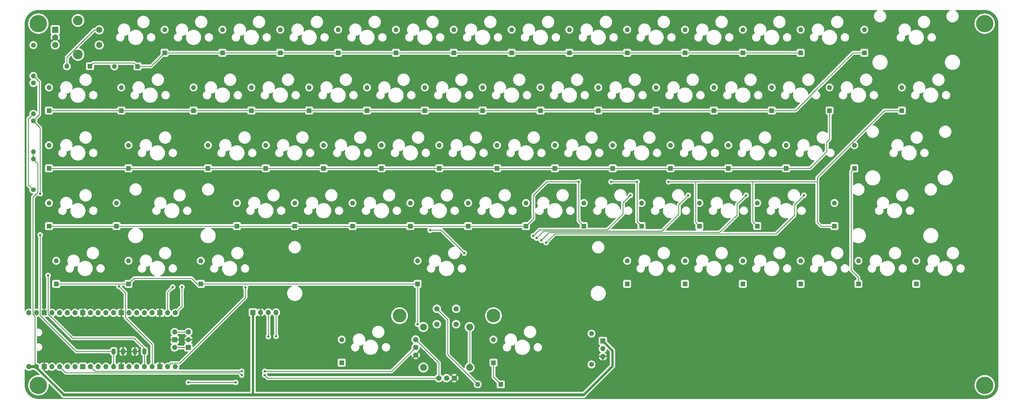
<source format=gtl>
%TF.GenerationSoftware,KiCad,Pcbnew,(6.0.5)*%
%TF.CreationDate,2022-06-12T15:36:10-04:00*%
%TF.ProjectId,pico_keyboard_v1,7069636f-5f6b-4657-9962-6f6172645f76,rev?*%
%TF.SameCoordinates,Original*%
%TF.FileFunction,Copper,L1,Top*%
%TF.FilePolarity,Positive*%
%FSLAX46Y46*%
G04 Gerber Fmt 4.6, Leading zero omitted, Abs format (unit mm)*
G04 Created by KiCad (PCBNEW (6.0.5)) date 2022-06-12 15:36:10*
%MOMM*%
%LPD*%
G01*
G04 APERTURE LIST*
G04 Aperture macros list*
%AMRoundRect*
0 Rectangle with rounded corners*
0 $1 Rounding radius*
0 $2 $3 $4 $5 $6 $7 $8 $9 X,Y pos of 4 corners*
0 Add a 4 corners polygon primitive as box body*
4,1,4,$2,$3,$4,$5,$6,$7,$8,$9,$2,$3,0*
0 Add four circle primitives for the rounded corners*
1,1,$1+$1,$2,$3*
1,1,$1+$1,$4,$5*
1,1,$1+$1,$6,$7*
1,1,$1+$1,$8,$9*
0 Add four rect primitives between the rounded corners*
20,1,$1+$1,$2,$3,$4,$5,0*
20,1,$1+$1,$4,$5,$6,$7,0*
20,1,$1+$1,$6,$7,$8,$9,0*
20,1,$1+$1,$8,$9,$2,$3,0*%
G04 Aperture macros list end*
%TA.AperFunction,ComponentPad*%
%ADD10C,4.500000*%
%TD*%
%TA.AperFunction,ComponentPad*%
%ADD11C,5.700000*%
%TD*%
%TA.AperFunction,ComponentPad*%
%ADD12O,1.700000X1.700000*%
%TD*%
%TA.AperFunction,ComponentPad*%
%ADD13R,1.700000X1.700000*%
%TD*%
%TA.AperFunction,ComponentPad*%
%ADD14C,1.778000*%
%TD*%
%TA.AperFunction,ComponentPad*%
%ADD15C,2.286000*%
%TD*%
%TA.AperFunction,ComponentPad*%
%ADD16R,2.000000X2.000000*%
%TD*%
%TA.AperFunction,ComponentPad*%
%ADD17C,2.000000*%
%TD*%
%TA.AperFunction,ComponentPad*%
%ADD18C,3.200000*%
%TD*%
%TA.AperFunction,ComponentPad*%
%ADD19C,1.600000*%
%TD*%
%TA.AperFunction,ComponentPad*%
%ADD20O,1.600000X1.600000*%
%TD*%
%TA.AperFunction,ComponentPad*%
%ADD21R,1.600000X1.600000*%
%TD*%
%TA.AperFunction,SMDPad,CuDef*%
%ADD22RoundRect,0.250000X0.412500X0.650000X-0.412500X0.650000X-0.412500X-0.650000X0.412500X-0.650000X0*%
%TD*%
%TA.AperFunction,ViaPad*%
%ADD23C,0.800000*%
%TD*%
%TA.AperFunction,Conductor*%
%ADD24C,0.250000*%
%TD*%
%TA.AperFunction,Conductor*%
%ADD25C,0.750000*%
%TD*%
%TA.AperFunction,Conductor*%
%ADD26C,1.000000*%
%TD*%
G04 APERTURE END LIST*
D10*
X204950000Y-181300000D03*
X174000000Y-181300000D03*
D11*
X55000000Y-204250000D03*
X366800000Y-204250000D03*
X366800000Y-85000000D03*
X55000000Y-85000000D03*
D12*
X51870000Y-180360000D03*
X54410000Y-180360000D03*
D13*
X56950000Y-180360000D03*
D12*
X59490000Y-180360000D03*
X62030000Y-180360000D03*
X64570000Y-180360000D03*
X67110000Y-180360000D03*
D13*
X69650000Y-180360000D03*
D12*
X72190000Y-180360000D03*
X74730000Y-180360000D03*
X77270000Y-180360000D03*
X79810000Y-180360000D03*
D13*
X82350000Y-180360000D03*
D12*
X84890000Y-180360000D03*
X87430000Y-180360000D03*
X89970000Y-180360000D03*
X92510000Y-180360000D03*
D13*
X95050000Y-180360000D03*
D12*
X97590000Y-180360000D03*
X100130000Y-180360000D03*
X100130000Y-198140000D03*
X97590000Y-198140000D03*
D13*
X95050000Y-198140000D03*
D12*
X92510000Y-198140000D03*
X89970000Y-198140000D03*
X87430000Y-198140000D03*
X84890000Y-198140000D03*
D13*
X82350000Y-198140000D03*
D12*
X79810000Y-198140000D03*
X77270000Y-198140000D03*
X74730000Y-198140000D03*
X72190000Y-198140000D03*
D13*
X69650000Y-198140000D03*
D12*
X67110000Y-198140000D03*
X64570000Y-198140000D03*
X62030000Y-198140000D03*
X59490000Y-198140000D03*
D13*
X56950000Y-198140000D03*
D12*
X54410000Y-198140000D03*
X51870000Y-198140000D03*
X99900000Y-186710000D03*
D13*
X99900000Y-189250000D03*
D12*
X99900000Y-191790000D03*
D14*
X186293750Y-179025000D03*
X192643750Y-179025000D03*
X186293750Y-184105000D03*
X192643750Y-184105000D03*
X186928750Y-201885000D03*
X189468750Y-201885000D03*
X192008750Y-201885000D03*
D15*
X181848750Y-185057500D03*
X181848750Y-198392500D03*
X197088750Y-198392500D03*
X197088750Y-185057500D03*
D14*
X179308750Y-189185000D03*
X179308750Y-191725000D03*
X179308750Y-194265000D03*
D16*
X60545000Y-87045000D03*
D17*
X60545000Y-92045000D03*
X60545000Y-89545000D03*
D18*
X68045000Y-83945000D03*
X68045000Y-95145000D03*
D17*
X75045000Y-92045000D03*
X75045000Y-87045000D03*
D19*
X237250000Y-197380000D03*
D20*
X237250000Y-187220000D03*
D19*
X53350000Y-92070000D03*
D20*
X53350000Y-102230000D03*
D19*
X53350000Y-104586666D03*
D20*
X53350000Y-114746666D03*
D19*
X53350000Y-117103332D03*
D20*
X53350000Y-127263332D03*
D19*
X53350000Y-139780000D03*
D20*
X53350000Y-129620000D03*
D13*
X241000000Y-189670000D03*
D12*
X241000000Y-192210000D03*
X241000000Y-194750000D03*
D13*
X104450000Y-191775000D03*
D12*
X104450000Y-189235000D03*
X104450000Y-186695000D03*
D13*
X125688750Y-180225000D03*
D12*
X128228750Y-180225000D03*
X130768750Y-180225000D03*
X133308750Y-180225000D03*
D21*
X344250000Y-170805000D03*
D20*
X344250000Y-163185000D03*
D21*
X58500000Y-113655000D03*
D20*
X58500000Y-106035000D03*
D21*
X339487500Y-113655000D03*
D20*
X339487500Y-106035000D03*
D21*
X327150000Y-94610000D03*
D20*
X327150000Y-86990000D03*
D21*
X325200000Y-170805000D03*
D20*
X325200000Y-163185000D03*
D21*
X306150000Y-170805000D03*
D20*
X306150000Y-163185000D03*
D21*
X323850000Y-132705000D03*
D20*
X323850000Y-125085000D03*
D21*
X315675000Y-113655000D03*
D20*
X315675000Y-106035000D03*
D21*
X306150000Y-94605000D03*
D20*
X306150000Y-86985000D03*
D21*
X287100000Y-170805000D03*
D20*
X287100000Y-163185000D03*
D21*
X317300000Y-151755000D03*
D20*
X317300000Y-144135000D03*
D21*
X301387500Y-132705000D03*
D20*
X301387500Y-125085000D03*
D21*
X296625000Y-113655000D03*
D20*
X296625000Y-106035000D03*
D21*
X287100000Y-94605000D03*
D20*
X287100000Y-86985000D03*
D21*
X58500000Y-151755000D03*
D20*
X58500000Y-144135000D03*
D21*
X291862500Y-151755000D03*
D20*
X291862500Y-144135000D03*
D21*
X282337500Y-132705000D03*
D20*
X282337500Y-125085000D03*
D21*
X277575000Y-113655000D03*
D20*
X277575000Y-106035000D03*
D21*
X268050000Y-94605000D03*
D20*
X268050000Y-86985000D03*
D21*
X268050000Y-170805000D03*
D20*
X268050000Y-163185000D03*
D21*
X272812500Y-151755000D03*
D20*
X272812500Y-144135000D03*
D21*
X263287500Y-132705000D03*
D20*
X263287500Y-125085000D03*
D21*
X258525000Y-113655000D03*
D20*
X258525000Y-106035000D03*
D21*
X249000000Y-94605000D03*
D20*
X249000000Y-86985000D03*
D21*
X248999999Y-170805000D03*
D20*
X248999999Y-163185000D03*
D21*
X253762500Y-151755000D03*
D20*
X253762500Y-144135000D03*
D21*
X244237500Y-132705000D03*
D20*
X244237500Y-125085000D03*
D21*
X239475000Y-113655000D03*
D20*
X239475000Y-106035000D03*
D21*
X229950000Y-94605000D03*
D20*
X229950000Y-86985000D03*
D21*
X234712500Y-151755000D03*
D20*
X234712500Y-144135000D03*
D21*
X225187500Y-132705000D03*
D20*
X225187500Y-125085000D03*
D21*
X220425000Y-113655000D03*
D20*
X220425000Y-106035000D03*
D21*
X210900000Y-94605000D03*
D20*
X210900000Y-86985000D03*
D21*
X204943750Y-196805000D03*
D20*
X204943750Y-189185000D03*
D21*
X215662500Y-151755000D03*
D20*
X215662500Y-144135000D03*
D21*
X206137500Y-132705000D03*
D20*
X206137500Y-125085000D03*
D21*
X201375000Y-113655000D03*
D20*
X201375000Y-106035000D03*
D21*
X191850000Y-94605000D03*
D20*
X191850000Y-86985000D03*
D21*
X179943750Y-170805000D03*
D20*
X179943750Y-163185000D03*
D21*
X196612500Y-151755000D03*
D20*
X196612500Y-144135000D03*
D21*
X187087500Y-132705000D03*
D20*
X187087500Y-125085000D03*
D21*
X182325000Y-113655000D03*
D20*
X182325000Y-106035000D03*
D21*
X172800000Y-94605000D03*
D20*
X172800000Y-86985000D03*
D21*
X58500000Y-132705000D03*
D20*
X58500000Y-125085000D03*
D21*
X177562500Y-151755000D03*
D20*
X177562500Y-144135000D03*
D21*
X168037500Y-132705000D03*
D20*
X168037500Y-125085000D03*
D21*
X163275000Y-113655000D03*
D20*
X163275000Y-106035000D03*
D21*
X153750000Y-94605000D03*
D20*
X153750000Y-86985000D03*
D21*
X154943750Y-196805000D03*
D20*
X154943750Y-189185000D03*
D21*
X158512500Y-151755000D03*
D20*
X158512500Y-144135000D03*
D21*
X148987500Y-132705000D03*
D20*
X148987500Y-125085000D03*
D21*
X144225000Y-113655000D03*
D20*
X144225000Y-106035000D03*
D21*
X134700000Y-94605000D03*
D20*
X134700000Y-86985000D03*
D21*
X108506250Y-170805000D03*
D20*
X108506250Y-163185000D03*
D21*
X139462500Y-151755000D03*
D20*
X139462500Y-144135000D03*
D21*
X129937500Y-132705000D03*
D20*
X129937500Y-125085000D03*
D21*
X125175000Y-113655000D03*
D20*
X125175000Y-106035000D03*
D21*
X115649999Y-94605000D03*
D20*
X115649999Y-86985000D03*
D21*
X84693750Y-170805000D03*
D20*
X84693750Y-163185000D03*
D21*
X120412500Y-151755000D03*
D20*
X120412500Y-144135000D03*
D21*
X110887499Y-132705000D03*
D20*
X110887499Y-125085000D03*
D21*
X106125000Y-113655000D03*
D20*
X106125000Y-106035000D03*
D21*
X96600000Y-94605000D03*
D20*
X96600000Y-86985000D03*
D21*
X60881250Y-170805000D03*
D20*
X60881250Y-163185000D03*
X80750000Y-144135000D03*
D21*
X80750000Y-151755000D03*
X84693750Y-132705000D03*
D20*
X84693750Y-125085000D03*
D21*
X82312500Y-113655000D03*
D20*
X82312500Y-106035000D03*
D21*
X87650000Y-99100000D03*
D20*
X80030000Y-99100000D03*
D21*
X72000000Y-99050000D03*
D20*
X64380000Y-99050000D03*
D21*
X207360000Y-203950000D03*
D20*
X199740000Y-203950000D03*
D22*
X82912500Y-193100000D03*
X79787500Y-193100000D03*
X89962500Y-193100000D03*
X86837500Y-193100000D03*
D23*
X61160000Y-191140000D03*
X59695000Y-191140000D03*
X58230000Y-191140000D03*
X242743336Y-165000000D03*
X240544997Y-165000000D03*
X238346664Y-165000000D03*
X236148331Y-165000000D03*
X233949998Y-165000000D03*
X231751665Y-165000000D03*
X229553332Y-165000000D03*
X227354999Y-165000000D03*
X225156666Y-165000000D03*
X222958333Y-165000000D03*
X220760000Y-165000000D03*
X218561667Y-165000000D03*
X216363334Y-165000000D03*
X214165001Y-165000000D03*
X211966668Y-165000000D03*
X209768335Y-165000000D03*
X207570002Y-165000000D03*
X205371669Y-165000000D03*
X203173336Y-165000000D03*
X358840000Y-205120000D03*
X355005496Y-205120000D03*
X351171014Y-205120000D03*
X347336532Y-205120000D03*
X343502050Y-205120000D03*
X339667568Y-205120000D03*
X335833086Y-205120000D03*
X331998604Y-205120000D03*
X328164122Y-205120000D03*
X324329640Y-205120000D03*
X320495158Y-205120000D03*
X308991712Y-205120000D03*
X316660676Y-205120000D03*
X312826194Y-205120000D03*
X305157230Y-205120000D03*
X301322748Y-205120000D03*
X293653784Y-205120000D03*
X289819302Y-205120000D03*
X285984820Y-205120000D03*
X297488266Y-205120000D03*
X282150338Y-205120000D03*
X278315856Y-205120000D03*
X274481374Y-205120000D03*
X270646892Y-205120000D03*
X266812410Y-205120000D03*
X262977928Y-205120000D03*
X259143446Y-205120000D03*
X255308964Y-205120000D03*
X251474482Y-205120000D03*
X247640000Y-205120000D03*
X367320000Y-196544300D03*
X367320000Y-192802495D03*
X367320000Y-189060710D03*
X367320000Y-185318925D03*
X367320000Y-181577140D03*
X367320000Y-177835355D03*
X367320000Y-174093570D03*
X367320000Y-170351785D03*
X367320000Y-166610000D03*
X367320000Y-162868215D03*
X367320000Y-159126430D03*
X367320000Y-155384645D03*
X367320000Y-151642860D03*
X367320000Y-147901075D03*
X367320000Y-144159290D03*
X367320000Y-140417505D03*
X367320000Y-136675720D03*
X367320000Y-132933935D03*
X367320000Y-129192150D03*
X367320000Y-125450365D03*
X367320000Y-121708580D03*
X367320000Y-117966795D03*
X367320000Y-114225010D03*
X367320000Y-110483225D03*
X367320000Y-106741440D03*
X367320000Y-102999655D03*
X367320000Y-99257870D03*
X367320000Y-95516085D03*
X367320000Y-91774300D03*
X83460000Y-185730000D03*
X81030000Y-185730000D03*
X78600000Y-185730000D03*
X76170000Y-185730000D03*
X73740000Y-185730000D03*
X71310000Y-185730000D03*
X68880000Y-185730000D03*
X74010000Y-190740000D03*
X71990000Y-190740000D03*
X69970000Y-190740000D03*
X120510000Y-190580000D03*
X117823332Y-190580000D03*
X115136666Y-190580000D03*
X112450000Y-190580000D03*
X133310000Y-188100000D03*
X130770000Y-188200000D03*
X55584511Y-154665489D03*
X55584511Y-141065489D03*
X120000000Y-203300000D03*
X104400000Y-203300000D03*
X262600000Y-137150000D03*
X252250000Y-137150000D03*
X243700000Y-137150000D03*
X233000000Y-137150000D03*
X129550000Y-200900000D03*
X122000000Y-200900000D03*
X129600000Y-199650000D03*
X122000000Y-199650000D03*
X58200000Y-168050000D03*
X123250000Y-172050000D03*
X81550000Y-171650000D03*
X99250000Y-171850000D03*
X102300000Y-171850000D03*
X179943750Y-184106250D03*
X222300000Y-157200000D03*
X220700000Y-156447531D03*
X219150000Y-155723031D03*
X218000000Y-154998531D03*
X307229500Y-141595000D03*
X288179500Y-141595000D03*
X269129500Y-141595000D03*
X250079500Y-141595000D03*
X195310750Y-160645000D03*
X184050000Y-153100000D03*
D24*
X133308750Y-188098750D02*
X133310000Y-188100000D01*
X133308750Y-180225000D02*
X133308750Y-188098750D01*
X130768750Y-188198750D02*
X130770000Y-188200000D01*
X130768750Y-180225000D02*
X130768750Y-188198750D01*
X60881250Y-170805000D02*
X84693750Y-170805000D01*
X86550000Y-168950000D02*
X105450000Y-168950000D01*
X105450000Y-168950000D02*
X107305000Y-170805000D01*
X84695000Y-170805000D02*
X86550000Y-168950000D01*
X84693750Y-170805000D02*
X84695000Y-170805000D01*
X107305000Y-170805000D02*
X108506250Y-170805000D01*
X225201440Y-154298560D02*
X222300000Y-157200000D01*
X304150000Y-148150000D02*
X298001440Y-154298560D01*
X298001440Y-154298560D02*
X225201440Y-154298560D01*
X304150000Y-144674500D02*
X304150000Y-148150000D01*
X307229500Y-141595000D02*
X304150000Y-144674500D01*
X223298491Y-153849040D02*
X220700000Y-156447531D01*
X285150000Y-148150000D02*
X279450960Y-153849040D01*
X279450960Y-153849040D02*
X223298491Y-153849040D01*
X285150000Y-144624500D02*
X285150000Y-148150000D01*
X288179500Y-141595000D02*
X285150000Y-144624500D01*
X266000000Y-147850000D02*
X260450480Y-153399520D01*
X266000000Y-144724500D02*
X266000000Y-147850000D01*
X260450480Y-153399520D02*
X221473511Y-153399520D01*
X269129500Y-141595000D02*
X266000000Y-144724500D01*
X221473511Y-153399520D02*
X219150000Y-155723031D01*
X220048531Y-152950000D02*
X218000000Y-154998531D01*
X242400000Y-152950000D02*
X220048531Y-152950000D01*
X247600000Y-147750000D02*
X242400000Y-152950000D01*
X247600000Y-144074500D02*
X247600000Y-147750000D01*
X250079500Y-141595000D02*
X247600000Y-144074500D01*
X51700000Y-116380000D02*
X53350000Y-114730000D01*
X51700000Y-138230000D02*
X51700000Y-116380000D01*
X53250000Y-139780000D02*
X51700000Y-138230000D01*
X55584511Y-119354511D02*
X55584511Y-141065489D01*
X53300000Y-117070000D02*
X55584511Y-119354511D01*
X55300000Y-104180000D02*
X55300000Y-115070000D01*
X53350000Y-102230000D02*
X55300000Y-104180000D01*
X55300000Y-115070000D02*
X53300000Y-117070000D01*
X53250000Y-127280000D02*
X53300000Y-127230000D01*
X53200000Y-180811010D02*
X53200000Y-142250000D01*
X53905479Y-181516489D02*
X53200000Y-180811010D01*
X54800000Y-131170000D02*
X53250000Y-129620000D01*
X53905479Y-197635479D02*
X53905479Y-181516489D01*
X53200000Y-142250000D02*
X54800000Y-140650000D01*
X54410000Y-198140000D02*
X53905479Y-197635479D01*
X54800000Y-140650000D02*
X54800000Y-131170000D01*
X53250000Y-129620000D02*
X53250000Y-127280000D01*
X55584511Y-154665489D02*
X55584511Y-181184511D01*
X104400000Y-203300000D02*
X120000000Y-203300000D01*
X262600000Y-137150000D02*
X271550000Y-137150000D01*
X243700000Y-137150000D02*
X252250000Y-137150000D01*
D25*
X54410000Y-198460000D02*
X63400000Y-207450000D01*
D24*
X54410000Y-198140000D02*
X54410000Y-198460000D01*
D26*
X63400000Y-207450000D02*
X125650000Y-207450000D01*
D24*
X130535000Y-201885000D02*
X186928750Y-201885000D01*
X129550000Y-200900000D02*
X130535000Y-201885000D01*
X121200000Y-200100000D02*
X122000000Y-200900000D01*
X78600000Y-200100000D02*
X121200000Y-200100000D01*
X63990000Y-200100000D02*
X78600000Y-200100000D01*
X62030000Y-198140000D02*
X63990000Y-200100000D01*
X129600000Y-199650000D02*
X171383750Y-199650000D01*
X171383750Y-199650000D02*
X179308750Y-191725000D01*
X73700000Y-199650000D02*
X122000000Y-199650000D01*
X72190000Y-198140000D02*
X73700000Y-199650000D01*
X197088750Y-185057500D02*
X197088750Y-198392500D01*
X189850000Y-182581250D02*
X186293750Y-179025000D01*
X189850000Y-194060000D02*
X189850000Y-182581250D01*
X199740000Y-203950000D02*
X189850000Y-194060000D01*
X204943750Y-201533750D02*
X207360000Y-203950000D01*
X204943750Y-196805000D02*
X204943750Y-201533750D01*
X104435000Y-191790000D02*
X104450000Y-191775000D01*
X99900000Y-191790000D02*
X104435000Y-191790000D01*
X104435000Y-189250000D02*
X104450000Y-189235000D01*
X99900000Y-189250000D02*
X104435000Y-189250000D01*
X99900000Y-186710000D02*
X99915000Y-186695000D01*
X99915000Y-186695000D02*
X104450000Y-186695000D01*
D25*
X125688750Y-180225000D02*
X125688750Y-207411250D01*
D24*
X125688750Y-207411250D02*
X125650000Y-207450000D01*
D26*
X125650000Y-207450000D02*
X234600000Y-207450000D01*
D25*
X244150000Y-192820000D02*
X241000000Y-189670000D01*
X244150000Y-197900000D02*
X244150000Y-192820000D01*
X234600000Y-207450000D02*
X244150000Y-197900000D01*
D24*
X186928750Y-196805000D02*
X186928750Y-201885000D01*
X179308750Y-189185000D02*
X186928750Y-196805000D01*
X89962500Y-198132500D02*
X89970000Y-198140000D01*
X89962500Y-193100000D02*
X89962500Y-198132500D01*
X89962500Y-192162500D02*
X89962500Y-193100000D01*
X66218990Y-188750000D02*
X86550000Y-188750000D01*
X86550000Y-188750000D02*
X89962500Y-192162500D01*
X58200000Y-180731010D02*
X66218990Y-188750000D01*
X58200000Y-168050000D02*
X58200000Y-180731010D01*
X79810000Y-193122500D02*
X79810000Y-198140000D01*
X79787500Y-193100000D02*
X79810000Y-193122500D01*
X67500000Y-193100000D02*
X79787500Y-193100000D01*
X55584511Y-181184511D02*
X67500000Y-193100000D01*
X86525489Y-97975489D02*
X87650000Y-99100000D01*
X73423329Y-87045000D02*
X75045000Y-87045000D01*
X64380000Y-96088329D02*
X73423329Y-87045000D01*
X64380000Y-99050000D02*
X64380000Y-96088329D01*
X72000000Y-99050000D02*
X73074511Y-97975489D01*
X73074511Y-97975489D02*
X86525489Y-97975489D01*
X101608533Y-196965489D02*
X98764511Y-196965489D01*
X123250000Y-172050000D02*
X123250000Y-175324022D01*
X98764511Y-196965489D02*
X97590000Y-198140000D01*
X123250000Y-175324022D02*
X101608533Y-196965489D01*
X83715489Y-173815489D02*
X83715489Y-181915489D01*
X81550000Y-171650000D02*
X83715489Y-173815489D01*
X83715489Y-181915489D02*
X92510000Y-190710000D01*
X92510000Y-190710000D02*
X92510000Y-198140000D01*
X99250000Y-171850000D02*
X97590000Y-173510000D01*
X97590000Y-173510000D02*
X97590000Y-180360000D01*
X102300000Y-178190000D02*
X100130000Y-180360000D01*
X102300000Y-171850000D02*
X102300000Y-178190000D01*
X179943750Y-170805000D02*
X179943750Y-184106250D01*
D26*
X51870000Y-198140000D02*
X54410000Y-198140000D01*
D24*
X290350000Y-150242500D02*
X291862500Y-151755000D01*
X290350000Y-137150000D02*
X290350000Y-150242500D01*
X290350000Y-137150000D02*
X311600000Y-137150000D01*
X271550000Y-137150000D02*
X290350000Y-137150000D01*
X271550000Y-150492500D02*
X272812500Y-151755000D01*
X271550000Y-137150000D02*
X271550000Y-150492500D01*
X252250000Y-150242500D02*
X253762500Y-151755000D01*
X252250000Y-137150000D02*
X252250000Y-150242500D01*
X233000000Y-150042500D02*
X234712500Y-151755000D01*
X222500000Y-137150000D02*
X233000000Y-137150000D01*
X233000000Y-137150000D02*
X233000000Y-150042500D01*
X312855000Y-151755000D02*
X317300000Y-151755000D01*
X311655000Y-150555000D02*
X312855000Y-151755000D01*
X311655000Y-137095000D02*
X311655000Y-150555000D01*
X311600000Y-137150000D02*
X311655000Y-137095000D01*
X218100000Y-149317500D02*
X218100000Y-141550000D01*
X311655000Y-135689700D02*
X311655000Y-137095000D01*
X215662500Y-151755000D02*
X218100000Y-149317500D01*
X218100000Y-141550000D02*
X222500000Y-137150000D01*
X58500000Y-151755000D02*
X215662500Y-151755000D01*
X187765750Y-153100000D02*
X195310750Y-160645000D01*
X184050000Y-153100000D02*
X187765750Y-153100000D01*
X325200000Y-168700000D02*
X325200000Y-170805000D01*
X322799829Y-166299829D02*
X325200000Y-168700000D01*
X322799829Y-133755171D02*
X322799829Y-166299829D01*
X323850000Y-132705000D02*
X322799829Y-133755171D01*
X108506250Y-170805000D02*
X179943750Y-170805000D01*
X333689700Y-113655000D02*
X311655000Y-135689700D01*
X339487500Y-113655000D02*
X333689700Y-113655000D01*
X315675000Y-123075000D02*
X315675000Y-113655000D01*
X314742979Y-124007021D02*
X315675000Y-123075000D01*
X309190581Y-132705000D02*
X314742979Y-127152602D01*
X314742979Y-127152602D02*
X314742979Y-124007021D01*
X301387500Y-132705000D02*
X309190581Y-132705000D01*
X58500000Y-132705000D02*
X301387500Y-132705000D01*
X323427909Y-94610000D02*
X327150000Y-94610000D01*
X296625000Y-113655000D02*
X304428081Y-113655000D01*
X304428081Y-113655000D02*
X309980479Y-108102602D01*
X309980479Y-108102602D02*
X309980479Y-108057430D01*
X309980479Y-108057430D02*
X323427909Y-94610000D01*
X58500000Y-113655000D02*
X296625000Y-113655000D01*
X96600000Y-94605000D02*
X306150000Y-94605000D01*
X92105000Y-99100000D02*
X96600000Y-94605000D01*
X87650000Y-99100000D02*
X92105000Y-99100000D01*
%TA.AperFunction,Conductor*%
G36*
X331366124Y-80528502D02*
G01*
X331412617Y-80582158D01*
X331422721Y-80652432D01*
X331393227Y-80717012D01*
X331357160Y-80745749D01*
X331232309Y-80812133D01*
X331228749Y-80814719D01*
X331228745Y-80814722D01*
X331005907Y-80976624D01*
X331002344Y-80979213D01*
X330999180Y-80982269D01*
X330999177Y-80982271D01*
X330801032Y-81173617D01*
X330801029Y-81173621D01*
X330797870Y-81176671D01*
X330622867Y-81400665D01*
X330555340Y-81517624D01*
X330483641Y-81641811D01*
X330480740Y-81646835D01*
X330479090Y-81650919D01*
X330479087Y-81650925D01*
X330387442Y-81877756D01*
X330374258Y-81910389D01*
X330373194Y-81914658D01*
X330373193Y-81914660D01*
X330343931Y-82032023D01*
X330305491Y-82186198D01*
X330305032Y-82190568D01*
X330305031Y-82190572D01*
X330278960Y-82438617D01*
X330275778Y-82468894D01*
X330275931Y-82473282D01*
X330275931Y-82473288D01*
X330284417Y-82716283D01*
X330285698Y-82752973D01*
X330286460Y-82757296D01*
X330286461Y-82757303D01*
X330309243Y-82886502D01*
X330335058Y-83032907D01*
X330336413Y-83037078D01*
X330336415Y-83037085D01*
X330352111Y-83085392D01*
X330422897Y-83303247D01*
X330424825Y-83307200D01*
X330424827Y-83307205D01*
X330458702Y-83376658D01*
X330547505Y-83558731D01*
X330549960Y-83562370D01*
X330549963Y-83562376D01*
X330703997Y-83790741D01*
X330704002Y-83790748D01*
X330706457Y-83794387D01*
X330709401Y-83797656D01*
X330709402Y-83797658D01*
X330879693Y-83986785D01*
X330896659Y-84005628D01*
X331114409Y-84188342D01*
X331355469Y-84338973D01*
X331615147Y-84454589D01*
X331619375Y-84455801D01*
X331619374Y-84455801D01*
X331845040Y-84520510D01*
X331888388Y-84532940D01*
X331892738Y-84533551D01*
X331892741Y-84533552D01*
X331972229Y-84544723D01*
X332169874Y-84572500D01*
X332382976Y-84572500D01*
X332385161Y-84572347D01*
X332385167Y-84572347D01*
X332591175Y-84557942D01*
X332591180Y-84557941D01*
X332595560Y-84557635D01*
X332873601Y-84498535D01*
X332877732Y-84497031D01*
X332877737Y-84497030D01*
X333024988Y-84443435D01*
X333140711Y-84401315D01*
X333192348Y-84373859D01*
X344752776Y-84373859D01*
X344752929Y-84378247D01*
X344752929Y-84378253D01*
X344761839Y-84633387D01*
X344762701Y-84658078D01*
X344812085Y-84938150D01*
X344813440Y-84942321D01*
X344813442Y-84942328D01*
X344858463Y-85080886D01*
X344899967Y-85208623D01*
X345024637Y-85464233D01*
X345027092Y-85467872D01*
X345027095Y-85467878D01*
X345116058Y-85599771D01*
X345183667Y-85700005D01*
X345186611Y-85703274D01*
X345186612Y-85703276D01*
X345207725Y-85726724D01*
X345373963Y-85911350D01*
X345591820Y-86094154D01*
X345832998Y-86244859D01*
X346092804Y-86360531D01*
X346366179Y-86438921D01*
X346370533Y-86439533D01*
X346370538Y-86439534D01*
X346537627Y-86463016D01*
X346647804Y-86478500D01*
X346861018Y-86478500D01*
X346863204Y-86478347D01*
X346863208Y-86478347D01*
X347069315Y-86463935D01*
X347069320Y-86463934D01*
X347073700Y-86463628D01*
X347351877Y-86404499D01*
X347356006Y-86402996D01*
X347356010Y-86402995D01*
X347614974Y-86308740D01*
X347614978Y-86308738D01*
X347619119Y-86307231D01*
X347623009Y-86305163D01*
X347623015Y-86305160D01*
X347866330Y-86175787D01*
X347866336Y-86175783D01*
X347870222Y-86173717D01*
X347873782Y-86171130D01*
X347873786Y-86171128D01*
X348096738Y-86009145D01*
X348096741Y-86009142D01*
X348100301Y-86006556D01*
X348106797Y-86000283D01*
X348301710Y-85812057D01*
X348301714Y-85812053D01*
X348304875Y-85809000D01*
X348351524Y-85749293D01*
X348477253Y-85588367D01*
X348479965Y-85584896D01*
X348549630Y-85464233D01*
X348619956Y-85342425D01*
X348619959Y-85342420D01*
X348622161Y-85338605D01*
X348623811Y-85334521D01*
X348623814Y-85334515D01*
X348727047Y-85079002D01*
X348728696Y-85074921D01*
X348739312Y-85032345D01*
X348750304Y-84988259D01*
X363436587Y-84988259D01*
X363436759Y-84991654D01*
X363436759Y-84991655D01*
X363454529Y-85342425D01*
X363454992Y-85351574D01*
X363455529Y-85354929D01*
X363455530Y-85354935D01*
X363472404Y-85460281D01*
X363512527Y-85710777D01*
X363608519Y-86061664D01*
X363741845Y-86400133D01*
X363747519Y-86410941D01*
X363909362Y-86719206D01*
X363909367Y-86719214D01*
X363910946Y-86722222D01*
X363912840Y-86725040D01*
X363912845Y-86725049D01*
X364042673Y-86918253D01*
X364113843Y-87024165D01*
X364348163Y-87302428D01*
X364390878Y-87343247D01*
X364608702Y-87551405D01*
X364608709Y-87551411D01*
X364611165Y-87553758D01*
X364899771Y-87775214D01*
X364902689Y-87776988D01*
X365207692Y-87962433D01*
X365207697Y-87962436D01*
X365210607Y-87964205D01*
X365213695Y-87965651D01*
X365213694Y-87965651D01*
X365536952Y-88117077D01*
X365536962Y-88117081D01*
X365540036Y-88118521D01*
X365543254Y-88119623D01*
X365543257Y-88119624D01*
X365880981Y-88235253D01*
X365880989Y-88235255D01*
X365884204Y-88236356D01*
X366239084Y-88316332D01*
X366292123Y-88322375D01*
X366597144Y-88357128D01*
X366597152Y-88357128D01*
X366600527Y-88357513D01*
X366603931Y-88357531D01*
X366603934Y-88357531D01*
X366802058Y-88358568D01*
X366964303Y-88359418D01*
X366967689Y-88359068D01*
X366967691Y-88359068D01*
X367322765Y-88322375D01*
X367322774Y-88322374D01*
X367326157Y-88322024D01*
X367329490Y-88321310D01*
X367329493Y-88321309D01*
X367467581Y-88291705D01*
X367681856Y-88245768D01*
X368027239Y-88131544D01*
X368030323Y-88130138D01*
X368030332Y-88130135D01*
X368355171Y-87982096D01*
X368358265Y-87980686D01*
X368598245Y-87838197D01*
X368668128Y-87796704D01*
X368668132Y-87796701D01*
X368671063Y-87794961D01*
X368961973Y-87576539D01*
X369227592Y-87327977D01*
X369464813Y-87052182D01*
X369572983Y-86894794D01*
X369668931Y-86755190D01*
X369668936Y-86755182D01*
X369670861Y-86752381D01*
X369672473Y-86749387D01*
X369672478Y-86749379D01*
X369800596Y-86511437D01*
X369843325Y-86432080D01*
X369980188Y-86095027D01*
X370079850Y-85745164D01*
X370088192Y-85696359D01*
X370140571Y-85389930D01*
X370140571Y-85389928D01*
X370141143Y-85386583D01*
X370143285Y-85351574D01*
X370162174Y-85042723D01*
X370163351Y-85023481D01*
X370163433Y-85000000D01*
X370143760Y-84636751D01*
X370084972Y-84277752D01*
X369987756Y-83927202D01*
X369984333Y-83918598D01*
X369854508Y-83592365D01*
X369853249Y-83589201D01*
X369764785Y-83422122D01*
X369684624Y-83270723D01*
X369684620Y-83270716D01*
X369683025Y-83267704D01*
X369681118Y-83264888D01*
X369681113Y-83264879D01*
X369480985Y-82969292D01*
X369479075Y-82966471D01*
X369243785Y-82689027D01*
X369007209Y-82464525D01*
X368982375Y-82440958D01*
X368982374Y-82440957D01*
X368979908Y-82438617D01*
X368699500Y-82225003D01*
X368693237Y-82220232D01*
X368693235Y-82220230D01*
X368690530Y-82218170D01*
X368687618Y-82216413D01*
X368687613Y-82216410D01*
X368381951Y-82032023D01*
X368381945Y-82032020D01*
X368379036Y-82030265D01*
X368049071Y-81877100D01*
X367704494Y-81760467D01*
X367695234Y-81758414D01*
X367620485Y-81741843D01*
X367349336Y-81681731D01*
X367220217Y-81667476D01*
X366991133Y-81642184D01*
X366991128Y-81642184D01*
X366987752Y-81641811D01*
X366984353Y-81641805D01*
X366984352Y-81641805D01*
X366812762Y-81641506D01*
X366623972Y-81641176D01*
X366488831Y-81655618D01*
X366265634Y-81679471D01*
X366265628Y-81679472D01*
X366262250Y-81679833D01*
X365906820Y-81757330D01*
X365561838Y-81872759D01*
X365231340Y-82024771D01*
X365228406Y-82026527D01*
X365228404Y-82026528D01*
X365172081Y-82060237D01*
X364919192Y-82211588D01*
X364629046Y-82431023D01*
X364364296Y-82680511D01*
X364362084Y-82683101D01*
X364362083Y-82683102D01*
X364182129Y-82893802D01*
X364128040Y-82957132D01*
X363923040Y-83257651D01*
X363870861Y-83355373D01*
X363764011Y-83555485D01*
X363751694Y-83578552D01*
X363750419Y-83581724D01*
X363750417Y-83581728D01*
X363617282Y-83912914D01*
X363616009Y-83916081D01*
X363615090Y-83919349D01*
X363615088Y-83919356D01*
X363518490Y-84263012D01*
X363517569Y-84266290D01*
X363517007Y-84269647D01*
X363517007Y-84269648D01*
X363466430Y-84571888D01*
X363457528Y-84625082D01*
X363436587Y-84988259D01*
X348750304Y-84988259D01*
X348790122Y-84828555D01*
X348797497Y-84798976D01*
X348814548Y-84636751D01*
X348826765Y-84520510D01*
X348826765Y-84520507D01*
X348827224Y-84516141D01*
X348827071Y-84511747D01*
X348817453Y-84236319D01*
X348817452Y-84236313D01*
X348817299Y-84231922D01*
X348816169Y-84225510D01*
X348768677Y-83956173D01*
X348767915Y-83951850D01*
X348766560Y-83947679D01*
X348766558Y-83947672D01*
X348681394Y-83685566D01*
X348680033Y-83681377D01*
X348660113Y-83640534D01*
X348573921Y-83463817D01*
X348555363Y-83425767D01*
X348552908Y-83422128D01*
X348552905Y-83422122D01*
X348398792Y-83193641D01*
X348396333Y-83189995D01*
X348206037Y-82978650D01*
X347988180Y-82795846D01*
X347747002Y-82645141D01*
X347487196Y-82529469D01*
X347213821Y-82451079D01*
X347209467Y-82450467D01*
X347209462Y-82450466D01*
X347035833Y-82426065D01*
X346932196Y-82411500D01*
X346718982Y-82411500D01*
X346716796Y-82411653D01*
X346716792Y-82411653D01*
X346510685Y-82426065D01*
X346510680Y-82426066D01*
X346506300Y-82426372D01*
X346228123Y-82485501D01*
X346223994Y-82487004D01*
X346223990Y-82487005D01*
X345965026Y-82581260D01*
X345965022Y-82581262D01*
X345960881Y-82582769D01*
X345956991Y-82584837D01*
X345956985Y-82584840D01*
X345713670Y-82714213D01*
X345713664Y-82714217D01*
X345709778Y-82716283D01*
X345706218Y-82718870D01*
X345706214Y-82718872D01*
X345525472Y-82850188D01*
X345479699Y-82883444D01*
X345476535Y-82886500D01*
X345476532Y-82886502D01*
X345278290Y-83077943D01*
X345278286Y-83077947D01*
X345275125Y-83081000D01*
X345272418Y-83084465D01*
X345272416Y-83084467D01*
X345209231Y-83165340D01*
X345100035Y-83305104D01*
X345097832Y-83308920D01*
X345023894Y-83436985D01*
X344957839Y-83551395D01*
X344956189Y-83555479D01*
X344956186Y-83555485D01*
X344878105Y-83748745D01*
X344851304Y-83815079D01*
X344850240Y-83819348D01*
X344850239Y-83819350D01*
X344822527Y-83930495D01*
X344782503Y-84091024D01*
X344782044Y-84095392D01*
X344782043Y-84095397D01*
X344756255Y-84340758D01*
X344752776Y-84373859D01*
X333192348Y-84373859D01*
X333262336Y-84336646D01*
X333387799Y-84269937D01*
X333387805Y-84269933D01*
X333391691Y-84267867D01*
X333395251Y-84265281D01*
X333395255Y-84265278D01*
X333618093Y-84103376D01*
X333618096Y-84103374D01*
X333621656Y-84100787D01*
X333627238Y-84095397D01*
X333822968Y-83906383D01*
X333822971Y-83906379D01*
X333826130Y-83903329D01*
X334001133Y-83679335D01*
X334077205Y-83547575D01*
X334141055Y-83436985D01*
X334141058Y-83436980D01*
X334143260Y-83433165D01*
X334144910Y-83429081D01*
X334144913Y-83429075D01*
X334248093Y-83173693D01*
X334248094Y-83173690D01*
X334249742Y-83169611D01*
X334318509Y-82893802D01*
X334319277Y-82886502D01*
X334347763Y-82615475D01*
X334347763Y-82615472D01*
X334348222Y-82611106D01*
X334347881Y-82601335D01*
X334338456Y-82331424D01*
X334338455Y-82331417D01*
X334338302Y-82327027D01*
X334320313Y-82225003D01*
X334293742Y-82074314D01*
X334288942Y-82047093D01*
X334287587Y-82042922D01*
X334287585Y-82042915D01*
X334202464Y-81780942D01*
X334201103Y-81776753D01*
X334192800Y-81759728D01*
X334143385Y-81658413D01*
X334076495Y-81521269D01*
X334074040Y-81517630D01*
X334074037Y-81517624D01*
X333920003Y-81289259D01*
X333919998Y-81289252D01*
X333917543Y-81285613D01*
X333816702Y-81173617D01*
X333730289Y-81077646D01*
X333730288Y-81077645D01*
X333727341Y-81074372D01*
X333509591Y-80891658D01*
X333269054Y-80741354D01*
X333221884Y-80688293D01*
X333210889Y-80618153D01*
X333239560Y-80553203D01*
X333298794Y-80514064D01*
X333335824Y-80508500D01*
X355174003Y-80508500D01*
X355242124Y-80528502D01*
X355288617Y-80582158D01*
X355298721Y-80652432D01*
X355269227Y-80717012D01*
X355233160Y-80745749D01*
X355108309Y-80812133D01*
X355104749Y-80814719D01*
X355104745Y-80814722D01*
X354881907Y-80976624D01*
X354878344Y-80979213D01*
X354875180Y-80982269D01*
X354875177Y-80982271D01*
X354677032Y-81173617D01*
X354677029Y-81173621D01*
X354673870Y-81176671D01*
X354498867Y-81400665D01*
X354431340Y-81517624D01*
X354359641Y-81641811D01*
X354356740Y-81646835D01*
X354355090Y-81650919D01*
X354355087Y-81650925D01*
X354263442Y-81877756D01*
X354250258Y-81910389D01*
X354249194Y-81914658D01*
X354249193Y-81914660D01*
X354219931Y-82032023D01*
X354181491Y-82186198D01*
X354181032Y-82190568D01*
X354181031Y-82190572D01*
X354154960Y-82438617D01*
X354151778Y-82468894D01*
X354151931Y-82473282D01*
X354151931Y-82473288D01*
X354160417Y-82716283D01*
X354161698Y-82752973D01*
X354162460Y-82757296D01*
X354162461Y-82757303D01*
X354185243Y-82886502D01*
X354211058Y-83032907D01*
X354212413Y-83037078D01*
X354212415Y-83037085D01*
X354228111Y-83085392D01*
X354298897Y-83303247D01*
X354300825Y-83307200D01*
X354300827Y-83307205D01*
X354334702Y-83376658D01*
X354423505Y-83558731D01*
X354425960Y-83562370D01*
X354425963Y-83562376D01*
X354579997Y-83790741D01*
X354580002Y-83790748D01*
X354582457Y-83794387D01*
X354585401Y-83797656D01*
X354585402Y-83797658D01*
X354755693Y-83986785D01*
X354772659Y-84005628D01*
X354990409Y-84188342D01*
X355231469Y-84338973D01*
X355491147Y-84454589D01*
X355495375Y-84455801D01*
X355495374Y-84455801D01*
X355721040Y-84520510D01*
X355764388Y-84532940D01*
X355768738Y-84533551D01*
X355768741Y-84533552D01*
X355848229Y-84544723D01*
X356045874Y-84572500D01*
X356258976Y-84572500D01*
X356261161Y-84572347D01*
X356261167Y-84572347D01*
X356467175Y-84557942D01*
X356467180Y-84557941D01*
X356471560Y-84557635D01*
X356749601Y-84498535D01*
X356753732Y-84497031D01*
X356753737Y-84497030D01*
X356900988Y-84443435D01*
X357016711Y-84401315D01*
X357138336Y-84336646D01*
X357263799Y-84269937D01*
X357263805Y-84269933D01*
X357267691Y-84267867D01*
X357271251Y-84265281D01*
X357271255Y-84265278D01*
X357494093Y-84103376D01*
X357494096Y-84103374D01*
X357497656Y-84100787D01*
X357503238Y-84095397D01*
X357698968Y-83906383D01*
X357698971Y-83906379D01*
X357702130Y-83903329D01*
X357877133Y-83679335D01*
X357953205Y-83547575D01*
X358017055Y-83436985D01*
X358017058Y-83436980D01*
X358019260Y-83433165D01*
X358020910Y-83429081D01*
X358020913Y-83429075D01*
X358124093Y-83173693D01*
X358124094Y-83173690D01*
X358125742Y-83169611D01*
X358194509Y-82893802D01*
X358195277Y-82886502D01*
X358223763Y-82615475D01*
X358223763Y-82615472D01*
X358224222Y-82611106D01*
X358223881Y-82601335D01*
X358214456Y-82331424D01*
X358214455Y-82331417D01*
X358214302Y-82327027D01*
X358196313Y-82225003D01*
X358169742Y-82074314D01*
X358164942Y-82047093D01*
X358163587Y-82042922D01*
X358163585Y-82042915D01*
X358078464Y-81780942D01*
X358077103Y-81776753D01*
X358068800Y-81759728D01*
X358019385Y-81658413D01*
X357952495Y-81521269D01*
X357950040Y-81517630D01*
X357950037Y-81517624D01*
X357796003Y-81289259D01*
X357795998Y-81289252D01*
X357793543Y-81285613D01*
X357692702Y-81173617D01*
X357606289Y-81077646D01*
X357606288Y-81077645D01*
X357603341Y-81074372D01*
X357385591Y-80891658D01*
X357145054Y-80741354D01*
X357097884Y-80688293D01*
X357086889Y-80618153D01*
X357115560Y-80553203D01*
X357174794Y-80514064D01*
X357211824Y-80508500D01*
X366750633Y-80508500D01*
X366770018Y-80510000D01*
X366784851Y-80512310D01*
X366784855Y-80512310D01*
X366793724Y-80513691D01*
X366814183Y-80511016D01*
X366836007Y-80510072D01*
X367185965Y-80525352D01*
X367196913Y-80526310D01*
X367574498Y-80576019D01*
X367585307Y-80577926D01*
X367957114Y-80660353D01*
X367967731Y-80663198D01*
X368330939Y-80777718D01*
X368341254Y-80781471D01*
X368693123Y-80927220D01*
X368703067Y-80931858D01*
X368971400Y-81071543D01*
X369040867Y-81107705D01*
X369050387Y-81113201D01*
X369371574Y-81317820D01*
X369380578Y-81324124D01*
X369682716Y-81555962D01*
X369691137Y-81563028D01*
X369971914Y-81820314D01*
X369979686Y-81828086D01*
X370236972Y-82108863D01*
X370244038Y-82117284D01*
X370475876Y-82419422D01*
X370482180Y-82428426D01*
X370686799Y-82749613D01*
X370692294Y-82759132D01*
X370862135Y-83085392D01*
X370868138Y-83096924D01*
X370872780Y-83106877D01*
X371007933Y-83433165D01*
X371018526Y-83458739D01*
X371022282Y-83469061D01*
X371131382Y-83815079D01*
X371136802Y-83832268D01*
X371139647Y-83842885D01*
X371162878Y-83947672D01*
X371222073Y-84214685D01*
X371223981Y-84225502D01*
X371247127Y-84401315D01*
X371273690Y-84603086D01*
X371274648Y-84614035D01*
X371288800Y-84938150D01*
X371289603Y-84956552D01*
X371288223Y-84981429D01*
X371286309Y-84993724D01*
X371287473Y-85002626D01*
X371287473Y-85002628D01*
X371288771Y-85012552D01*
X371289853Y-85020822D01*
X371290436Y-85025283D01*
X371291500Y-85041621D01*
X371291500Y-204200633D01*
X371290000Y-204220018D01*
X371287690Y-204234851D01*
X371287690Y-204234855D01*
X371286309Y-204243724D01*
X371288984Y-204264183D01*
X371289928Y-204286011D01*
X371274648Y-204635964D01*
X371273690Y-204646913D01*
X371227843Y-204995164D01*
X371223982Y-205024490D01*
X371222074Y-205035307D01*
X371139647Y-205407114D01*
X371136802Y-205417732D01*
X371022285Y-205780932D01*
X371018529Y-205791254D01*
X370915439Y-206040136D01*
X370872784Y-206143114D01*
X370868142Y-206153067D01*
X370717994Y-206441500D01*
X370692295Y-206490867D01*
X370686800Y-206500385D01*
X370639019Y-206575387D01*
X370482180Y-206821574D01*
X370475876Y-206830578D01*
X370244038Y-207132716D01*
X370236972Y-207141137D01*
X369979686Y-207421914D01*
X369971914Y-207429686D01*
X369691137Y-207686972D01*
X369682716Y-207694038D01*
X369380578Y-207925876D01*
X369371574Y-207932180D01*
X369050387Y-208136799D01*
X369040868Y-208142294D01*
X368703067Y-208318142D01*
X368693123Y-208322780D01*
X368341254Y-208468529D01*
X368330939Y-208472282D01*
X367967732Y-208586802D01*
X367957115Y-208589647D01*
X367585307Y-208672074D01*
X367574498Y-208673981D01*
X367196914Y-208723690D01*
X367185965Y-208724648D01*
X366843446Y-208739603D01*
X366818571Y-208738223D01*
X366806276Y-208736309D01*
X366797374Y-208737473D01*
X366797372Y-208737473D01*
X366782323Y-208739441D01*
X366774714Y-208740436D01*
X366758379Y-208741500D01*
X55049367Y-208741500D01*
X55029982Y-208740000D01*
X55015149Y-208737690D01*
X55015145Y-208737690D01*
X55006276Y-208736309D01*
X54985817Y-208738984D01*
X54963993Y-208739928D01*
X54614035Y-208724648D01*
X54603086Y-208723690D01*
X54225502Y-208673981D01*
X54214693Y-208672074D01*
X53842885Y-208589647D01*
X53832268Y-208586802D01*
X53469061Y-208472282D01*
X53458746Y-208468529D01*
X53106877Y-208322780D01*
X53096933Y-208318142D01*
X52759132Y-208142294D01*
X52749613Y-208136799D01*
X52428426Y-207932180D01*
X52419422Y-207925876D01*
X52117284Y-207694038D01*
X52108863Y-207686972D01*
X51828086Y-207429686D01*
X51820314Y-207421914D01*
X51563028Y-207141137D01*
X51555962Y-207132716D01*
X51324124Y-206830578D01*
X51317820Y-206821574D01*
X51160981Y-206575387D01*
X51113200Y-206500385D01*
X51107705Y-206490867D01*
X51082006Y-206441500D01*
X50931858Y-206153067D01*
X50927216Y-206143114D01*
X50884562Y-206040136D01*
X50781471Y-205791254D01*
X50777715Y-205780932D01*
X50663198Y-205417732D01*
X50660353Y-205407114D01*
X50577926Y-205035307D01*
X50576018Y-205024490D01*
X50572158Y-204995164D01*
X50526310Y-204646913D01*
X50525352Y-204635964D01*
X50510561Y-204297208D01*
X50512188Y-204270805D01*
X50512769Y-204267352D01*
X50512770Y-204267345D01*
X50513576Y-204262552D01*
X50513729Y-204250000D01*
X50509773Y-204222376D01*
X50508500Y-204204514D01*
X50508500Y-198965143D01*
X50528502Y-198897022D01*
X50582158Y-198850529D01*
X50652432Y-198840425D01*
X50717012Y-198869919D01*
X50741933Y-198899308D01*
X50769987Y-198945088D01*
X50916250Y-199113938D01*
X51088126Y-199256632D01*
X51281000Y-199369338D01*
X51489692Y-199449030D01*
X51494760Y-199450061D01*
X51494763Y-199450062D01*
X51598341Y-199471135D01*
X51708597Y-199493567D01*
X51713772Y-199493757D01*
X51713774Y-199493757D01*
X51926673Y-199501564D01*
X51926677Y-199501564D01*
X51931837Y-199501753D01*
X51936957Y-199501097D01*
X51936959Y-199501097D01*
X52148288Y-199474025D01*
X52148289Y-199474025D01*
X52153416Y-199473368D01*
X52181938Y-199464811D01*
X52362429Y-199410661D01*
X52362434Y-199410659D01*
X52367384Y-199409174D01*
X52567994Y-199310896D01*
X52749860Y-199181173D01*
X52752886Y-199178157D01*
X52817588Y-199149570D01*
X52833976Y-199148500D01*
X53452393Y-199148500D01*
X53520514Y-199168502D01*
X53532877Y-199177555D01*
X53628126Y-199256632D01*
X53821000Y-199369338D01*
X54029692Y-199449030D01*
X54034760Y-199450061D01*
X54034763Y-199450062D01*
X54143033Y-199472090D01*
X54207007Y-199506465D01*
X55388859Y-200688317D01*
X55422885Y-200750629D01*
X55417820Y-200821444D01*
X55375273Y-200878280D01*
X55308753Y-200903091D01*
X55285938Y-200902651D01*
X55261926Y-200900000D01*
X55191133Y-200892184D01*
X55191128Y-200892184D01*
X55187752Y-200891811D01*
X55184353Y-200891805D01*
X55184352Y-200891805D01*
X55012763Y-200891506D01*
X54823972Y-200891176D01*
X54716598Y-200902651D01*
X54465634Y-200929471D01*
X54465628Y-200929472D01*
X54462250Y-200929833D01*
X54106820Y-201007330D01*
X53761838Y-201122759D01*
X53758745Y-201124182D01*
X53758744Y-201124182D01*
X53664960Y-201167318D01*
X53431340Y-201274771D01*
X53119192Y-201461588D01*
X52829046Y-201681023D01*
X52564296Y-201930511D01*
X52562084Y-201933101D01*
X52562083Y-201933102D01*
X52529837Y-201970857D01*
X52328040Y-202207132D01*
X52123040Y-202507651D01*
X52062251Y-202621498D01*
X51958592Y-202815634D01*
X51951694Y-202828552D01*
X51950419Y-202831724D01*
X51950417Y-202831728D01*
X51843189Y-203098469D01*
X51816009Y-203166081D01*
X51815090Y-203169349D01*
X51815088Y-203169356D01*
X51718490Y-203513012D01*
X51717569Y-203516290D01*
X51717007Y-203519647D01*
X51717007Y-203519648D01*
X51682243Y-203727393D01*
X51657528Y-203875082D01*
X51636587Y-204238259D01*
X51654992Y-204601574D01*
X51655529Y-204604929D01*
X51655530Y-204604935D01*
X51685139Y-204789789D01*
X51712527Y-204960777D01*
X51808519Y-205311664D01*
X51941845Y-205650133D01*
X51943428Y-205653148D01*
X52109362Y-205969206D01*
X52109367Y-205969214D01*
X52110946Y-205972222D01*
X52112840Y-205975040D01*
X52112845Y-205975049D01*
X52305419Y-206261628D01*
X52313843Y-206274165D01*
X52548163Y-206552428D01*
X52574899Y-206577977D01*
X52808702Y-206801405D01*
X52808709Y-206801411D01*
X52811165Y-206803758D01*
X53099771Y-207025214D01*
X53102689Y-207026988D01*
X53407692Y-207212433D01*
X53407697Y-207212436D01*
X53410607Y-207214205D01*
X53413695Y-207215651D01*
X53413694Y-207215651D01*
X53736952Y-207367077D01*
X53736962Y-207367081D01*
X53740036Y-207368521D01*
X53743254Y-207369623D01*
X53743257Y-207369624D01*
X54080981Y-207485253D01*
X54080989Y-207485255D01*
X54084204Y-207486356D01*
X54439084Y-207566332D01*
X54492123Y-207572375D01*
X54797144Y-207607128D01*
X54797152Y-207607128D01*
X54800527Y-207607513D01*
X54803931Y-207607531D01*
X54803934Y-207607531D01*
X55002058Y-207608568D01*
X55164303Y-207609418D01*
X55167689Y-207609068D01*
X55167691Y-207609068D01*
X55522765Y-207572375D01*
X55522774Y-207572374D01*
X55526157Y-207572024D01*
X55529490Y-207571310D01*
X55529493Y-207571309D01*
X55639895Y-207547641D01*
X55881856Y-207495768D01*
X56227239Y-207381544D01*
X56230323Y-207380138D01*
X56230332Y-207380135D01*
X56555171Y-207232096D01*
X56558265Y-207230686D01*
X56602276Y-207204554D01*
X56868128Y-207046704D01*
X56868132Y-207046701D01*
X56871063Y-207044961D01*
X57161973Y-206826539D01*
X57427592Y-206577977D01*
X57664813Y-206302182D01*
X57844913Y-206040136D01*
X57868931Y-206005190D01*
X57868936Y-206005182D01*
X57870861Y-206002381D01*
X57872473Y-205999387D01*
X57872478Y-205999379D01*
X58041703Y-205685092D01*
X58043325Y-205682080D01*
X58180188Y-205345027D01*
X58279850Y-204995164D01*
X58341143Y-204636583D01*
X58343285Y-204601574D01*
X58362585Y-204286011D01*
X58363351Y-204273481D01*
X58363433Y-204250000D01*
X58348483Y-203973955D01*
X58347613Y-203957891D01*
X58363902Y-203888788D01*
X58414965Y-203839462D01*
X58484590Y-203825572D01*
X58550671Y-203851530D01*
X58562524Y-203861982D01*
X62408609Y-207708067D01*
X62440387Y-207761587D01*
X62460410Y-207829619D01*
X62463261Y-207835072D01*
X62463262Y-207835075D01*
X62503559Y-207912155D01*
X62552040Y-208004890D01*
X62675968Y-208159025D01*
X62680692Y-208162989D01*
X62687933Y-208169065D01*
X62827474Y-208286154D01*
X62832872Y-208289121D01*
X62832877Y-208289125D01*
X62976180Y-208367905D01*
X63000787Y-208381433D01*
X63006654Y-208383294D01*
X63006656Y-208383295D01*
X63183436Y-208439373D01*
X63189306Y-208441235D01*
X63343227Y-208458500D01*
X234649769Y-208458500D01*
X234652825Y-208458200D01*
X234652832Y-208458200D01*
X234711340Y-208452463D01*
X234796833Y-208444080D01*
X234802734Y-208442298D01*
X234802736Y-208442298D01*
X234876053Y-208420162D01*
X234986169Y-208386916D01*
X235160796Y-208294066D01*
X235247062Y-208223709D01*
X235309287Y-208172960D01*
X235309290Y-208172957D01*
X235314062Y-208169065D01*
X235340755Y-208136799D01*
X235436201Y-208021425D01*
X235436203Y-208021421D01*
X235440130Y-208016675D01*
X235534198Y-207842701D01*
X235549885Y-207792024D01*
X235559697Y-207760327D01*
X235590967Y-207708491D01*
X239061199Y-204238259D01*
X363436587Y-204238259D01*
X363454992Y-204601574D01*
X363455529Y-204604929D01*
X363455530Y-204604935D01*
X363485139Y-204789789D01*
X363512527Y-204960777D01*
X363608519Y-205311664D01*
X363741845Y-205650133D01*
X363743428Y-205653148D01*
X363909362Y-205969206D01*
X363909367Y-205969214D01*
X363910946Y-205972222D01*
X363912840Y-205975040D01*
X363912845Y-205975049D01*
X364105419Y-206261628D01*
X364113843Y-206274165D01*
X364348163Y-206552428D01*
X364374899Y-206577977D01*
X364608702Y-206801405D01*
X364608709Y-206801411D01*
X364611165Y-206803758D01*
X364899771Y-207025214D01*
X364902689Y-207026988D01*
X365207692Y-207212433D01*
X365207697Y-207212436D01*
X365210607Y-207214205D01*
X365213695Y-207215651D01*
X365213694Y-207215651D01*
X365536952Y-207367077D01*
X365536962Y-207367081D01*
X365540036Y-207368521D01*
X365543254Y-207369623D01*
X365543257Y-207369624D01*
X365880981Y-207485253D01*
X365880989Y-207485255D01*
X365884204Y-207486356D01*
X366239084Y-207566332D01*
X366292123Y-207572375D01*
X366597144Y-207607128D01*
X366597152Y-207607128D01*
X366600527Y-207607513D01*
X366603931Y-207607531D01*
X366603934Y-207607531D01*
X366802058Y-207608568D01*
X366964303Y-207609418D01*
X366967689Y-207609068D01*
X366967691Y-207609068D01*
X367322765Y-207572375D01*
X367322774Y-207572374D01*
X367326157Y-207572024D01*
X367329490Y-207571310D01*
X367329493Y-207571309D01*
X367439895Y-207547641D01*
X367681856Y-207495768D01*
X368027239Y-207381544D01*
X368030323Y-207380138D01*
X368030332Y-207380135D01*
X368355171Y-207232096D01*
X368358265Y-207230686D01*
X368402276Y-207204554D01*
X368668128Y-207046704D01*
X368668132Y-207046701D01*
X368671063Y-207044961D01*
X368961973Y-206826539D01*
X369227592Y-206577977D01*
X369464813Y-206302182D01*
X369644913Y-206040136D01*
X369668931Y-206005190D01*
X369668936Y-206005182D01*
X369670861Y-206002381D01*
X369672473Y-205999387D01*
X369672478Y-205999379D01*
X369841703Y-205685092D01*
X369843325Y-205682080D01*
X369980188Y-205345027D01*
X370079850Y-204995164D01*
X370141143Y-204636583D01*
X370143285Y-204601574D01*
X370162585Y-204286011D01*
X370163351Y-204273481D01*
X370163433Y-204250000D01*
X370143760Y-203886751D01*
X370084972Y-203527752D01*
X369987756Y-203177202D01*
X369983331Y-203166081D01*
X369854508Y-202842365D01*
X369853249Y-202839201D01*
X369789097Y-202718039D01*
X369684624Y-202520723D01*
X369684620Y-202520716D01*
X369683025Y-202517704D01*
X369681118Y-202514888D01*
X369681113Y-202514879D01*
X369480985Y-202219292D01*
X369479075Y-202216471D01*
X369243785Y-201939027D01*
X369106238Y-201808500D01*
X368982375Y-201690958D01*
X368982374Y-201690957D01*
X368979908Y-201688617D01*
X368708141Y-201481586D01*
X368693237Y-201470232D01*
X368693235Y-201470230D01*
X368690530Y-201468170D01*
X368687618Y-201466413D01*
X368687613Y-201466410D01*
X368381951Y-201282023D01*
X368381945Y-201282020D01*
X368379036Y-201280265D01*
X368118110Y-201159147D01*
X368052167Y-201128537D01*
X368052165Y-201128536D01*
X368049071Y-201127100D01*
X367704494Y-201010467D01*
X367695234Y-201008414D01*
X367620485Y-200991843D01*
X367349336Y-200931731D01*
X367206170Y-200915925D01*
X366991133Y-200892184D01*
X366991128Y-200892184D01*
X366987752Y-200891811D01*
X366984353Y-200891805D01*
X366984352Y-200891805D01*
X366812763Y-200891506D01*
X366623972Y-200891176D01*
X366516598Y-200902651D01*
X366265634Y-200929471D01*
X366265628Y-200929472D01*
X366262250Y-200929833D01*
X365906820Y-201007330D01*
X365561838Y-201122759D01*
X365558745Y-201124182D01*
X365558744Y-201124182D01*
X365464960Y-201167318D01*
X365231340Y-201274771D01*
X364919192Y-201461588D01*
X364629046Y-201681023D01*
X364364296Y-201930511D01*
X364362084Y-201933101D01*
X364362083Y-201933102D01*
X364329837Y-201970857D01*
X364128040Y-202207132D01*
X363923040Y-202507651D01*
X363862251Y-202621498D01*
X363758592Y-202815634D01*
X363751694Y-202828552D01*
X363750419Y-202831724D01*
X363750417Y-202831728D01*
X363643189Y-203098469D01*
X363616009Y-203166081D01*
X363615090Y-203169349D01*
X363615088Y-203169356D01*
X363518490Y-203513012D01*
X363517569Y-203516290D01*
X363517007Y-203519647D01*
X363517007Y-203519648D01*
X363482243Y-203727393D01*
X363457528Y-203875082D01*
X363436587Y-204238259D01*
X239061199Y-204238259D01*
X244718542Y-198580915D01*
X244733577Y-198568074D01*
X244739084Y-198564073D01*
X244739090Y-198564068D01*
X244744434Y-198560185D01*
X244755731Y-198547639D01*
X244788895Y-198510806D01*
X244793436Y-198506021D01*
X244807472Y-198491985D01*
X244819969Y-198476553D01*
X244824253Y-198471538D01*
X244864283Y-198427080D01*
X244864287Y-198427075D01*
X244868704Y-198422169D01*
X244875412Y-198410551D01*
X244886607Y-198394263D01*
X244890890Y-198388974D01*
X244890891Y-198388973D01*
X244895048Y-198383839D01*
X244925214Y-198324633D01*
X244928349Y-198318861D01*
X244958260Y-198267056D01*
X244958265Y-198267046D01*
X244961564Y-198261331D01*
X244963607Y-198255045D01*
X244965712Y-198248569D01*
X244973273Y-198230314D01*
X244976366Y-198224244D01*
X244976369Y-198224237D01*
X244979362Y-198218362D01*
X244996567Y-198154155D01*
X244998418Y-198147908D01*
X245018954Y-198084702D01*
X245019645Y-198078131D01*
X245020357Y-198071361D01*
X245023959Y-198051926D01*
X245025719Y-198045357D01*
X245025719Y-198045355D01*
X245027430Y-198038971D01*
X245030907Y-197972628D01*
X245031424Y-197966059D01*
X245033156Y-197949577D01*
X245033500Y-197946306D01*
X245033500Y-197926445D01*
X245033673Y-197919850D01*
X245036805Y-197860098D01*
X245036805Y-197860094D01*
X245037150Y-197853507D01*
X245035051Y-197840253D01*
X245033500Y-197820544D01*
X245033500Y-192899457D01*
X245035051Y-192879745D01*
X245036118Y-192873008D01*
X245037150Y-192866493D01*
X245035989Y-192844329D01*
X245033673Y-192800150D01*
X245033500Y-192793555D01*
X245033500Y-192773694D01*
X245031423Y-192753931D01*
X245030907Y-192747367D01*
X245027776Y-192687623D01*
X245027775Y-192687619D01*
X245027430Y-192681029D01*
X245023958Y-192668071D01*
X245020355Y-192648628D01*
X245019644Y-192641866D01*
X245018954Y-192635298D01*
X244998422Y-192572106D01*
X244996556Y-192565804D01*
X244981071Y-192508015D01*
X244979362Y-192501637D01*
X244976366Y-192495758D01*
X244976363Y-192495749D01*
X244973272Y-192489683D01*
X244965708Y-192471421D01*
X244963608Y-192464957D01*
X244963605Y-192464949D01*
X244961564Y-192458669D01*
X244958262Y-192452950D01*
X244958260Y-192452945D01*
X244928346Y-192401133D01*
X244925213Y-192395363D01*
X244895047Y-192336161D01*
X244886610Y-192325742D01*
X244875410Y-192309446D01*
X244872004Y-192303546D01*
X244872002Y-192303543D01*
X244868704Y-192297831D01*
X244864288Y-192292926D01*
X244864284Y-192292921D01*
X244824246Y-192248453D01*
X244819966Y-192243443D01*
X244809546Y-192230576D01*
X244809545Y-192230575D01*
X244807472Y-192228015D01*
X244793436Y-192213979D01*
X244788895Y-192209194D01*
X244748856Y-192164726D01*
X244748855Y-192164725D01*
X244744434Y-192159815D01*
X244739094Y-192155935D01*
X244739086Y-192155928D01*
X244733578Y-192151927D01*
X244718543Y-192139086D01*
X242395405Y-189815947D01*
X242361379Y-189753635D01*
X242358500Y-189726852D01*
X242358500Y-188771866D01*
X242351745Y-188709684D01*
X242300615Y-188573295D01*
X242213261Y-188456739D01*
X242096705Y-188369385D01*
X241960316Y-188318255D01*
X241898134Y-188311500D01*
X240101866Y-188311500D01*
X240039684Y-188318255D01*
X239903295Y-188369385D01*
X239786739Y-188456739D01*
X239699385Y-188573295D01*
X239648255Y-188709684D01*
X239641500Y-188771866D01*
X239641500Y-190568134D01*
X239648255Y-190630316D01*
X239699385Y-190766705D01*
X239786739Y-190883261D01*
X239903295Y-190970615D01*
X239911704Y-190973767D01*
X239911705Y-190973768D01*
X240020451Y-191014535D01*
X240077216Y-191057176D01*
X240101916Y-191123738D01*
X240086709Y-191193087D01*
X240067316Y-191219568D01*
X239967235Y-191324297D01*
X239940629Y-191352138D01*
X239814743Y-191536680D01*
X239802411Y-191563247D01*
X239731857Y-191715244D01*
X239720688Y-191739305D01*
X239660989Y-191954570D01*
X239637251Y-192176695D01*
X239637548Y-192181848D01*
X239637548Y-192181851D01*
X239646517Y-192337408D01*
X239650110Y-192399715D01*
X239651247Y-192404761D01*
X239651248Y-192404767D01*
X239671871Y-192496277D01*
X239699222Y-192617639D01*
X239747005Y-192735316D01*
X239772893Y-192799069D01*
X239783266Y-192824616D01*
X239808575Y-192865917D01*
X239897196Y-193010533D01*
X239899987Y-193015088D01*
X240046250Y-193183938D01*
X240218126Y-193326632D01*
X240268308Y-193355956D01*
X240291955Y-193369774D01*
X240340679Y-193421412D01*
X240353750Y-193491195D01*
X240327019Y-193556967D01*
X240286562Y-193590327D01*
X240278457Y-193594546D01*
X240269738Y-193600036D01*
X240099433Y-193727905D01*
X240091726Y-193734748D01*
X239944590Y-193888717D01*
X239938104Y-193896727D01*
X239818098Y-194072649D01*
X239813000Y-194081623D01*
X239723338Y-194274783D01*
X239719775Y-194284470D01*
X239664389Y-194484183D01*
X239665912Y-194492607D01*
X239678292Y-194496000D01*
X242318344Y-194496000D01*
X242331875Y-194492027D01*
X242333180Y-194482947D01*
X242291214Y-194315875D01*
X242287894Y-194306124D01*
X242202972Y-194110814D01*
X242198105Y-194101739D01*
X242082426Y-193922926D01*
X242076136Y-193914757D01*
X241932806Y-193757240D01*
X241925273Y-193750215D01*
X241758139Y-193618222D01*
X241749556Y-193612520D01*
X241712602Y-193592120D01*
X241662631Y-193541687D01*
X241647859Y-193472245D01*
X241672975Y-193405839D01*
X241700327Y-193379232D01*
X241735701Y-193354000D01*
X241879860Y-193251173D01*
X242038096Y-193093489D01*
X242081940Y-193032474D01*
X242165435Y-192916277D01*
X242168453Y-192912077D01*
X242172778Y-192903327D01*
X242265136Y-192716453D01*
X242265137Y-192716451D01*
X242267430Y-192711811D01*
X242328671Y-192510244D01*
X242367611Y-192450882D01*
X242432465Y-192421995D01*
X242502641Y-192432756D01*
X242538323Y-192457780D01*
X243229595Y-193149052D01*
X243263621Y-193211364D01*
X243266500Y-193238147D01*
X243266500Y-197481853D01*
X243246498Y-197549974D01*
X243229595Y-197570948D01*
X234395947Y-206404595D01*
X234333635Y-206438621D01*
X234306852Y-206441500D01*
X126698250Y-206441500D01*
X126630129Y-206421498D01*
X126583636Y-206367842D01*
X126572250Y-206315500D01*
X126572250Y-200900000D01*
X128636496Y-200900000D01*
X128656458Y-201089928D01*
X128715473Y-201271556D01*
X128718776Y-201277278D01*
X128718777Y-201277279D01*
X128720501Y-201280265D01*
X128810960Y-201436944D01*
X128815378Y-201441851D01*
X128815379Y-201441852D01*
X128908880Y-201545695D01*
X128938747Y-201578866D01*
X129003236Y-201625720D01*
X129076520Y-201678964D01*
X129093248Y-201691118D01*
X129099276Y-201693802D01*
X129099278Y-201693803D01*
X129214027Y-201744892D01*
X129267712Y-201768794D01*
X129354978Y-201787343D01*
X129448056Y-201807128D01*
X129448061Y-201807128D01*
X129454513Y-201808500D01*
X129510406Y-201808500D01*
X129578527Y-201828502D01*
X129599501Y-201845405D01*
X130031343Y-202277247D01*
X130038887Y-202285537D01*
X130043000Y-202292018D01*
X130048777Y-202297443D01*
X130092667Y-202338658D01*
X130095509Y-202341413D01*
X130115230Y-202361134D01*
X130118425Y-202363612D01*
X130127447Y-202371318D01*
X130159679Y-202401586D01*
X130166628Y-202405406D01*
X130177432Y-202411346D01*
X130193956Y-202422199D01*
X130209959Y-202434613D01*
X130250543Y-202452176D01*
X130261173Y-202457383D01*
X130299940Y-202478695D01*
X130307617Y-202480666D01*
X130307622Y-202480668D01*
X130319558Y-202483732D01*
X130338266Y-202490137D01*
X130356855Y-202498181D01*
X130364680Y-202499420D01*
X130364682Y-202499421D01*
X130400519Y-202505097D01*
X130412140Y-202507504D01*
X130447289Y-202516528D01*
X130454970Y-202518500D01*
X130475231Y-202518500D01*
X130494940Y-202520051D01*
X130514943Y-202523219D01*
X130522835Y-202522473D01*
X130528062Y-202521979D01*
X130558954Y-202519059D01*
X130570811Y-202518500D01*
X185607282Y-202518500D01*
X185675403Y-202538502D01*
X185714714Y-202578665D01*
X185752820Y-202640848D01*
X185797158Y-202713200D01*
X185947619Y-202886898D01*
X185951594Y-202890198D01*
X185951597Y-202890201D01*
X186010385Y-202939007D01*
X186124429Y-203033689D01*
X186322840Y-203149631D01*
X186327660Y-203151471D01*
X186327665Y-203151474D01*
X186432823Y-203191629D01*
X186537524Y-203231610D01*
X186542592Y-203232641D01*
X186542595Y-203232642D01*
X186653284Y-203255162D01*
X186762713Y-203277426D01*
X186767886Y-203277616D01*
X186767889Y-203277616D01*
X186987198Y-203285657D01*
X186987202Y-203285657D01*
X186992362Y-203285846D01*
X186997482Y-203285190D01*
X186997484Y-203285190D01*
X187215175Y-203257304D01*
X187215178Y-203257303D01*
X187220302Y-203256647D01*
X187226889Y-203254671D01*
X187435460Y-203192096D01*
X187440413Y-203190610D01*
X187646783Y-203089511D01*
X187651595Y-203086079D01*
X187829666Y-202959062D01*
X187833869Y-202956064D01*
X187886823Y-202903295D01*
X187954167Y-202836185D01*
X187996648Y-202793852D01*
X187999664Y-202789655D01*
X187999671Y-202789647D01*
X188096439Y-202654980D01*
X188152433Y-202611332D01*
X188223137Y-202604886D01*
X188286101Y-202637689D01*
X188306194Y-202662672D01*
X188334457Y-202708794D01*
X188334463Y-202708802D01*
X188337158Y-202713200D01*
X188487619Y-202886898D01*
X188491594Y-202890198D01*
X188491597Y-202890201D01*
X188550385Y-202939007D01*
X188664429Y-203033689D01*
X188862840Y-203149631D01*
X188867660Y-203151471D01*
X188867665Y-203151474D01*
X188972823Y-203191629D01*
X189077524Y-203231610D01*
X189082592Y-203232641D01*
X189082595Y-203232642D01*
X189193284Y-203255162D01*
X189302713Y-203277426D01*
X189307886Y-203277616D01*
X189307889Y-203277616D01*
X189527198Y-203285657D01*
X189527202Y-203285657D01*
X189532362Y-203285846D01*
X189537482Y-203285190D01*
X189537484Y-203285190D01*
X189755175Y-203257304D01*
X189755178Y-203257303D01*
X189760302Y-203256647D01*
X189766889Y-203254671D01*
X189975460Y-203192096D01*
X189980413Y-203190610D01*
X190186783Y-203089511D01*
X190191595Y-203086079D01*
X190258487Y-203038365D01*
X191220214Y-203038365D01*
X191225495Y-203045420D01*
X191398596Y-203146571D01*
X191407882Y-203151021D01*
X191612833Y-203229283D01*
X191622731Y-203232159D01*
X191837712Y-203275897D01*
X191847940Y-203277116D01*
X192067175Y-203285156D01*
X192077461Y-203284689D01*
X192295070Y-203256813D01*
X192305148Y-203254671D01*
X192515277Y-203191629D01*
X192524875Y-203187868D01*
X192721888Y-203091352D01*
X192730733Y-203086079D01*
X192785959Y-203046686D01*
X192794359Y-203035987D01*
X192787372Y-203022833D01*
X192021561Y-202257021D01*
X192007618Y-202249408D01*
X192005784Y-202249539D01*
X191999170Y-202253790D01*
X191226971Y-203025990D01*
X191220214Y-203038365D01*
X190258487Y-203038365D01*
X190369666Y-202959062D01*
X190373869Y-202956064D01*
X190426823Y-202903295D01*
X190494167Y-202836185D01*
X190536648Y-202793852D01*
X190626753Y-202668458D01*
X190636755Y-202654538D01*
X190692750Y-202610890D01*
X190763453Y-202604444D01*
X190826418Y-202637247D01*
X190846511Y-202662229D01*
X190846850Y-202662782D01*
X190857305Y-202672241D01*
X190866081Y-202668458D01*
X191636729Y-201897811D01*
X191643106Y-201886132D01*
X192373158Y-201886132D01*
X192373289Y-201887966D01*
X192377540Y-201894580D01*
X193147175Y-202664214D01*
X193159181Y-202670770D01*
X193170920Y-202661802D01*
X193207299Y-202611174D01*
X193212610Y-202602335D01*
X193309806Y-202405675D01*
X193313604Y-202396082D01*
X193377378Y-202186177D01*
X193379555Y-202176107D01*
X193408427Y-201956799D01*
X193408946Y-201950124D01*
X193410456Y-201888364D01*
X193410262Y-201881646D01*
X193392139Y-201661203D01*
X193390456Y-201651041D01*
X193337011Y-201438263D01*
X193333693Y-201428516D01*
X193246212Y-201227323D01*
X193241345Y-201218246D01*
X193170018Y-201107993D01*
X193159332Y-201098791D01*
X193149767Y-201103194D01*
X192380771Y-201872189D01*
X192373158Y-201886132D01*
X191643106Y-201886132D01*
X191644342Y-201883868D01*
X191644211Y-201882034D01*
X191639960Y-201875420D01*
X190870528Y-201105989D01*
X190858996Y-201099692D01*
X190846715Y-201109314D01*
X190843110Y-201114599D01*
X190788198Y-201159602D01*
X190717673Y-201167773D01*
X190653926Y-201136519D01*
X190633229Y-201112035D01*
X190582580Y-201033743D01*
X190582578Y-201033740D01*
X190579770Y-201029400D01*
X190562543Y-201010467D01*
X190428587Y-200863252D01*
X190428585Y-200863251D01*
X190425109Y-200859430D01*
X190421058Y-200856231D01*
X190421054Y-200856227D01*
X190265742Y-200733570D01*
X191222115Y-200733570D01*
X191228858Y-200745897D01*
X191995939Y-201512979D01*
X192009882Y-201520592D01*
X192011716Y-201520461D01*
X192018330Y-201516210D01*
X192789912Y-200744627D01*
X192796929Y-200731776D01*
X192789155Y-200721107D01*
X192788546Y-200720625D01*
X192779960Y-200714921D01*
X192587901Y-200608900D01*
X192578502Y-200604675D01*
X192371700Y-200531443D01*
X192361743Y-200528813D01*
X192145758Y-200490339D01*
X192135507Y-200489370D01*
X191916136Y-200486690D01*
X191905852Y-200487410D01*
X191689001Y-200520592D01*
X191678974Y-200522981D01*
X191470454Y-200591135D01*
X191460945Y-200595132D01*
X191266353Y-200696431D01*
X191257640Y-200701918D01*
X191230569Y-200722244D01*
X191222115Y-200733570D01*
X190265742Y-200733570D01*
X190251401Y-200722244D01*
X190244765Y-200717003D01*
X190043581Y-200605943D01*
X189895933Y-200553658D01*
X189831834Y-200530959D01*
X189831830Y-200530958D01*
X189826959Y-200529233D01*
X189821866Y-200528326D01*
X189821863Y-200528325D01*
X189605806Y-200489839D01*
X189605800Y-200489838D01*
X189600717Y-200488933D01*
X189527534Y-200488039D01*
X189376101Y-200486189D01*
X189376099Y-200486189D01*
X189370931Y-200486126D01*
X189219360Y-200509319D01*
X189148881Y-200520104D01*
X189148878Y-200520105D01*
X189143772Y-200520886D01*
X189121013Y-200528325D01*
X188930254Y-200590675D01*
X188930252Y-200590676D01*
X188925341Y-200592281D01*
X188824535Y-200644757D01*
X188726738Y-200695667D01*
X188721503Y-200698392D01*
X188717370Y-200701495D01*
X188717367Y-200701497D01*
X188541868Y-200833265D01*
X188537733Y-200836370D01*
X188534161Y-200840108D01*
X188461709Y-200915925D01*
X188378966Y-201002510D01*
X188302813Y-201114147D01*
X188247904Y-201159147D01*
X188177380Y-201167318D01*
X188113632Y-201136064D01*
X188092935Y-201111580D01*
X188042580Y-201033743D01*
X188042578Y-201033740D01*
X188039770Y-201029400D01*
X188022543Y-201010467D01*
X187888587Y-200863252D01*
X187888585Y-200863251D01*
X187885109Y-200859430D01*
X187881058Y-200856231D01*
X187881054Y-200856227D01*
X187711401Y-200722244D01*
X187704765Y-200717003D01*
X187627353Y-200674269D01*
X187577386Y-200623839D01*
X187562250Y-200563963D01*
X187562250Y-196883763D01*
X187562777Y-196872579D01*
X187564451Y-196865091D01*
X187562312Y-196797032D01*
X187562250Y-196793075D01*
X187562250Y-196765144D01*
X187561744Y-196761138D01*
X187560811Y-196749292D01*
X187559672Y-196713037D01*
X187559423Y-196705110D01*
X187553772Y-196685658D01*
X187549764Y-196666306D01*
X187548217Y-196654063D01*
X187547224Y-196646203D01*
X187544306Y-196638832D01*
X187530950Y-196605097D01*
X187527105Y-196593870D01*
X187526471Y-196591687D01*
X187514768Y-196551407D01*
X187510734Y-196544585D01*
X187510731Y-196544579D01*
X187504456Y-196533968D01*
X187495760Y-196516218D01*
X187491222Y-196504756D01*
X187491219Y-196504751D01*
X187488302Y-196497383D01*
X187462323Y-196461625D01*
X187455807Y-196451707D01*
X187437325Y-196420457D01*
X187433292Y-196413637D01*
X187418968Y-196399313D01*
X187406126Y-196384278D01*
X187394222Y-196367893D01*
X187360156Y-196339711D01*
X187351377Y-196331722D01*
X180691233Y-189671578D01*
X180657207Y-189609266D01*
X180659769Y-189545855D01*
X180665221Y-189527910D01*
X180679371Y-189481339D01*
X180702881Y-189302761D01*
X180708929Y-189256823D01*
X180708929Y-189256819D01*
X180709366Y-189253502D01*
X180709913Y-189231110D01*
X180710958Y-189188365D01*
X180710958Y-189188361D01*
X180711040Y-189185000D01*
X180696416Y-189007128D01*
X180692634Y-188961121D01*
X180692633Y-188961115D01*
X180692210Y-188955970D01*
X180636227Y-188733090D01*
X180544593Y-188522347D01*
X180541787Y-188518009D01*
X180422580Y-188333743D01*
X180422578Y-188333740D01*
X180419770Y-188329400D01*
X180403483Y-188311500D01*
X180268587Y-188163252D01*
X180268585Y-188163251D01*
X180265109Y-188159430D01*
X180261058Y-188156231D01*
X180261054Y-188156227D01*
X180108585Y-188035815D01*
X180084765Y-188017003D01*
X179883581Y-187905943D01*
X179761484Y-187862706D01*
X179671834Y-187830959D01*
X179671830Y-187830958D01*
X179666959Y-187829233D01*
X179661866Y-187828326D01*
X179661863Y-187828325D01*
X179445806Y-187789839D01*
X179445800Y-187789838D01*
X179440717Y-187788933D01*
X179367534Y-187788039D01*
X179216101Y-187786189D01*
X179216099Y-187786189D01*
X179210931Y-187786126D01*
X179065846Y-187808327D01*
X178988881Y-187820104D01*
X178988878Y-187820105D01*
X178983772Y-187820886D01*
X178880990Y-187854481D01*
X178770254Y-187890675D01*
X178770252Y-187890676D01*
X178765341Y-187892281D01*
X178738196Y-187906412D01*
X178598421Y-187979174D01*
X178561503Y-187998392D01*
X178557370Y-188001495D01*
X178557367Y-188001497D01*
X178381868Y-188133265D01*
X178377733Y-188136370D01*
X178374161Y-188140108D01*
X178230990Y-188289928D01*
X178218966Y-188302510D01*
X178216052Y-188306782D01*
X178216051Y-188306783D01*
X178155051Y-188396206D01*
X178089466Y-188492350D01*
X178047990Y-188581703D01*
X177996862Y-188691850D01*
X177992711Y-188700792D01*
X177931298Y-188922237D01*
X177906879Y-189150739D01*
X177907176Y-189155892D01*
X177907176Y-189155895D01*
X177910089Y-189206413D01*
X177920107Y-189380161D01*
X177921242Y-189385198D01*
X177921243Y-189385204D01*
X177949337Y-189509865D01*
X177970628Y-189604342D01*
X178057086Y-189817261D01*
X178059783Y-189821662D01*
X178059784Y-189821664D01*
X178132926Y-189941020D01*
X178177158Y-190013200D01*
X178327619Y-190186898D01*
X178331594Y-190190198D01*
X178331597Y-190190201D01*
X178362654Y-190215985D01*
X178504429Y-190333689D01*
X178508893Y-190336297D01*
X178508895Y-190336299D01*
X178526102Y-190346354D01*
X178574825Y-190397994D01*
X178587895Y-190467777D01*
X178561162Y-190533548D01*
X178538183Y-190555901D01*
X178391264Y-190666211D01*
X178377733Y-190676370D01*
X178326896Y-190729568D01*
X178264067Y-190795315D01*
X178218966Y-190842510D01*
X178216052Y-190846782D01*
X178216051Y-190846783D01*
X178149306Y-190944628D01*
X178089466Y-191032350D01*
X178083520Y-191045160D01*
X177995398Y-191235004D01*
X177992711Y-191240792D01*
X177931298Y-191462237D01*
X177906879Y-191690739D01*
X177907176Y-191695892D01*
X177907176Y-191695895D01*
X177910783Y-191758450D01*
X177920107Y-191920161D01*
X177921242Y-191925198D01*
X177921243Y-191925204D01*
X177959575Y-192095297D01*
X177955039Y-192166148D01*
X177925753Y-192212092D01*
X171158250Y-198979595D01*
X171095938Y-199013621D01*
X171069155Y-199016500D01*
X130308200Y-199016500D01*
X130240079Y-198996498D01*
X130220853Y-198980157D01*
X130220580Y-198980460D01*
X130215668Y-198976037D01*
X130211253Y-198971134D01*
X130125724Y-198908993D01*
X130062094Y-198862763D01*
X130062093Y-198862762D01*
X130056752Y-198858882D01*
X130050724Y-198856198D01*
X130050722Y-198856197D01*
X129888319Y-198783891D01*
X129888318Y-198783891D01*
X129882288Y-198781206D01*
X129757193Y-198754616D01*
X129701944Y-198742872D01*
X129701939Y-198742872D01*
X129695487Y-198741500D01*
X129504513Y-198741500D01*
X129498061Y-198742872D01*
X129498056Y-198742872D01*
X129442807Y-198754616D01*
X129317712Y-198781206D01*
X129311682Y-198783891D01*
X129311681Y-198783891D01*
X129149278Y-198856197D01*
X129149276Y-198856198D01*
X129143248Y-198858882D01*
X128988747Y-198971134D01*
X128984326Y-198976044D01*
X128984325Y-198976045D01*
X128884207Y-199087238D01*
X128860960Y-199113056D01*
X128823313Y-199178263D01*
X128785425Y-199243887D01*
X128765473Y-199278444D01*
X128706458Y-199460072D01*
X128705768Y-199466633D01*
X128705768Y-199466635D01*
X128695208Y-199567111D01*
X128686496Y-199650000D01*
X128687186Y-199656565D01*
X128695463Y-199735312D01*
X128706458Y-199839928D01*
X128765473Y-200021556D01*
X128768776Y-200027278D01*
X128768777Y-200027279D01*
X128857606Y-200181135D01*
X128874344Y-200250130D01*
X128851124Y-200317222D01*
X128842123Y-200328445D01*
X128815383Y-200358143D01*
X128815380Y-200358147D01*
X128810960Y-200363056D01*
X128807659Y-200368774D01*
X128807657Y-200368777D01*
X128719837Y-200520886D01*
X128715473Y-200528444D01*
X128656458Y-200710072D01*
X128655769Y-200716631D01*
X128655768Y-200716634D01*
X128652195Y-200750629D01*
X128636496Y-200900000D01*
X126572250Y-200900000D01*
X126572250Y-197653134D01*
X153635250Y-197653134D01*
X153642005Y-197715316D01*
X153693135Y-197851705D01*
X153780489Y-197968261D01*
X153897045Y-198055615D01*
X154033434Y-198106745D01*
X154095616Y-198113500D01*
X155791884Y-198113500D01*
X155854066Y-198106745D01*
X155990455Y-198055615D01*
X156107011Y-197968261D01*
X156194365Y-197851705D01*
X156245495Y-197715316D01*
X156252250Y-197653134D01*
X156252250Y-195956866D01*
X156245495Y-195894684D01*
X156194365Y-195758295D01*
X156107011Y-195641739D01*
X155990455Y-195554385D01*
X155854066Y-195503255D01*
X155791884Y-195496500D01*
X154095616Y-195496500D01*
X154033434Y-195503255D01*
X153897045Y-195554385D01*
X153780489Y-195641739D01*
X153693135Y-195758295D01*
X153642005Y-195894684D01*
X153635250Y-195956866D01*
X153635250Y-197653134D01*
X126572250Y-197653134D01*
X126572250Y-191659593D01*
X158001789Y-191659593D01*
X158001989Y-191664922D01*
X158001989Y-191664923D01*
X158003114Y-191694877D01*
X158010598Y-191894216D01*
X158026600Y-191970479D01*
X158056307Y-192112061D01*
X158058812Y-192124001D01*
X158145052Y-192342377D01*
X158147821Y-192346940D01*
X158241694Y-192501637D01*
X158266854Y-192543100D01*
X158420735Y-192720432D01*
X158424867Y-192723820D01*
X158598166Y-192865917D01*
X158598172Y-192865921D01*
X158602294Y-192869301D01*
X158606930Y-192871940D01*
X158606933Y-192871942D01*
X158723392Y-192938234D01*
X158806340Y-192985451D01*
X159027039Y-193065561D01*
X159032288Y-193066510D01*
X159032291Y-193066511D01*
X159079132Y-193074981D01*
X159258080Y-193107340D01*
X159262219Y-193107535D01*
X159262226Y-193107536D01*
X159281190Y-193108430D01*
X159281199Y-193108430D01*
X159282679Y-193108500D01*
X159447700Y-193108500D01*
X159540532Y-193100623D01*
X159617387Y-193094102D01*
X159617391Y-193094101D01*
X159622698Y-193093651D01*
X159627853Y-193092313D01*
X159627859Y-193092312D01*
X159844785Y-193036009D01*
X159844784Y-193036009D01*
X159849956Y-193034667D01*
X159854822Y-193032475D01*
X159854825Y-193032474D01*
X160059167Y-192940424D01*
X160059170Y-192940423D01*
X160064028Y-192938234D01*
X160258791Y-192807112D01*
X160267223Y-192799069D01*
X160363877Y-192706865D01*
X160428677Y-192645049D01*
X160440131Y-192629655D01*
X160548048Y-192484608D01*
X160568828Y-192456679D01*
X160571496Y-192451433D01*
X160672819Y-192252144D01*
X160672819Y-192252143D01*
X160675237Y-192247388D01*
X160744861Y-192023160D01*
X160755821Y-191940469D01*
X160775011Y-191795690D01*
X160775011Y-191795687D01*
X160775711Y-191790407D01*
X160775428Y-191782856D01*
X160772006Y-191691729D01*
X160766902Y-191555784D01*
X160726305Y-191362301D01*
X160731892Y-191291525D01*
X160774857Y-191235004D01*
X160840831Y-191210734D01*
X160938065Y-191203935D01*
X160938070Y-191203934D01*
X160942450Y-191203628D01*
X161220627Y-191144499D01*
X161224756Y-191142996D01*
X161224760Y-191142995D01*
X161483724Y-191048740D01*
X161483728Y-191048738D01*
X161487869Y-191047231D01*
X161491759Y-191045163D01*
X161491765Y-191045160D01*
X161735080Y-190915787D01*
X161735086Y-190915783D01*
X161738972Y-190913717D01*
X161742538Y-190911126D01*
X161742543Y-190911123D01*
X161884491Y-190807993D01*
X161951358Y-190784134D01*
X162020510Y-190800215D01*
X162069990Y-190851129D01*
X162084089Y-190920712D01*
X162078699Y-190947307D01*
X162078307Y-190948298D01*
X161999810Y-191254025D01*
X161960250Y-191567179D01*
X161960250Y-191882821D01*
X161999810Y-192195975D01*
X162078307Y-192501702D01*
X162079760Y-192505371D01*
X162079760Y-192505372D01*
X162185081Y-192771381D01*
X162194503Y-192795179D01*
X162196409Y-192798647D01*
X162196410Y-192798648D01*
X162343148Y-193065561D01*
X162346566Y-193071779D01*
X162532096Y-193327140D01*
X162748168Y-193557233D01*
X162751219Y-193559757D01*
X162751220Y-193559758D01*
X162797744Y-193598246D01*
X162991375Y-193758432D01*
X163257881Y-193927562D01*
X163261460Y-193929246D01*
X163261467Y-193929250D01*
X163539894Y-194060267D01*
X163539898Y-194060269D01*
X163543484Y-194061956D01*
X163547256Y-194063182D01*
X163547257Y-194063182D01*
X163598901Y-194079962D01*
X163843678Y-194159495D01*
X164153730Y-194218641D01*
X164389912Y-194233500D01*
X164547588Y-194233500D01*
X164783770Y-194218641D01*
X165093822Y-194159495D01*
X165338599Y-194079962D01*
X165390243Y-194063182D01*
X165390244Y-194063182D01*
X165394016Y-194061956D01*
X165397602Y-194060269D01*
X165397606Y-194060267D01*
X165676033Y-193929250D01*
X165676040Y-193929246D01*
X165679619Y-193927562D01*
X165946125Y-193758432D01*
X166139756Y-193598246D01*
X166186280Y-193559758D01*
X166186281Y-193559757D01*
X166189332Y-193557233D01*
X166405404Y-193327140D01*
X166590934Y-193071779D01*
X166594353Y-193065561D01*
X166741090Y-192798648D01*
X166741091Y-192798647D01*
X166742997Y-192795179D01*
X166752420Y-192771381D01*
X166857740Y-192505372D01*
X166857740Y-192505371D01*
X166859193Y-192501702D01*
X166937690Y-192195975D01*
X166977250Y-191882821D01*
X166977250Y-191659593D01*
X168161789Y-191659593D01*
X168161989Y-191664922D01*
X168161989Y-191664923D01*
X168163114Y-191694877D01*
X168170598Y-191894216D01*
X168186600Y-191970479D01*
X168216307Y-192112061D01*
X168218812Y-192124001D01*
X168305052Y-192342377D01*
X168307821Y-192346940D01*
X168401694Y-192501637D01*
X168426854Y-192543100D01*
X168580735Y-192720432D01*
X168584867Y-192723820D01*
X168758166Y-192865917D01*
X168758172Y-192865921D01*
X168762294Y-192869301D01*
X168766930Y-192871940D01*
X168766933Y-192871942D01*
X168883392Y-192938234D01*
X168966340Y-192985451D01*
X169187039Y-193065561D01*
X169192288Y-193066510D01*
X169192291Y-193066511D01*
X169239132Y-193074981D01*
X169418080Y-193107340D01*
X169422219Y-193107535D01*
X169422226Y-193107536D01*
X169441190Y-193108430D01*
X169441199Y-193108430D01*
X169442679Y-193108500D01*
X169607700Y-193108500D01*
X169700532Y-193100623D01*
X169777387Y-193094102D01*
X169777391Y-193094101D01*
X169782698Y-193093651D01*
X169787853Y-193092313D01*
X169787859Y-193092312D01*
X170004785Y-193036009D01*
X170004784Y-193036009D01*
X170009956Y-193034667D01*
X170014822Y-193032475D01*
X170014825Y-193032474D01*
X170219167Y-192940424D01*
X170219170Y-192940423D01*
X170224028Y-192938234D01*
X170418791Y-192807112D01*
X170427223Y-192799069D01*
X170523877Y-192706865D01*
X170588677Y-192645049D01*
X170600131Y-192629655D01*
X170708048Y-192484608D01*
X170728828Y-192456679D01*
X170731496Y-192451433D01*
X170832819Y-192252144D01*
X170832819Y-192252143D01*
X170835237Y-192247388D01*
X170904861Y-192023160D01*
X170915821Y-191940469D01*
X170935011Y-191795690D01*
X170935011Y-191795687D01*
X170935711Y-191790407D01*
X170935428Y-191782856D01*
X170932006Y-191691729D01*
X170926902Y-191555784D01*
X170904773Y-191450319D01*
X170879785Y-191331226D01*
X170879784Y-191331223D01*
X170878688Y-191325999D01*
X170792448Y-191107623D01*
X170761430Y-191056507D01*
X170673414Y-190911461D01*
X170673412Y-190911458D01*
X170670646Y-190906900D01*
X170516765Y-190729568D01*
X170494300Y-190711148D01*
X170339334Y-190584083D01*
X170339328Y-190584079D01*
X170335206Y-190580699D01*
X170330570Y-190578060D01*
X170330567Y-190578058D01*
X170135803Y-190467192D01*
X170131160Y-190464549D01*
X169910461Y-190384439D01*
X169905212Y-190383490D01*
X169905209Y-190383489D01*
X169811882Y-190366613D01*
X169679420Y-190342660D01*
X169675281Y-190342465D01*
X169675274Y-190342464D01*
X169656310Y-190341570D01*
X169656301Y-190341570D01*
X169654821Y-190341500D01*
X169489800Y-190341500D01*
X169408451Y-190348403D01*
X169320113Y-190355898D01*
X169320109Y-190355899D01*
X169314802Y-190356349D01*
X169309647Y-190357687D01*
X169309641Y-190357688D01*
X169154349Y-190397994D01*
X169087544Y-190415333D01*
X169082678Y-190417525D01*
X169082675Y-190417526D01*
X168878333Y-190509576D01*
X168878330Y-190509577D01*
X168873472Y-190511766D01*
X168678709Y-190642888D01*
X168674852Y-190646567D01*
X168674850Y-190646569D01*
X168618810Y-190700029D01*
X168508823Y-190804951D01*
X168505641Y-190809228D01*
X168505640Y-190809229D01*
X168450559Y-190883261D01*
X168368672Y-190993321D01*
X168366256Y-190998072D01*
X168366254Y-190998076D01*
X168268352Y-191190635D01*
X168262263Y-191202612D01*
X168192639Y-191426840D01*
X168191938Y-191432129D01*
X168174842Y-191561116D01*
X168161789Y-191659593D01*
X166977250Y-191659593D01*
X166977250Y-191567179D01*
X166937690Y-191254025D01*
X166859193Y-190948298D01*
X166851315Y-190928401D01*
X166744452Y-190658495D01*
X166744450Y-190658490D01*
X166742997Y-190654821D01*
X166741090Y-190651352D01*
X166592843Y-190381693D01*
X166592841Y-190381690D01*
X166590934Y-190378221D01*
X166405404Y-190122860D01*
X166189332Y-189892767D01*
X165946125Y-189691568D01*
X165698788Y-189534603D01*
X165682966Y-189524562D01*
X165682965Y-189524562D01*
X165679619Y-189522438D01*
X165676040Y-189520754D01*
X165676033Y-189520750D01*
X165397606Y-189389733D01*
X165397602Y-189389731D01*
X165394016Y-189388044D01*
X165385276Y-189385204D01*
X165131542Y-189302761D01*
X165093822Y-189290505D01*
X164783770Y-189231359D01*
X164547588Y-189216500D01*
X164389912Y-189216500D01*
X164153730Y-189231359D01*
X163843678Y-189290505D01*
X163805958Y-189302761D01*
X163552225Y-189385204D01*
X163543484Y-189388044D01*
X163539898Y-189389731D01*
X163539894Y-189389733D01*
X163261467Y-189520750D01*
X163261460Y-189520754D01*
X163257881Y-189522438D01*
X163254535Y-189524562D01*
X163254534Y-189524562D01*
X163238712Y-189534603D01*
X162991375Y-189691568D01*
X162916349Y-189753635D01*
X162829112Y-189825804D01*
X162763874Y-189853814D01*
X162693849Y-189842107D01*
X162641270Y-189794400D01*
X162622829Y-189725841D01*
X162626539Y-189698237D01*
X162665182Y-189543247D01*
X162666247Y-189538976D01*
X162667986Y-189522438D01*
X162695515Y-189260510D01*
X162695515Y-189260507D01*
X162695974Y-189256141D01*
X162695011Y-189228556D01*
X162686203Y-188976319D01*
X162686202Y-188976313D01*
X162686049Y-188971922D01*
X162636665Y-188691850D01*
X162635310Y-188687679D01*
X162635308Y-188687672D01*
X162550144Y-188425566D01*
X162548783Y-188421377D01*
X162542223Y-188407926D01*
X162473851Y-188267745D01*
X162424113Y-188165767D01*
X162421658Y-188162128D01*
X162421655Y-188162122D01*
X162279059Y-187950716D01*
X162265083Y-187929995D01*
X162259990Y-187924338D01*
X162179305Y-187834729D01*
X162074787Y-187718650D01*
X161856930Y-187535846D01*
X161615752Y-187385141D01*
X161355946Y-187269469D01*
X161082571Y-187191079D01*
X161078217Y-187190467D01*
X161078212Y-187190466D01*
X160877345Y-187162237D01*
X160800946Y-187151500D01*
X160587732Y-187151500D01*
X160585546Y-187151653D01*
X160585542Y-187151653D01*
X160379435Y-187166065D01*
X160379430Y-187166066D01*
X160375050Y-187166372D01*
X160096873Y-187225501D01*
X160092744Y-187227004D01*
X160092740Y-187227005D01*
X159833776Y-187321260D01*
X159833772Y-187321262D01*
X159829631Y-187322769D01*
X159825741Y-187324837D01*
X159825735Y-187324840D01*
X159582420Y-187454213D01*
X159582414Y-187454217D01*
X159578528Y-187456283D01*
X159574968Y-187458870D01*
X159574964Y-187458872D01*
X159370405Y-187607492D01*
X159348449Y-187623444D01*
X159345285Y-187626500D01*
X159345282Y-187626502D01*
X159147040Y-187817943D01*
X159147036Y-187817947D01*
X159143875Y-187821000D01*
X159141168Y-187824465D01*
X159141166Y-187824467D01*
X159075554Y-187908446D01*
X158968785Y-188045104D01*
X158957702Y-188064300D01*
X158831785Y-188282396D01*
X158826589Y-188291395D01*
X158824939Y-188295479D01*
X158824936Y-188295485D01*
X158765527Y-188442528D01*
X158720054Y-188555079D01*
X158718990Y-188559348D01*
X158718989Y-188559350D01*
X158701068Y-188631226D01*
X158651253Y-188831024D01*
X158650794Y-188835392D01*
X158650793Y-188835397D01*
X158626262Y-189068794D01*
X158621526Y-189113859D01*
X158621679Y-189118247D01*
X158621679Y-189118253D01*
X158631160Y-189389733D01*
X158631451Y-189398078D01*
X158632213Y-189402401D01*
X158632214Y-189402408D01*
X158653081Y-189520750D01*
X158680835Y-189678150D01*
X158682190Y-189682321D01*
X158682192Y-189682328D01*
X158734108Y-189842107D01*
X158768717Y-189948623D01*
X158893387Y-190204233D01*
X158895842Y-190207872D01*
X158895845Y-190207878D01*
X158926956Y-190254001D01*
X158948466Y-190321660D01*
X158929982Y-190390208D01*
X158874248Y-190439341D01*
X158718333Y-190509576D01*
X158718330Y-190509577D01*
X158713472Y-190511766D01*
X158518709Y-190642888D01*
X158514852Y-190646567D01*
X158514850Y-190646569D01*
X158458810Y-190700029D01*
X158348823Y-190804951D01*
X158345641Y-190809228D01*
X158345640Y-190809229D01*
X158290559Y-190883261D01*
X158208672Y-190993321D01*
X158206256Y-190998072D01*
X158206254Y-190998076D01*
X158108352Y-191190635D01*
X158102263Y-191202612D01*
X158032639Y-191426840D01*
X158031938Y-191432129D01*
X158014842Y-191561116D01*
X158001789Y-191659593D01*
X126572250Y-191659593D01*
X126572250Y-189185000D01*
X153630252Y-189185000D01*
X153650207Y-189413087D01*
X153651631Y-189418400D01*
X153651631Y-189418402D01*
X153705154Y-189618149D01*
X153709466Y-189634243D01*
X153711789Y-189639224D01*
X153711789Y-189639225D01*
X153803901Y-189836762D01*
X153803904Y-189836767D01*
X153806227Y-189841749D01*
X153843975Y-189895658D01*
X153929012Y-190017103D01*
X153937552Y-190029300D01*
X154099450Y-190191198D01*
X154103958Y-190194355D01*
X154103961Y-190194357D01*
X154170464Y-190240923D01*
X154287001Y-190322523D01*
X154291983Y-190324846D01*
X154291988Y-190324849D01*
X154489525Y-190416961D01*
X154494507Y-190419284D01*
X154499815Y-190420706D01*
X154499817Y-190420707D01*
X154710348Y-190477119D01*
X154710350Y-190477119D01*
X154715663Y-190478543D01*
X154943750Y-190498498D01*
X155171837Y-190478543D01*
X155177150Y-190477119D01*
X155177152Y-190477119D01*
X155387683Y-190420707D01*
X155387685Y-190420706D01*
X155392993Y-190419284D01*
X155397975Y-190416961D01*
X155595512Y-190324849D01*
X155595517Y-190324846D01*
X155600499Y-190322523D01*
X155717036Y-190240923D01*
X155783539Y-190194357D01*
X155783542Y-190194355D01*
X155788050Y-190191198D01*
X155949948Y-190029300D01*
X155958489Y-190017103D01*
X156043525Y-189895658D01*
X156081273Y-189841749D01*
X156083596Y-189836767D01*
X156083599Y-189836762D01*
X156175711Y-189639225D01*
X156175711Y-189639224D01*
X156178034Y-189634243D01*
X156182347Y-189618149D01*
X156235869Y-189418402D01*
X156235869Y-189418400D01*
X156237293Y-189413087D01*
X156257248Y-189185000D01*
X156237293Y-188956913D01*
X156203561Y-188831024D01*
X156179457Y-188741067D01*
X156179456Y-188741065D01*
X156178034Y-188735757D01*
X156175711Y-188730775D01*
X156083599Y-188533238D01*
X156083596Y-188533233D01*
X156081273Y-188528251D01*
X155984418Y-188389928D01*
X155953107Y-188345211D01*
X155953105Y-188345208D01*
X155949948Y-188340700D01*
X155788050Y-188178802D01*
X155783542Y-188175645D01*
X155783539Y-188175643D01*
X155675509Y-188100000D01*
X155600499Y-188047477D01*
X155595517Y-188045154D01*
X155595512Y-188045151D01*
X155397975Y-187953039D01*
X155397974Y-187953039D01*
X155392993Y-187950716D01*
X155387685Y-187949294D01*
X155387683Y-187949293D01*
X155177152Y-187892881D01*
X155177150Y-187892881D01*
X155171837Y-187891457D01*
X154943750Y-187871502D01*
X154715663Y-187891457D01*
X154710350Y-187892881D01*
X154710348Y-187892881D01*
X154499817Y-187949293D01*
X154499815Y-187949294D01*
X154494507Y-187950716D01*
X154489526Y-187953039D01*
X154489525Y-187953039D01*
X154291988Y-188045151D01*
X154291983Y-188045154D01*
X154287001Y-188047477D01*
X154211991Y-188100000D01*
X154103961Y-188175643D01*
X154103958Y-188175645D01*
X154099450Y-188178802D01*
X153937552Y-188340700D01*
X153934395Y-188345208D01*
X153934393Y-188345211D01*
X153903082Y-188389928D01*
X153806227Y-188528251D01*
X153803904Y-188533233D01*
X153803901Y-188533238D01*
X153711789Y-188730775D01*
X153709466Y-188735757D01*
X153708044Y-188741065D01*
X153708043Y-188741067D01*
X153683939Y-188831024D01*
X153650207Y-188956913D01*
X153630252Y-189185000D01*
X126572250Y-189185000D01*
X126572250Y-181692870D01*
X126592252Y-181624749D01*
X126645908Y-181578256D01*
X126654020Y-181574888D01*
X126777047Y-181528767D01*
X126785455Y-181525615D01*
X126902011Y-181438261D01*
X126989365Y-181321705D01*
X127013439Y-181257488D01*
X127033548Y-181203848D01*
X127076190Y-181147084D01*
X127142751Y-181122384D01*
X127212100Y-181137592D01*
X127246767Y-181165580D01*
X127271968Y-181194673D01*
X127279330Y-181201883D01*
X127443184Y-181337916D01*
X127451631Y-181343831D01*
X127635506Y-181451279D01*
X127644792Y-181455729D01*
X127843751Y-181531703D01*
X127853649Y-181534579D01*
X127957000Y-181555606D01*
X127971049Y-181554410D01*
X127974750Y-181544065D01*
X127974750Y-181543517D01*
X128482750Y-181543517D01*
X128486814Y-181557359D01*
X128500228Y-181559393D01*
X128506934Y-181558534D01*
X128517012Y-181556392D01*
X128721005Y-181495191D01*
X128730592Y-181491433D01*
X128921845Y-181397739D01*
X128930695Y-181392464D01*
X129104078Y-181268792D01*
X129111950Y-181262139D01*
X129262802Y-181111812D01*
X129269480Y-181103965D01*
X129396772Y-180926819D01*
X129398029Y-180927722D01*
X129445123Y-180884362D01*
X129515061Y-180872145D01*
X129580501Y-180899678D01*
X129608329Y-180931511D01*
X129668737Y-181030088D01*
X129815000Y-181198938D01*
X129885524Y-181257488D01*
X129977609Y-181333938D01*
X129986876Y-181341632D01*
X130014673Y-181357875D01*
X130072820Y-181391853D01*
X130121544Y-181443491D01*
X130135250Y-181500641D01*
X130135250Y-187498864D01*
X130115248Y-187566985D01*
X130102886Y-187583174D01*
X130030960Y-187663056D01*
X129988850Y-187735993D01*
X129939837Y-187820886D01*
X129935473Y-187828444D01*
X129876458Y-188010072D01*
X129875768Y-188016633D01*
X129875768Y-188016635D01*
X129862806Y-188139967D01*
X129856496Y-188200000D01*
X129857186Y-188206565D01*
X129873968Y-188366233D01*
X129876458Y-188389928D01*
X129935473Y-188571556D01*
X130030960Y-188736944D01*
X130035378Y-188741851D01*
X130035379Y-188741852D01*
X130068707Y-188778866D01*
X130158747Y-188878866D01*
X130179306Y-188893803D01*
X130280865Y-188967590D01*
X130313248Y-188991118D01*
X130319276Y-188993802D01*
X130319278Y-188993803D01*
X130481681Y-189066109D01*
X130487712Y-189068794D01*
X130581112Y-189088647D01*
X130668056Y-189107128D01*
X130668061Y-189107128D01*
X130674513Y-189108500D01*
X130865487Y-189108500D01*
X130871939Y-189107128D01*
X130871944Y-189107128D01*
X130958888Y-189088647D01*
X131052288Y-189068794D01*
X131058319Y-189066109D01*
X131220722Y-188993803D01*
X131220724Y-188993802D01*
X131226752Y-188991118D01*
X131259136Y-188967590D01*
X131360694Y-188893803D01*
X131381253Y-188878866D01*
X131471293Y-188778866D01*
X131504621Y-188741852D01*
X131504622Y-188741851D01*
X131509040Y-188736944D01*
X131604527Y-188571556D01*
X131663542Y-188389928D01*
X131666033Y-188366233D01*
X131682814Y-188206565D01*
X131683504Y-188200000D01*
X131677194Y-188139967D01*
X131664232Y-188016635D01*
X131664232Y-188016633D01*
X131663542Y-188010072D01*
X131604527Y-187828444D01*
X131600164Y-187820886D01*
X131512343Y-187668777D01*
X131512341Y-187668774D01*
X131509040Y-187663056D01*
X131481552Y-187632527D01*
X131434614Y-187580398D01*
X131403897Y-187516390D01*
X131402250Y-187496087D01*
X131402250Y-181505427D01*
X131422252Y-181437306D01*
X131463368Y-181397550D01*
X131466744Y-181395896D01*
X131648610Y-181266173D01*
X131657326Y-181257488D01*
X131792914Y-181122372D01*
X131806846Y-181108489D01*
X131859550Y-181035144D01*
X131937203Y-180927077D01*
X131938526Y-180928028D01*
X131985395Y-180884857D01*
X132055330Y-180872625D01*
X132120776Y-180900144D01*
X132148625Y-180931994D01*
X132208737Y-181030088D01*
X132355000Y-181198938D01*
X132425524Y-181257488D01*
X132517609Y-181333938D01*
X132526876Y-181341632D01*
X132554673Y-181357875D01*
X132612820Y-181391853D01*
X132661544Y-181443491D01*
X132675250Y-181500641D01*
X132675250Y-187398864D01*
X132655248Y-187466985D01*
X132642886Y-187483174D01*
X132592914Y-187538674D01*
X132570960Y-187563056D01*
X132514827Y-187660281D01*
X132481128Y-187718650D01*
X132475473Y-187728444D01*
X132416458Y-187910072D01*
X132415768Y-187916633D01*
X132415768Y-187916635D01*
X132401041Y-188056753D01*
X132396496Y-188100000D01*
X132397186Y-188106565D01*
X132414127Y-188267745D01*
X132416458Y-188289928D01*
X132475473Y-188471556D01*
X132570960Y-188636944D01*
X132575378Y-188641851D01*
X132575379Y-188641852D01*
X132690287Y-188769470D01*
X132698747Y-188778866D01*
X132715619Y-188791124D01*
X132836385Y-188878866D01*
X132853248Y-188891118D01*
X132859276Y-188893802D01*
X132859278Y-188893803D01*
X133010478Y-188961121D01*
X133027712Y-188968794D01*
X133114479Y-188987237D01*
X133208056Y-189007128D01*
X133208061Y-189007128D01*
X133214513Y-189008500D01*
X133405487Y-189008500D01*
X133411939Y-189007128D01*
X133411944Y-189007128D01*
X133505521Y-188987237D01*
X133592288Y-188968794D01*
X133609522Y-188961121D01*
X133760722Y-188893803D01*
X133760724Y-188893802D01*
X133766752Y-188891118D01*
X133783616Y-188878866D01*
X133904381Y-188791124D01*
X133921253Y-188778866D01*
X133929713Y-188769470D01*
X134044621Y-188641852D01*
X134044622Y-188641851D01*
X134049040Y-188636944D01*
X134144527Y-188471556D01*
X134203542Y-188289928D01*
X134205874Y-188267745D01*
X134222814Y-188106565D01*
X134223504Y-188100000D01*
X134218959Y-188056753D01*
X134204232Y-187916635D01*
X134204232Y-187916633D01*
X134203542Y-187910072D01*
X134144527Y-187728444D01*
X134138873Y-187718650D01*
X134052343Y-187568777D01*
X134052341Y-187568774D01*
X134049040Y-187563056D01*
X133974614Y-187480398D01*
X133943897Y-187416390D01*
X133942250Y-187396087D01*
X133942250Y-186573859D01*
X164971526Y-186573859D01*
X164971679Y-186578247D01*
X164971679Y-186578253D01*
X164980296Y-186825000D01*
X164981451Y-186858078D01*
X164982213Y-186862401D01*
X164982214Y-186862408D01*
X165005524Y-186994603D01*
X165030835Y-187138150D01*
X165032190Y-187142321D01*
X165032192Y-187142328D01*
X165101397Y-187355318D01*
X165118717Y-187408623D01*
X165120645Y-187412576D01*
X165120647Y-187412581D01*
X165140557Y-187453402D01*
X165243387Y-187664233D01*
X165245842Y-187667872D01*
X165245845Y-187667878D01*
X165327498Y-187788933D01*
X165402417Y-187900005D01*
X165405361Y-187903274D01*
X165405362Y-187903276D01*
X165435442Y-187936683D01*
X165592713Y-188111350D01*
X165810570Y-188294154D01*
X166051748Y-188444859D01*
X166311554Y-188560531D01*
X166584929Y-188638921D01*
X166589283Y-188639533D01*
X166589288Y-188639534D01*
X166759520Y-188663458D01*
X166866554Y-188678500D01*
X167079768Y-188678500D01*
X167081954Y-188678347D01*
X167081958Y-188678347D01*
X167288065Y-188663935D01*
X167288070Y-188663934D01*
X167292450Y-188663628D01*
X167570627Y-188604499D01*
X167574756Y-188602996D01*
X167574760Y-188602995D01*
X167833724Y-188508740D01*
X167833728Y-188508738D01*
X167837869Y-188507231D01*
X167841759Y-188505163D01*
X167841765Y-188505160D01*
X168085080Y-188375787D01*
X168085086Y-188375783D01*
X168088972Y-188373717D01*
X168092532Y-188371130D01*
X168092536Y-188371128D01*
X168315488Y-188209145D01*
X168315491Y-188209142D01*
X168319051Y-188206556D01*
X168322218Y-188203498D01*
X168520460Y-188012057D01*
X168520464Y-188012053D01*
X168523625Y-188009000D01*
X168527693Y-188003794D01*
X168680409Y-187808327D01*
X168698715Y-187784896D01*
X168757003Y-187683938D01*
X168838706Y-187542425D01*
X168838709Y-187542420D01*
X168840911Y-187538605D01*
X168842561Y-187534521D01*
X168842564Y-187534515D01*
X168945797Y-187279002D01*
X168947446Y-187274921D01*
X168953220Y-187251765D01*
X169015182Y-187003247D01*
X169016247Y-186998976D01*
X169016990Y-186991913D01*
X169045515Y-186720510D01*
X169045515Y-186720507D01*
X169045974Y-186716141D01*
X169045821Y-186711747D01*
X169036203Y-186436319D01*
X169036202Y-186436313D01*
X169036049Y-186431922D01*
X169030476Y-186400312D01*
X168987427Y-186156173D01*
X168986665Y-186151850D01*
X168985310Y-186147679D01*
X168985308Y-186147672D01*
X168900144Y-185885566D01*
X168898783Y-185881377D01*
X168895677Y-185875007D01*
X168826951Y-185734101D01*
X168774113Y-185625767D01*
X168771658Y-185622128D01*
X168771655Y-185622122D01*
X168649316Y-185440747D01*
X168615083Y-185389995D01*
X168608941Y-185383173D01*
X168560210Y-185329052D01*
X168424787Y-185178650D01*
X168206930Y-184995846D01*
X167965752Y-184845141D01*
X167705946Y-184729469D01*
X167432571Y-184651079D01*
X167428217Y-184650467D01*
X167428212Y-184650466D01*
X167254583Y-184626065D01*
X167150946Y-184611500D01*
X166937732Y-184611500D01*
X166935546Y-184611653D01*
X166935542Y-184611653D01*
X166729435Y-184626065D01*
X166729430Y-184626066D01*
X166725050Y-184626372D01*
X166446873Y-184685501D01*
X166442744Y-184687004D01*
X166442740Y-184687005D01*
X166183776Y-184781260D01*
X166183772Y-184781262D01*
X166179631Y-184782769D01*
X166175741Y-184784837D01*
X166175735Y-184784840D01*
X165932420Y-184914213D01*
X165932414Y-184914217D01*
X165928528Y-184916283D01*
X165924968Y-184918870D01*
X165924964Y-184918872D01*
X165734158Y-185057500D01*
X165698449Y-185083444D01*
X165695285Y-185086500D01*
X165695282Y-185086502D01*
X165497040Y-185277943D01*
X165497036Y-185277947D01*
X165493875Y-185281000D01*
X165491168Y-185284465D01*
X165491166Y-185284467D01*
X165394390Y-185408334D01*
X165318785Y-185505104D01*
X165316582Y-185508920D01*
X165186574Y-185734101D01*
X165176589Y-185751395D01*
X165174939Y-185755479D01*
X165174936Y-185755485D01*
X165105426Y-185927530D01*
X165070054Y-186015079D01*
X165001253Y-186291024D01*
X165000794Y-186295392D01*
X165000793Y-186295397D01*
X164976035Y-186530960D01*
X164971526Y-186573859D01*
X133942250Y-186573859D01*
X133942250Y-181505427D01*
X133962252Y-181437306D01*
X134003368Y-181397550D01*
X134006744Y-181395896D01*
X134181757Y-181271061D01*
X171236610Y-181271061D01*
X171239938Y-181337916D01*
X171252164Y-181583500D01*
X171253147Y-181603255D01*
X171253788Y-181606986D01*
X171253789Y-181606994D01*
X171308806Y-181927169D01*
X171309474Y-181931057D01*
X171310562Y-181934696D01*
X171310563Y-181934699D01*
X171401229Y-182237863D01*
X171404774Y-182249718D01*
X171406287Y-182253189D01*
X171406289Y-182253195D01*
X171488817Y-182442545D01*
X171537666Y-182554622D01*
X171539589Y-182557893D01*
X171539591Y-182557897D01*
X171592652Y-182648157D01*
X171706226Y-182841352D01*
X171708527Y-182844367D01*
X171905712Y-183102742D01*
X171905717Y-183102748D01*
X171908012Y-183105755D01*
X171910656Y-183108469D01*
X172052176Y-183253743D01*
X172140102Y-183344002D01*
X172399132Y-183552640D01*
X172481035Y-183603719D01*
X172561028Y-183653607D01*
X172681352Y-183728648D01*
X172982672Y-183869476D01*
X173298729Y-183973085D01*
X173624944Y-184037973D01*
X173628716Y-184038260D01*
X173628724Y-184038261D01*
X173952815Y-184062914D01*
X173952820Y-184062914D01*
X173956592Y-184063201D01*
X174288869Y-184048403D01*
X174293401Y-184047649D01*
X174613220Y-183994417D01*
X174613225Y-183994416D01*
X174616961Y-183993794D01*
X174936116Y-183900164D01*
X174939583Y-183898674D01*
X174939587Y-183898673D01*
X175238228Y-183770366D01*
X175238230Y-183770365D01*
X175241712Y-183768869D01*
X175529321Y-183601813D01*
X175532343Y-183599532D01*
X175532347Y-183599529D01*
X175791753Y-183403697D01*
X175791754Y-183403696D01*
X175794777Y-183401414D01*
X176034235Y-183170575D01*
X176244227Y-182912641D01*
X176421710Y-182631347D01*
X176464327Y-182541394D01*
X176540416Y-182380787D01*
X176564114Y-182330767D01*
X176570969Y-182310222D01*
X176628062Y-182139092D01*
X176669377Y-182015257D01*
X176735972Y-181689386D01*
X176762936Y-181357875D01*
X176763542Y-181300000D01*
X176761896Y-181272696D01*
X176743755Y-180971772D01*
X176743754Y-180971765D01*
X176743527Y-180967997D01*
X176683770Y-180640803D01*
X176585139Y-180323157D01*
X176449061Y-180019662D01*
X176308205Y-179785702D01*
X176279466Y-179737966D01*
X176279462Y-179737960D01*
X176277507Y-179734713D01*
X176275180Y-179731729D01*
X176275175Y-179731722D01*
X176075294Y-179475425D01*
X176075288Y-179475418D01*
X176072963Y-179472437D01*
X175838392Y-179236634D01*
X175577191Y-179030720D01*
X175293144Y-178857677D01*
X175083236Y-178762237D01*
X174993817Y-178721580D01*
X174993809Y-178721577D01*
X174990365Y-178720011D01*
X174673240Y-178619718D01*
X174414708Y-178571101D01*
X174350087Y-178558949D01*
X174350085Y-178558949D01*
X174346364Y-178558249D01*
X174014470Y-178536496D01*
X174010690Y-178536704D01*
X174010689Y-178536704D01*
X173936409Y-178540792D01*
X173682366Y-178554773D01*
X173678639Y-178555434D01*
X173678635Y-178555434D01*
X173440980Y-178597553D01*
X173354864Y-178612815D01*
X173351239Y-178613920D01*
X173351234Y-178613921D01*
X173146817Y-178676223D01*
X173036707Y-178709782D01*
X173033243Y-178711313D01*
X173033236Y-178711316D01*
X172853088Y-178790959D01*
X172732503Y-178844269D01*
X172729249Y-178846205D01*
X172729243Y-178846208D01*
X172467379Y-179002001D01*
X172446659Y-179014328D01*
X172443658Y-179016643D01*
X172443654Y-179016646D01*
X172368520Y-179074612D01*
X172183316Y-179217496D01*
X172180617Y-179220152D01*
X172180618Y-179220152D01*
X171958003Y-179439297D01*
X171946288Y-179450829D01*
X171821247Y-179607746D01*
X171744052Y-179704621D01*
X171739009Y-179710949D01*
X171564481Y-179994086D01*
X171425232Y-180296140D01*
X171424073Y-180299740D01*
X171424070Y-180299747D01*
X171382155Y-180429908D01*
X171323280Y-180612735D01*
X171322561Y-180616451D01*
X171322559Y-180616459D01*
X171260819Y-180935567D01*
X171260100Y-180939285D01*
X171259833Y-180943061D01*
X171259832Y-180943066D01*
X171237214Y-181262529D01*
X171236610Y-181271061D01*
X134181757Y-181271061D01*
X134188610Y-181266173D01*
X134197326Y-181257488D01*
X134332914Y-181122372D01*
X134346846Y-181108489D01*
X134399550Y-181035144D01*
X134474185Y-180931277D01*
X134477203Y-180927077D01*
X134490745Y-180899678D01*
X134573886Y-180731453D01*
X134573887Y-180731451D01*
X134576180Y-180726811D01*
X134641120Y-180513069D01*
X134670279Y-180291590D01*
X134671906Y-180225000D01*
X134653602Y-180002361D01*
X134599181Y-179785702D01*
X134510104Y-179580840D01*
X134424273Y-179448166D01*
X134391572Y-179397617D01*
X134391570Y-179397614D01*
X134388764Y-179393277D01*
X134238420Y-179228051D01*
X134234369Y-179224852D01*
X134234365Y-179224848D01*
X134067164Y-179092800D01*
X134067160Y-179092798D01*
X134063109Y-179089598D01*
X134048788Y-179081692D01*
X134001708Y-179055703D01*
X133867539Y-178981638D01*
X133862670Y-178979914D01*
X133862666Y-178979912D01*
X133661837Y-178908795D01*
X133661833Y-178908794D01*
X133656962Y-178907069D01*
X133651869Y-178906162D01*
X133651866Y-178906161D01*
X133442123Y-178868800D01*
X133442117Y-178868799D01*
X133437034Y-178867894D01*
X133363202Y-178866992D01*
X133218831Y-178865228D01*
X133218829Y-178865228D01*
X133213661Y-178865165D01*
X132992841Y-178898955D01*
X132780506Y-178968357D01*
X132715877Y-179002001D01*
X132641391Y-179040776D01*
X132582357Y-179071507D01*
X132578224Y-179074610D01*
X132578221Y-179074612D01*
X132419448Y-179193822D01*
X132403715Y-179205635D01*
X132385004Y-179225215D01*
X132253285Y-179363051D01*
X132249379Y-179367138D01*
X132141951Y-179524621D01*
X132087043Y-179569621D01*
X132016518Y-179577792D01*
X131952771Y-179546538D01*
X131932074Y-179522054D01*
X131851572Y-179397617D01*
X131851570Y-179397614D01*
X131848764Y-179393277D01*
X131698420Y-179228051D01*
X131694369Y-179224852D01*
X131694365Y-179224848D01*
X131527164Y-179092800D01*
X131527160Y-179092798D01*
X131523109Y-179089598D01*
X131508788Y-179081692D01*
X131461708Y-179055703D01*
X131327539Y-178981638D01*
X131322670Y-178979914D01*
X131322666Y-178979912D01*
X131121837Y-178908795D01*
X131121833Y-178908794D01*
X131116962Y-178907069D01*
X131111869Y-178906162D01*
X131111866Y-178906161D01*
X130902123Y-178868800D01*
X130902117Y-178868799D01*
X130897034Y-178867894D01*
X130823202Y-178866992D01*
X130678831Y-178865228D01*
X130678829Y-178865228D01*
X130673661Y-178865165D01*
X130452841Y-178898955D01*
X130240506Y-178968357D01*
X130175877Y-179002001D01*
X130101391Y-179040776D01*
X130042357Y-179071507D01*
X130038224Y-179074610D01*
X130038221Y-179074612D01*
X129879448Y-179193822D01*
X129863715Y-179205635D01*
X129845004Y-179225215D01*
X129713285Y-179363051D01*
X129709379Y-179367138D01*
X129706470Y-179371403D01*
X129706464Y-179371411D01*
X129696611Y-179385855D01*
X129601954Y-179524618D01*
X129601648Y-179525066D01*
X129546737Y-179570069D01*
X129476212Y-179578240D01*
X129412465Y-179546986D01*
X129391768Y-179522502D01*
X129311176Y-179397926D01*
X129304886Y-179389757D01*
X129161556Y-179232240D01*
X129154023Y-179225215D01*
X128986889Y-179093222D01*
X128978302Y-179087517D01*
X128791867Y-178984599D01*
X128782455Y-178980369D01*
X128581709Y-178909280D01*
X128571738Y-178906646D01*
X128500587Y-178893972D01*
X128487290Y-178895432D01*
X128482750Y-178909989D01*
X128482750Y-181543517D01*
X127974750Y-181543517D01*
X127974750Y-178908102D01*
X127970832Y-178894758D01*
X127956556Y-178892771D01*
X127918074Y-178898660D01*
X127908038Y-178901051D01*
X127705618Y-178967212D01*
X127696109Y-178971209D01*
X127507213Y-179069542D01*
X127498488Y-179075036D01*
X127328183Y-179202905D01*
X127320476Y-179209748D01*
X127243228Y-179290584D01*
X127181704Y-179326014D01*
X127110792Y-179322557D01*
X127053005Y-179281311D01*
X127034152Y-179247763D01*
X126992517Y-179136703D01*
X126989365Y-179128295D01*
X126902011Y-179011739D01*
X126785455Y-178924385D01*
X126649066Y-178873255D01*
X126586884Y-178866500D01*
X124790616Y-178866500D01*
X124728434Y-178873255D01*
X124592045Y-178924385D01*
X124475489Y-179011739D01*
X124388135Y-179128295D01*
X124337005Y-179264684D01*
X124330250Y-179326866D01*
X124330250Y-181123134D01*
X124337005Y-181185316D01*
X124388135Y-181321705D01*
X124475489Y-181438261D01*
X124592045Y-181525615D01*
X124600453Y-181528767D01*
X124723480Y-181574888D01*
X124780244Y-181617530D01*
X124804944Y-181684091D01*
X124805250Y-181692870D01*
X124805250Y-206315500D01*
X124785248Y-206383621D01*
X124731592Y-206430114D01*
X124679250Y-206441500D01*
X63693148Y-206441500D01*
X63625027Y-206421498D01*
X63604053Y-206404595D01*
X60499458Y-203300000D01*
X103486496Y-203300000D01*
X103506458Y-203489928D01*
X103565473Y-203671556D01*
X103660960Y-203836944D01*
X103665378Y-203841851D01*
X103665379Y-203841852D01*
X103747899Y-203933500D01*
X103788747Y-203978866D01*
X103943248Y-204091118D01*
X103949276Y-204093802D01*
X103949278Y-204093803D01*
X104111681Y-204166109D01*
X104117712Y-204168794D01*
X104211113Y-204188647D01*
X104298056Y-204207128D01*
X104298061Y-204207128D01*
X104304513Y-204208500D01*
X104495487Y-204208500D01*
X104501939Y-204207128D01*
X104501944Y-204207128D01*
X104588887Y-204188647D01*
X104682288Y-204168794D01*
X104688319Y-204166109D01*
X104850722Y-204093803D01*
X104850724Y-204093802D01*
X104856752Y-204091118D01*
X105011253Y-203978866D01*
X105015668Y-203973963D01*
X105020580Y-203969540D01*
X105021705Y-203970789D01*
X105075014Y-203937949D01*
X105108200Y-203933500D01*
X119291800Y-203933500D01*
X119359921Y-203953502D01*
X119379147Y-203969843D01*
X119379420Y-203969540D01*
X119384332Y-203973963D01*
X119388747Y-203978866D01*
X119543248Y-204091118D01*
X119549276Y-204093802D01*
X119549278Y-204093803D01*
X119711681Y-204166109D01*
X119717712Y-204168794D01*
X119811113Y-204188647D01*
X119898056Y-204207128D01*
X119898061Y-204207128D01*
X119904513Y-204208500D01*
X120095487Y-204208500D01*
X120101939Y-204207128D01*
X120101944Y-204207128D01*
X120188887Y-204188647D01*
X120282288Y-204168794D01*
X120288319Y-204166109D01*
X120450722Y-204093803D01*
X120450724Y-204093802D01*
X120456752Y-204091118D01*
X120611253Y-203978866D01*
X120652101Y-203933500D01*
X120734621Y-203841852D01*
X120734622Y-203841851D01*
X120739040Y-203836944D01*
X120834527Y-203671556D01*
X120893542Y-203489928D01*
X120913504Y-203300000D01*
X120908965Y-203256813D01*
X120894232Y-203116635D01*
X120894232Y-203116633D01*
X120893542Y-203110072D01*
X120834527Y-202928444D01*
X120739040Y-202763056D01*
X120681711Y-202699385D01*
X120615675Y-202626045D01*
X120615674Y-202626044D01*
X120611253Y-202621134D01*
X120476485Y-202523219D01*
X120462094Y-202512763D01*
X120462093Y-202512762D01*
X120456752Y-202508882D01*
X120450724Y-202506198D01*
X120450722Y-202506197D01*
X120288319Y-202433891D01*
X120288318Y-202433891D01*
X120282288Y-202431206D01*
X120162175Y-202405675D01*
X120101944Y-202392872D01*
X120101939Y-202392872D01*
X120095487Y-202391500D01*
X119904513Y-202391500D01*
X119898061Y-202392872D01*
X119898056Y-202392872D01*
X119837825Y-202405675D01*
X119717712Y-202431206D01*
X119711682Y-202433891D01*
X119711681Y-202433891D01*
X119549278Y-202506197D01*
X119549276Y-202506198D01*
X119543248Y-202508882D01*
X119537907Y-202512762D01*
X119537906Y-202512763D01*
X119523515Y-202523219D01*
X119388747Y-202621134D01*
X119384332Y-202626037D01*
X119379420Y-202630460D01*
X119378295Y-202629211D01*
X119324986Y-202662051D01*
X119291800Y-202666500D01*
X105108200Y-202666500D01*
X105040079Y-202646498D01*
X105020853Y-202630157D01*
X105020580Y-202630460D01*
X105015668Y-202626037D01*
X105011253Y-202621134D01*
X104876485Y-202523219D01*
X104862094Y-202512763D01*
X104862093Y-202512762D01*
X104856752Y-202508882D01*
X104850724Y-202506198D01*
X104850722Y-202506197D01*
X104688319Y-202433891D01*
X104688318Y-202433891D01*
X104682288Y-202431206D01*
X104562175Y-202405675D01*
X104501944Y-202392872D01*
X104501939Y-202392872D01*
X104495487Y-202391500D01*
X104304513Y-202391500D01*
X104298061Y-202392872D01*
X104298056Y-202392872D01*
X104237825Y-202405675D01*
X104117712Y-202431206D01*
X104111682Y-202433891D01*
X104111681Y-202433891D01*
X103949278Y-202506197D01*
X103949276Y-202506198D01*
X103943248Y-202508882D01*
X103937907Y-202512762D01*
X103937906Y-202512763D01*
X103923515Y-202523219D01*
X103788747Y-202621134D01*
X103784326Y-202626044D01*
X103784325Y-202626045D01*
X103718290Y-202699385D01*
X103660960Y-202763056D01*
X103565473Y-202928444D01*
X103506458Y-203110072D01*
X103505768Y-203116633D01*
X103505768Y-203116635D01*
X103491035Y-203256813D01*
X103486496Y-203300000D01*
X60499458Y-203300000D01*
X56732905Y-199533447D01*
X56698879Y-199471135D01*
X56696000Y-199444352D01*
X56696000Y-196800116D01*
X56691525Y-196784877D01*
X56690135Y-196783672D01*
X56682452Y-196782001D01*
X56055331Y-196782001D01*
X56048510Y-196782371D01*
X55997648Y-196787895D01*
X55982396Y-196791521D01*
X55861946Y-196836676D01*
X55846351Y-196845214D01*
X55744276Y-196921715D01*
X55731715Y-196934276D01*
X55655214Y-197036351D01*
X55646676Y-197051946D01*
X55605297Y-197162322D01*
X55562655Y-197219087D01*
X55496093Y-197243786D01*
X55426744Y-197228578D01*
X55394121Y-197202891D01*
X55343151Y-197146876D01*
X55343145Y-197146870D01*
X55339670Y-197143051D01*
X55335619Y-197139852D01*
X55335615Y-197139848D01*
X55168414Y-197007800D01*
X55168410Y-197007798D01*
X55164359Y-197004598D01*
X55159831Y-197002098D01*
X55043988Y-196938150D01*
X54968789Y-196896638D01*
X54963920Y-196894914D01*
X54963916Y-196894912D01*
X54763087Y-196823795D01*
X54763083Y-196823794D01*
X54758212Y-196822069D01*
X54753119Y-196821162D01*
X54753116Y-196821161D01*
X54642883Y-196801526D01*
X54579326Y-196769888D01*
X54542962Y-196708911D01*
X54538979Y-196677479D01*
X54538979Y-193010533D01*
X54558981Y-192942412D01*
X54612637Y-192895919D01*
X54682911Y-192885815D01*
X54697589Y-192888826D01*
X54810629Y-192919115D01*
X55030000Y-192938307D01*
X55249371Y-192919115D01*
X55462076Y-192862120D01*
X55661654Y-192769056D01*
X55793793Y-192676531D01*
X55837527Y-192645908D01*
X55837529Y-192645906D01*
X55842038Y-192642749D01*
X55997749Y-192487038D01*
X56008685Y-192471421D01*
X56120899Y-192311162D01*
X56120900Y-192311160D01*
X56124056Y-192306653D01*
X56126379Y-192301671D01*
X56126382Y-192301666D01*
X56194340Y-192155928D01*
X56217120Y-192107076D01*
X56274115Y-191894371D01*
X56293307Y-191675000D01*
X56274115Y-191455629D01*
X56217120Y-191242924D01*
X56171224Y-191144499D01*
X56126382Y-191048334D01*
X56126379Y-191048329D01*
X56124056Y-191043347D01*
X56120899Y-191038838D01*
X56000908Y-190867473D01*
X56000906Y-190867470D01*
X55997749Y-190862962D01*
X55842038Y-190707251D01*
X55828890Y-190698044D01*
X55732164Y-190630316D01*
X55661654Y-190580944D01*
X55462076Y-190487880D01*
X55249371Y-190430885D01*
X55030000Y-190411693D01*
X54810629Y-190430885D01*
X54697591Y-190461174D01*
X54626614Y-190459484D01*
X54567818Y-190419690D01*
X54539870Y-190354426D01*
X54538979Y-190339467D01*
X54538979Y-188160533D01*
X54558981Y-188092412D01*
X54612637Y-188045919D01*
X54682911Y-188035815D01*
X54697589Y-188038826D01*
X54810629Y-188069115D01*
X55030000Y-188088307D01*
X55249371Y-188069115D01*
X55462076Y-188012120D01*
X55661654Y-187919056D01*
X55791231Y-187828325D01*
X55837527Y-187795908D01*
X55837529Y-187795906D01*
X55842038Y-187792749D01*
X55997749Y-187637038D01*
X56005127Y-187626502D01*
X56120899Y-187461162D01*
X56120900Y-187461160D01*
X56124056Y-187456653D01*
X56126379Y-187451671D01*
X56126382Y-187451666D01*
X56183572Y-187329020D01*
X56217120Y-187257076D01*
X56274115Y-187044371D01*
X56293307Y-186825000D01*
X56274115Y-186605629D01*
X56217120Y-186392924D01*
X56167612Y-186286753D01*
X56126382Y-186198334D01*
X56126379Y-186198329D01*
X56124056Y-186193347D01*
X56120899Y-186188838D01*
X56000908Y-186017473D01*
X56000906Y-186017470D01*
X55997749Y-186012962D01*
X55842038Y-185857251D01*
X55819417Y-185841411D01*
X55696702Y-185755485D01*
X55661654Y-185730944D01*
X55462076Y-185637880D01*
X55249371Y-185580885D01*
X55030000Y-185561693D01*
X54810629Y-185580885D01*
X54697591Y-185611174D01*
X54626614Y-185609484D01*
X54567818Y-185569690D01*
X54539870Y-185504426D01*
X54538979Y-185489467D01*
X54538979Y-181824041D01*
X54558981Y-181755920D01*
X54612637Y-181709427D01*
X54648968Y-181699062D01*
X54688290Y-181694025D01*
X54688294Y-181694024D01*
X54693416Y-181693368D01*
X54771099Y-181670062D01*
X54902431Y-181630660D01*
X54907384Y-181629174D01*
X54912023Y-181626901D01*
X54912029Y-181626899D01*
X54974568Y-181596261D01*
X55044542Y-181584255D01*
X55109899Y-181611985D01*
X55116579Y-181618232D01*
X55119039Y-181621618D01*
X55148106Y-181645664D01*
X55153116Y-181649809D01*
X55161895Y-181657799D01*
X66996343Y-193492247D01*
X67003887Y-193500537D01*
X67008000Y-193507018D01*
X67013777Y-193512443D01*
X67057667Y-193553658D01*
X67060509Y-193556413D01*
X67080230Y-193576134D01*
X67083425Y-193578612D01*
X67092447Y-193586318D01*
X67124679Y-193616586D01*
X67131628Y-193620406D01*
X67142432Y-193626346D01*
X67158956Y-193637199D01*
X67174959Y-193649613D01*
X67215543Y-193667176D01*
X67226173Y-193672383D01*
X67264940Y-193693695D01*
X67272617Y-193695666D01*
X67272622Y-193695668D01*
X67284558Y-193698732D01*
X67303266Y-193705137D01*
X67321855Y-193713181D01*
X67329683Y-193714421D01*
X67329690Y-193714423D01*
X67365524Y-193720099D01*
X67377144Y-193722505D01*
X67412289Y-193731528D01*
X67419970Y-193733500D01*
X67440224Y-193733500D01*
X67459934Y-193735051D01*
X67479943Y-193738220D01*
X67487835Y-193737474D01*
X67513467Y-193735051D01*
X67523962Y-193734059D01*
X67535819Y-193733500D01*
X78495956Y-193733500D01*
X78564077Y-193753502D01*
X78610570Y-193807158D01*
X78621283Y-193846497D01*
X78626618Y-193897914D01*
X78627474Y-193906166D01*
X78629655Y-193912702D01*
X78629655Y-193912704D01*
X78634612Y-193927562D01*
X78683450Y-194073946D01*
X78776522Y-194224348D01*
X78901697Y-194349305D01*
X78907927Y-194353145D01*
X78907928Y-194353146D01*
X79045288Y-194437816D01*
X79052262Y-194442115D01*
X79090170Y-194454688D01*
X79148528Y-194495120D01*
X79175764Y-194560684D01*
X79176500Y-194574281D01*
X79176500Y-196861692D01*
X79156498Y-196929813D01*
X79108683Y-196973453D01*
X79083607Y-196986507D01*
X79079474Y-196989610D01*
X79079471Y-196989612D01*
X78942023Y-197092811D01*
X78904965Y-197120635D01*
X78875075Y-197151913D01*
X78793729Y-197237037D01*
X78750629Y-197282138D01*
X78643201Y-197439621D01*
X78588293Y-197484621D01*
X78517768Y-197492792D01*
X78454021Y-197461538D01*
X78433324Y-197437054D01*
X78352822Y-197312617D01*
X78352820Y-197312614D01*
X78350014Y-197308277D01*
X78199670Y-197143051D01*
X78195619Y-197139852D01*
X78195615Y-197139848D01*
X78028414Y-197007800D01*
X78028410Y-197007798D01*
X78024359Y-197004598D01*
X78019831Y-197002098D01*
X77903988Y-196938150D01*
X77828789Y-196896638D01*
X77823920Y-196894914D01*
X77823916Y-196894912D01*
X77623087Y-196823795D01*
X77623083Y-196823794D01*
X77618212Y-196822069D01*
X77613119Y-196821162D01*
X77613116Y-196821161D01*
X77403373Y-196783800D01*
X77403367Y-196783799D01*
X77398284Y-196782894D01*
X77324452Y-196781992D01*
X77180081Y-196780228D01*
X77180079Y-196780228D01*
X77174911Y-196780165D01*
X76954091Y-196813955D01*
X76741756Y-196883357D01*
X76711443Y-196899137D01*
X76567975Y-196973822D01*
X76543607Y-196986507D01*
X76539474Y-196989610D01*
X76539471Y-196989612D01*
X76402023Y-197092811D01*
X76364965Y-197120635D01*
X76335075Y-197151913D01*
X76253729Y-197237037D01*
X76210629Y-197282138D01*
X76103201Y-197439621D01*
X76048293Y-197484621D01*
X75977768Y-197492792D01*
X75914021Y-197461538D01*
X75893324Y-197437054D01*
X75812822Y-197312617D01*
X75812820Y-197312614D01*
X75810014Y-197308277D01*
X75659670Y-197143051D01*
X75655619Y-197139852D01*
X75655615Y-197139848D01*
X75488414Y-197007800D01*
X75488410Y-197007798D01*
X75484359Y-197004598D01*
X75479831Y-197002098D01*
X75363988Y-196938150D01*
X75288789Y-196896638D01*
X75283920Y-196894914D01*
X75283916Y-196894912D01*
X75083087Y-196823795D01*
X75083083Y-196823794D01*
X75078212Y-196822069D01*
X75073119Y-196821162D01*
X75073116Y-196821161D01*
X74863373Y-196783800D01*
X74863367Y-196783799D01*
X74858284Y-196782894D01*
X74784452Y-196781992D01*
X74640081Y-196780228D01*
X74640079Y-196780228D01*
X74634911Y-196780165D01*
X74414091Y-196813955D01*
X74201756Y-196883357D01*
X74171443Y-196899137D01*
X74027975Y-196973822D01*
X74003607Y-196986507D01*
X73999474Y-196989610D01*
X73999471Y-196989612D01*
X73862023Y-197092811D01*
X73824965Y-197120635D01*
X73795075Y-197151913D01*
X73713729Y-197237037D01*
X73670629Y-197282138D01*
X73563201Y-197439621D01*
X73508293Y-197484621D01*
X73437768Y-197492792D01*
X73374021Y-197461538D01*
X73353324Y-197437054D01*
X73272822Y-197312617D01*
X73272820Y-197312614D01*
X73270014Y-197308277D01*
X73119670Y-197143051D01*
X73115619Y-197139852D01*
X73115615Y-197139848D01*
X72948414Y-197007800D01*
X72948410Y-197007798D01*
X72944359Y-197004598D01*
X72939831Y-197002098D01*
X72823988Y-196938150D01*
X72748789Y-196896638D01*
X72743920Y-196894914D01*
X72743916Y-196894912D01*
X72543087Y-196823795D01*
X72543083Y-196823794D01*
X72538212Y-196822069D01*
X72533119Y-196821162D01*
X72533116Y-196821161D01*
X72323373Y-196783800D01*
X72323367Y-196783799D01*
X72318284Y-196782894D01*
X72244452Y-196781992D01*
X72100081Y-196780228D01*
X72100079Y-196780228D01*
X72094911Y-196780165D01*
X71874091Y-196813955D01*
X71661756Y-196883357D01*
X71631443Y-196899137D01*
X71487975Y-196973822D01*
X71463607Y-196986507D01*
X71459474Y-196989610D01*
X71459471Y-196989612D01*
X71322023Y-197092811D01*
X71284965Y-197120635D01*
X71206360Y-197202891D01*
X71204283Y-197205064D01*
X71142759Y-197240494D01*
X71071846Y-197237037D01*
X71014060Y-197195791D01*
X70995207Y-197162243D01*
X70953767Y-197051703D01*
X70950615Y-197043295D01*
X70863261Y-196926739D01*
X70746705Y-196839385D01*
X70610316Y-196788255D01*
X70548134Y-196781500D01*
X68751866Y-196781500D01*
X68689684Y-196788255D01*
X68553295Y-196839385D01*
X68436739Y-196926739D01*
X68349385Y-197043295D01*
X68346233Y-197051703D01*
X68304919Y-197161907D01*
X68262277Y-197218671D01*
X68195716Y-197243371D01*
X68126367Y-197228163D01*
X68093743Y-197202476D01*
X68043151Y-197146875D01*
X68043142Y-197146866D01*
X68039670Y-197143051D01*
X68035619Y-197139852D01*
X68035615Y-197139848D01*
X67868414Y-197007800D01*
X67868410Y-197007798D01*
X67864359Y-197004598D01*
X67859831Y-197002098D01*
X67743988Y-196938150D01*
X67668789Y-196896638D01*
X67663920Y-196894914D01*
X67663916Y-196894912D01*
X67463087Y-196823795D01*
X67463083Y-196823794D01*
X67458212Y-196822069D01*
X67453119Y-196821162D01*
X67453116Y-196821161D01*
X67243373Y-196783800D01*
X67243367Y-196783799D01*
X67238284Y-196782894D01*
X67164452Y-196781992D01*
X67020081Y-196780228D01*
X67020079Y-196780228D01*
X67014911Y-196780165D01*
X66794091Y-196813955D01*
X66581756Y-196883357D01*
X66551443Y-196899137D01*
X66407975Y-196973822D01*
X66383607Y-196986507D01*
X66379474Y-196989610D01*
X66379471Y-196989612D01*
X66242023Y-197092811D01*
X66204965Y-197120635D01*
X66175075Y-197151913D01*
X66093729Y-197237037D01*
X66050629Y-197282138D01*
X65943201Y-197439621D01*
X65888293Y-197484621D01*
X65817768Y-197492792D01*
X65754021Y-197461538D01*
X65733324Y-197437054D01*
X65652822Y-197312617D01*
X65652820Y-197312614D01*
X65650014Y-197308277D01*
X65499670Y-197143051D01*
X65495619Y-197139852D01*
X65495615Y-197139848D01*
X65328414Y-197007800D01*
X65328410Y-197007798D01*
X65324359Y-197004598D01*
X65319831Y-197002098D01*
X65203988Y-196938150D01*
X65128789Y-196896638D01*
X65123920Y-196894914D01*
X65123916Y-196894912D01*
X64923087Y-196823795D01*
X64923083Y-196823794D01*
X64918212Y-196822069D01*
X64913119Y-196821162D01*
X64913116Y-196821161D01*
X64703373Y-196783800D01*
X64703367Y-196783799D01*
X64698284Y-196782894D01*
X64624452Y-196781992D01*
X64480081Y-196780228D01*
X64480079Y-196780228D01*
X64474911Y-196780165D01*
X64254091Y-196813955D01*
X64041756Y-196883357D01*
X64011443Y-196899137D01*
X63867975Y-196973822D01*
X63843607Y-196986507D01*
X63839474Y-196989610D01*
X63839471Y-196989612D01*
X63702023Y-197092811D01*
X63664965Y-197120635D01*
X63635075Y-197151913D01*
X63553729Y-197237037D01*
X63510629Y-197282138D01*
X63403201Y-197439621D01*
X63348293Y-197484621D01*
X63277768Y-197492792D01*
X63214021Y-197461538D01*
X63193324Y-197437054D01*
X63112822Y-197312617D01*
X63112820Y-197312614D01*
X63110014Y-197308277D01*
X62959670Y-197143051D01*
X62955619Y-197139852D01*
X62955615Y-197139848D01*
X62788414Y-197007800D01*
X62788410Y-197007798D01*
X62784359Y-197004598D01*
X62779831Y-197002098D01*
X62663988Y-196938150D01*
X62588789Y-196896638D01*
X62583920Y-196894914D01*
X62583916Y-196894912D01*
X62383087Y-196823795D01*
X62383083Y-196823794D01*
X62378212Y-196822069D01*
X62373119Y-196821162D01*
X62373116Y-196821161D01*
X62163373Y-196783800D01*
X62163367Y-196783799D01*
X62158284Y-196782894D01*
X62084452Y-196781992D01*
X61940081Y-196780228D01*
X61940079Y-196780228D01*
X61934911Y-196780165D01*
X61714091Y-196813955D01*
X61501756Y-196883357D01*
X61471443Y-196899137D01*
X61327975Y-196973822D01*
X61303607Y-196986507D01*
X61299474Y-196989610D01*
X61299471Y-196989612D01*
X61162023Y-197092811D01*
X61124965Y-197120635D01*
X61095075Y-197151913D01*
X61013729Y-197237037D01*
X60970629Y-197282138D01*
X60863201Y-197439621D01*
X60808293Y-197484621D01*
X60737768Y-197492792D01*
X60674021Y-197461538D01*
X60653324Y-197437054D01*
X60572822Y-197312617D01*
X60572820Y-197312614D01*
X60570014Y-197308277D01*
X60419670Y-197143051D01*
X60415619Y-197139852D01*
X60415615Y-197139848D01*
X60248414Y-197007800D01*
X60248410Y-197007798D01*
X60244359Y-197004598D01*
X60239831Y-197002098D01*
X60123988Y-196938150D01*
X60048789Y-196896638D01*
X60043920Y-196894914D01*
X60043916Y-196894912D01*
X59843087Y-196823795D01*
X59843083Y-196823794D01*
X59838212Y-196822069D01*
X59833119Y-196821162D01*
X59833116Y-196821161D01*
X59623373Y-196783800D01*
X59623367Y-196783799D01*
X59618284Y-196782894D01*
X59544452Y-196781992D01*
X59400081Y-196780228D01*
X59400079Y-196780228D01*
X59394911Y-196780165D01*
X59174091Y-196813955D01*
X58961756Y-196883357D01*
X58931443Y-196899137D01*
X58787975Y-196973822D01*
X58763607Y-196986507D01*
X58759474Y-196989610D01*
X58759471Y-196989612D01*
X58622023Y-197092811D01*
X58584965Y-197120635D01*
X58581393Y-197124373D01*
X58503898Y-197205466D01*
X58442374Y-197240895D01*
X58371462Y-197237438D01*
X58313676Y-197196192D01*
X58294823Y-197162644D01*
X58253324Y-197051946D01*
X58244786Y-197036351D01*
X58168285Y-196934276D01*
X58155724Y-196921715D01*
X58053649Y-196845214D01*
X58038054Y-196836676D01*
X57917606Y-196791522D01*
X57902351Y-196787895D01*
X57851486Y-196782369D01*
X57844672Y-196782000D01*
X57222115Y-196782000D01*
X57206876Y-196786475D01*
X57205671Y-196787865D01*
X57204000Y-196795548D01*
X57204000Y-199479884D01*
X57208475Y-199495123D01*
X57209865Y-199496328D01*
X57217548Y-199497999D01*
X57844669Y-199497999D01*
X57851490Y-199497629D01*
X57902352Y-199492105D01*
X57917604Y-199488479D01*
X58038054Y-199443324D01*
X58053649Y-199434786D01*
X58155724Y-199358285D01*
X58168285Y-199345724D01*
X58244786Y-199243649D01*
X58253324Y-199228054D01*
X58294225Y-199118952D01*
X58336867Y-199062188D01*
X58403428Y-199037488D01*
X58472777Y-199052696D01*
X58507444Y-199080684D01*
X58532865Y-199110031D01*
X58532869Y-199110035D01*
X58536250Y-199113938D01*
X58708126Y-199256632D01*
X58901000Y-199369338D01*
X59109692Y-199449030D01*
X59114760Y-199450061D01*
X59114763Y-199450062D01*
X59218341Y-199471135D01*
X59328597Y-199493567D01*
X59333772Y-199493757D01*
X59333774Y-199493757D01*
X59546673Y-199501564D01*
X59546677Y-199501564D01*
X59551837Y-199501753D01*
X59556957Y-199501097D01*
X59556959Y-199501097D01*
X59768288Y-199474025D01*
X59768289Y-199474025D01*
X59773416Y-199473368D01*
X59801938Y-199464811D01*
X59982429Y-199410661D01*
X59982434Y-199410659D01*
X59987384Y-199409174D01*
X60187994Y-199310896D01*
X60369860Y-199181173D01*
X60382576Y-199168502D01*
X60470701Y-199080684D01*
X60528096Y-199023489D01*
X60586047Y-198942842D01*
X60658453Y-198842077D01*
X60659776Y-198843028D01*
X60706645Y-198799857D01*
X60776580Y-198787625D01*
X60842026Y-198815144D01*
X60869875Y-198846994D01*
X60929987Y-198945088D01*
X61076250Y-199113938D01*
X61248126Y-199256632D01*
X61441000Y-199369338D01*
X61649692Y-199449030D01*
X61654760Y-199450061D01*
X61654763Y-199450062D01*
X61758341Y-199471135D01*
X61868597Y-199493567D01*
X61873772Y-199493757D01*
X61873774Y-199493757D01*
X62086673Y-199501564D01*
X62086677Y-199501564D01*
X62091837Y-199501753D01*
X62096957Y-199501097D01*
X62096959Y-199501097D01*
X62308288Y-199474025D01*
X62308289Y-199474025D01*
X62313416Y-199473368D01*
X62318367Y-199471883D01*
X62318370Y-199471882D01*
X62359829Y-199459444D01*
X62430825Y-199459028D01*
X62485131Y-199491035D01*
X63486343Y-200492247D01*
X63493887Y-200500537D01*
X63498000Y-200507018D01*
X63503777Y-200512443D01*
X63547667Y-200553658D01*
X63550509Y-200556413D01*
X63570231Y-200576135D01*
X63573355Y-200578558D01*
X63573359Y-200578562D01*
X63573424Y-200578612D01*
X63582445Y-200586317D01*
X63614679Y-200616586D01*
X63621627Y-200620405D01*
X63621629Y-200620407D01*
X63632432Y-200626346D01*
X63648959Y-200637202D01*
X63658698Y-200644757D01*
X63658700Y-200644758D01*
X63664960Y-200649614D01*
X63705540Y-200667174D01*
X63716188Y-200672391D01*
X63719610Y-200674272D01*
X63754940Y-200693695D01*
X63762616Y-200695666D01*
X63762619Y-200695667D01*
X63774562Y-200698733D01*
X63793267Y-200705137D01*
X63811855Y-200713181D01*
X63819678Y-200714420D01*
X63819688Y-200714423D01*
X63855524Y-200720099D01*
X63867144Y-200722505D01*
X63902289Y-200731528D01*
X63909970Y-200733500D01*
X63930224Y-200733500D01*
X63949934Y-200735051D01*
X63969943Y-200738220D01*
X63977835Y-200737474D01*
X64013961Y-200734059D01*
X64025819Y-200733500D01*
X120885406Y-200733500D01*
X120953527Y-200753502D01*
X120974501Y-200770405D01*
X121052878Y-200848782D01*
X121086904Y-200911094D01*
X121089092Y-200924703D01*
X121106458Y-201089928D01*
X121165473Y-201271556D01*
X121168776Y-201277278D01*
X121168777Y-201277279D01*
X121170501Y-201280265D01*
X121260960Y-201436944D01*
X121265378Y-201441851D01*
X121265379Y-201441852D01*
X121358880Y-201545695D01*
X121388747Y-201578866D01*
X121453236Y-201625720D01*
X121526520Y-201678964D01*
X121543248Y-201691118D01*
X121549276Y-201693802D01*
X121549278Y-201693803D01*
X121664027Y-201744892D01*
X121717712Y-201768794D01*
X121804978Y-201787343D01*
X121898056Y-201807128D01*
X121898061Y-201807128D01*
X121904513Y-201808500D01*
X122095487Y-201808500D01*
X122101939Y-201807128D01*
X122101944Y-201807128D01*
X122195022Y-201787343D01*
X122282288Y-201768794D01*
X122335973Y-201744892D01*
X122450722Y-201693803D01*
X122450724Y-201693802D01*
X122456752Y-201691118D01*
X122473481Y-201678964D01*
X122546764Y-201625720D01*
X122611253Y-201578866D01*
X122641120Y-201545695D01*
X122734621Y-201441852D01*
X122734622Y-201441851D01*
X122739040Y-201436944D01*
X122829499Y-201280265D01*
X122831223Y-201277279D01*
X122831224Y-201277278D01*
X122834527Y-201271556D01*
X122893542Y-201089928D01*
X122913504Y-200900000D01*
X122897805Y-200750629D01*
X122894232Y-200716634D01*
X122894231Y-200716631D01*
X122893542Y-200710072D01*
X122834527Y-200528444D01*
X122830164Y-200520886D01*
X122742341Y-200368774D01*
X122739040Y-200363056D01*
X122734620Y-200358148D01*
X122730741Y-200352808D01*
X122732080Y-200351835D01*
X122704950Y-200295304D01*
X122713713Y-200224851D01*
X122731250Y-200197562D01*
X122730741Y-200197192D01*
X122734620Y-200191852D01*
X122739040Y-200186944D01*
X122806310Y-200070430D01*
X122831223Y-200027279D01*
X122831224Y-200027278D01*
X122834527Y-200021556D01*
X122893542Y-199839928D01*
X122904538Y-199735312D01*
X122912814Y-199656565D01*
X122913504Y-199650000D01*
X122904792Y-199567111D01*
X122894232Y-199466635D01*
X122894232Y-199466633D01*
X122893542Y-199460072D01*
X122834527Y-199278444D01*
X122814576Y-199243887D01*
X122776687Y-199178263D01*
X122739040Y-199113056D01*
X122715794Y-199087238D01*
X122615675Y-198976045D01*
X122615674Y-198976044D01*
X122611253Y-198971134D01*
X122456752Y-198858882D01*
X122450724Y-198856198D01*
X122450722Y-198856197D01*
X122288319Y-198783891D01*
X122288318Y-198783891D01*
X122282288Y-198781206D01*
X122157193Y-198754616D01*
X122101944Y-198742872D01*
X122101939Y-198742872D01*
X122095487Y-198741500D01*
X121904513Y-198741500D01*
X121898061Y-198742872D01*
X121898056Y-198742872D01*
X121842807Y-198754616D01*
X121717712Y-198781206D01*
X121711682Y-198783891D01*
X121711681Y-198783891D01*
X121549278Y-198856197D01*
X121549276Y-198856198D01*
X121543248Y-198858882D01*
X121537907Y-198862762D01*
X121537906Y-198862763D01*
X121474276Y-198908993D01*
X121388747Y-198971134D01*
X121384332Y-198976037D01*
X121379420Y-198980460D01*
X121378295Y-198979211D01*
X121324986Y-199012051D01*
X121291800Y-199016500D01*
X101415069Y-199016500D01*
X101346948Y-198996498D01*
X101300455Y-198942842D01*
X101290351Y-198872568D01*
X101302112Y-198834673D01*
X101319319Y-198799857D01*
X101397430Y-198641811D01*
X101436151Y-198514366D01*
X101460865Y-198433023D01*
X101460865Y-198433021D01*
X101462370Y-198428069D01*
X101491529Y-198206590D01*
X101493156Y-198140000D01*
X101474852Y-197917361D01*
X101434743Y-197757681D01*
X101437547Y-197686741D01*
X101478260Y-197628577D01*
X101543955Y-197601658D01*
X101552985Y-197601048D01*
X101616518Y-197599051D01*
X101620478Y-197598989D01*
X101648389Y-197598989D01*
X101652324Y-197598492D01*
X101652389Y-197598484D01*
X101664226Y-197597551D01*
X101696484Y-197596537D01*
X101700503Y-197596411D01*
X101708422Y-197596162D01*
X101727876Y-197590510D01*
X101747233Y-197586502D01*
X101759463Y-197584957D01*
X101759464Y-197584957D01*
X101767330Y-197583963D01*
X101774701Y-197581044D01*
X101774703Y-197581044D01*
X101808445Y-197567685D01*
X101819675Y-197563840D01*
X101854516Y-197553718D01*
X101854517Y-197553718D01*
X101862126Y-197551507D01*
X101868945Y-197547474D01*
X101868950Y-197547472D01*
X101879561Y-197541196D01*
X101897309Y-197532501D01*
X101916150Y-197525041D01*
X101951920Y-197499053D01*
X101961840Y-197492537D01*
X101993068Y-197474069D01*
X101993071Y-197474067D01*
X101999895Y-197470031D01*
X102014216Y-197455710D01*
X102029250Y-197442869D01*
X102045640Y-197430961D01*
X102073831Y-197396884D01*
X102081821Y-197388105D01*
X123642247Y-175827679D01*
X123650537Y-175820135D01*
X123657018Y-175816022D01*
X123703659Y-175766354D01*
X123706413Y-175763513D01*
X123726134Y-175743792D01*
X123728612Y-175740597D01*
X123736318Y-175731575D01*
X123761158Y-175705123D01*
X123766586Y-175699343D01*
X123776346Y-175681590D01*
X123787199Y-175665067D01*
X123794753Y-175655328D01*
X123799613Y-175649063D01*
X123817176Y-175608479D01*
X123822383Y-175597849D01*
X123843695Y-175559082D01*
X123845666Y-175551405D01*
X123845668Y-175551400D01*
X123848732Y-175539464D01*
X123855138Y-175520752D01*
X123860033Y-175509441D01*
X123863181Y-175502167D01*
X123864421Y-175494339D01*
X123864423Y-175494332D01*
X123870099Y-175458498D01*
X123872505Y-175446878D01*
X123881528Y-175411733D01*
X123881528Y-175411732D01*
X123883500Y-175404052D01*
X123883500Y-175383798D01*
X123885051Y-175364087D01*
X123886980Y-175351908D01*
X123888220Y-175344079D01*
X123884059Y-175300060D01*
X123883500Y-175288203D01*
X123883500Y-172752524D01*
X123903502Y-172684403D01*
X123915858Y-172668221D01*
X123989040Y-172586944D01*
X124084527Y-172421556D01*
X124143542Y-172239928D01*
X124144872Y-172227279D01*
X124162814Y-172056565D01*
X124163504Y-172050000D01*
X124147867Y-171901218D01*
X124144232Y-171866635D01*
X124144232Y-171866633D01*
X124143542Y-171860072D01*
X124084527Y-171678444D01*
X124055113Y-171627498D01*
X124038376Y-171558506D01*
X124061596Y-171491414D01*
X124117403Y-171447526D01*
X124164233Y-171438500D01*
X138365044Y-171438500D01*
X138433165Y-171458502D01*
X138479658Y-171512158D01*
X138489762Y-171582432D01*
X138460268Y-171647012D01*
X138418692Y-171678508D01*
X138264412Y-171751106D01*
X138264405Y-171751110D01*
X138260826Y-171752794D01*
X137994968Y-171921513D01*
X137752352Y-172122222D01*
X137536805Y-172351756D01*
X137351726Y-172606496D01*
X137349819Y-172609965D01*
X137349817Y-172609968D01*
X137201937Y-172878961D01*
X137200034Y-172882423D01*
X137084120Y-173175187D01*
X137005814Y-173480170D01*
X136966350Y-173792562D01*
X136966350Y-174107438D01*
X137005814Y-174419830D01*
X137084120Y-174724813D01*
X137200034Y-175017577D01*
X137201936Y-175021036D01*
X137201937Y-175021039D01*
X137348812Y-175288203D01*
X137351726Y-175293504D01*
X137536805Y-175548244D01*
X137752352Y-175777778D01*
X137994968Y-175978487D01*
X138260826Y-176147206D01*
X138264405Y-176148890D01*
X138264412Y-176148894D01*
X138542144Y-176279584D01*
X138542148Y-176279586D01*
X138545734Y-176281273D01*
X138845198Y-176378575D01*
X139154496Y-176437577D01*
X139248050Y-176443463D01*
X139388108Y-176452275D01*
X139388124Y-176452276D01*
X139390103Y-176452400D01*
X139547397Y-176452400D01*
X139549376Y-176452276D01*
X139549392Y-176452275D01*
X139689450Y-176443463D01*
X139783004Y-176437577D01*
X140092302Y-176378575D01*
X140391766Y-176281273D01*
X140395352Y-176279586D01*
X140395356Y-176279584D01*
X140673088Y-176148894D01*
X140673095Y-176148890D01*
X140676674Y-176147206D01*
X140942532Y-175978487D01*
X141185148Y-175777778D01*
X141400695Y-175548244D01*
X141585774Y-175293504D01*
X141588689Y-175288203D01*
X141735563Y-175021039D01*
X141735564Y-175021036D01*
X141737466Y-175017577D01*
X141853380Y-174724813D01*
X141931686Y-174419830D01*
X141971150Y-174107438D01*
X141971150Y-173792562D01*
X141931686Y-173480170D01*
X141853380Y-173175187D01*
X141737466Y-172882423D01*
X141735563Y-172878961D01*
X141587683Y-172609968D01*
X141587681Y-172609965D01*
X141585774Y-172606496D01*
X141400695Y-172351756D01*
X141185148Y-172122222D01*
X140942532Y-171921513D01*
X140676674Y-171752794D01*
X140673095Y-171751110D01*
X140673088Y-171751106D01*
X140518808Y-171678508D01*
X140465687Y-171631405D01*
X140446464Y-171563061D01*
X140467243Y-171495173D01*
X140521426Y-171449296D01*
X140572456Y-171438500D01*
X178509250Y-171438500D01*
X178577371Y-171458502D01*
X178623864Y-171512158D01*
X178635250Y-171564500D01*
X178635250Y-171653134D01*
X178642005Y-171715316D01*
X178693135Y-171851705D01*
X178780489Y-171968261D01*
X178897045Y-172055615D01*
X179033434Y-172106745D01*
X179095616Y-172113500D01*
X179184250Y-172113500D01*
X179252371Y-172133502D01*
X179298864Y-172187158D01*
X179310250Y-172239500D01*
X179310250Y-183403726D01*
X179290248Y-183471847D01*
X179277892Y-183488029D01*
X179204710Y-183569306D01*
X179172102Y-183625784D01*
X179112714Y-183728648D01*
X179109223Y-183734694D01*
X179050208Y-183916322D01*
X179049518Y-183922883D01*
X179049518Y-183922885D01*
X179042065Y-183993794D01*
X179030246Y-184106250D01*
X179050208Y-184296178D01*
X179109223Y-184477806D01*
X179204710Y-184643194D01*
X179209128Y-184648101D01*
X179209129Y-184648102D01*
X179289408Y-184737261D01*
X179332497Y-184785116D01*
X179486998Y-184897368D01*
X179493026Y-184900052D01*
X179493028Y-184900053D01*
X179655431Y-184972359D01*
X179661462Y-184975044D01*
X179748356Y-184993514D01*
X179841806Y-185013378D01*
X179841811Y-185013378D01*
X179848263Y-185014750D01*
X180039237Y-185014750D01*
X180045692Y-185013378D01*
X180045701Y-185013377D01*
X180045785Y-185013359D01*
X180045834Y-185013363D01*
X180052265Y-185012687D01*
X180052389Y-185013863D01*
X180116576Y-185018762D01*
X180173207Y-185061581D01*
X180197591Y-185126720D01*
X180212539Y-185316650D01*
X180213693Y-185321457D01*
X180213694Y-185321463D01*
X180248903Y-185468117D01*
X180273223Y-185569420D01*
X180275116Y-185573991D01*
X180275117Y-185573993D01*
X180350294Y-185755485D01*
X180372702Y-185809584D01*
X180508527Y-186031229D01*
X180511744Y-186034996D01*
X180511745Y-186034997D01*
X180521563Y-186046492D01*
X180677352Y-186228898D01*
X180681114Y-186232111D01*
X180844673Y-186371803D01*
X180875021Y-186397723D01*
X181096666Y-186533548D01*
X181101234Y-186535440D01*
X181101238Y-186535442D01*
X181332257Y-186631133D01*
X181336830Y-186633027D01*
X181423293Y-186653785D01*
X181584787Y-186692556D01*
X181584793Y-186692557D01*
X181589600Y-186693711D01*
X181848750Y-186714107D01*
X182107900Y-186693711D01*
X182112707Y-186692557D01*
X182112713Y-186692556D01*
X182274207Y-186653785D01*
X182360670Y-186633027D01*
X182365243Y-186631133D01*
X182596262Y-186535442D01*
X182596266Y-186535440D01*
X182600834Y-186533548D01*
X182822479Y-186397723D01*
X182852828Y-186371803D01*
X183016386Y-186232111D01*
X183020148Y-186228898D01*
X183175937Y-186046492D01*
X183185755Y-186034997D01*
X183185756Y-186034996D01*
X183188973Y-186031229D01*
X183324798Y-185809584D01*
X183347207Y-185755485D01*
X183422383Y-185573993D01*
X183422384Y-185573991D01*
X183424277Y-185569420D01*
X183448597Y-185468117D01*
X183483806Y-185321463D01*
X183483807Y-185321457D01*
X183484961Y-185316650D01*
X183505357Y-185057500D01*
X183484961Y-184798350D01*
X183482717Y-184788999D01*
X183443673Y-184626372D01*
X183424277Y-184545580D01*
X183324798Y-184305416D01*
X183188973Y-184083771D01*
X183177843Y-184070739D01*
X184891879Y-184070739D01*
X184905107Y-184300161D01*
X184906242Y-184305198D01*
X184906243Y-184305204D01*
X184926752Y-184396210D01*
X184955628Y-184524342D01*
X185042086Y-184737261D01*
X185044783Y-184741662D01*
X185044784Y-184741664D01*
X185082545Y-184803284D01*
X185162158Y-184933200D01*
X185312619Y-185106898D01*
X185316594Y-185110198D01*
X185316597Y-185110201D01*
X185363774Y-185149368D01*
X185489429Y-185253689D01*
X185687840Y-185369631D01*
X185692660Y-185371471D01*
X185692665Y-185371474D01*
X185799046Y-185412096D01*
X185902524Y-185451610D01*
X185907592Y-185452641D01*
X185907595Y-185452642D01*
X186018284Y-185475162D01*
X186127713Y-185497426D01*
X186132886Y-185497616D01*
X186132889Y-185497616D01*
X186352198Y-185505657D01*
X186352202Y-185505657D01*
X186357362Y-185505846D01*
X186362482Y-185505190D01*
X186362484Y-185505190D01*
X186580175Y-185477304D01*
X186580178Y-185477303D01*
X186585302Y-185476647D01*
X186601275Y-185471855D01*
X186800460Y-185412096D01*
X186805413Y-185410610D01*
X187011783Y-185309511D01*
X187046894Y-185284467D01*
X187194666Y-185179062D01*
X187198869Y-185176064D01*
X187217344Y-185157654D01*
X187357987Y-185017500D01*
X187361648Y-185013852D01*
X187372555Y-184998674D01*
X187492729Y-184831433D01*
X187495747Y-184827233D01*
X187514644Y-184788999D01*
X187583110Y-184650466D01*
X187597566Y-184621217D01*
X187621936Y-184541007D01*
X187662867Y-184406291D01*
X187662868Y-184406285D01*
X187664371Y-184401339D01*
X187694366Y-184173502D01*
X187696040Y-184105000D01*
X187686897Y-183993794D01*
X187677634Y-183881121D01*
X187677633Y-183881115D01*
X187677210Y-183875970D01*
X187621227Y-183653090D01*
X187529593Y-183442347D01*
X187517743Y-183424029D01*
X187407580Y-183253743D01*
X187407578Y-183253740D01*
X187404770Y-183249400D01*
X187330373Y-183167638D01*
X187253587Y-183083252D01*
X187253585Y-183083251D01*
X187250109Y-183079430D01*
X187246058Y-183076231D01*
X187246054Y-183076227D01*
X187073823Y-182940208D01*
X187069765Y-182937003D01*
X186868581Y-182825943D01*
X186751361Y-182784433D01*
X186656834Y-182750959D01*
X186656830Y-182750958D01*
X186651959Y-182749233D01*
X186646866Y-182748326D01*
X186646863Y-182748325D01*
X186430806Y-182709839D01*
X186430800Y-182709838D01*
X186425717Y-182708933D01*
X186352534Y-182708039D01*
X186201101Y-182706189D01*
X186201099Y-182706189D01*
X186195931Y-182706126D01*
X186044360Y-182729319D01*
X185973881Y-182740104D01*
X185973878Y-182740105D01*
X185968772Y-182740886D01*
X185963860Y-182742491D01*
X185963862Y-182742491D01*
X185755254Y-182810675D01*
X185755252Y-182810676D01*
X185750341Y-182812281D01*
X185719288Y-182828446D01*
X185557551Y-182912641D01*
X185546503Y-182918392D01*
X185542370Y-182921495D01*
X185542367Y-182921497D01*
X185366868Y-183053265D01*
X185362733Y-183056370D01*
X185203966Y-183222510D01*
X185074466Y-183412350D01*
X185026089Y-183516571D01*
X184986521Y-183601813D01*
X184977711Y-183620792D01*
X184916298Y-183842237D01*
X184891879Y-184070739D01*
X183177843Y-184070739D01*
X183171160Y-184062914D01*
X183023361Y-183889864D01*
X183020148Y-183886102D01*
X182822479Y-183717277D01*
X182600834Y-183581452D01*
X182596264Y-183579559D01*
X182596262Y-183579558D01*
X182365243Y-183483867D01*
X182365241Y-183483866D01*
X182360670Y-183481973D01*
X182274207Y-183461215D01*
X182112713Y-183422444D01*
X182112707Y-183422443D01*
X182107900Y-183421289D01*
X181848750Y-183400893D01*
X181589600Y-183421289D01*
X181584793Y-183422443D01*
X181584787Y-183422444D01*
X181423293Y-183461215D01*
X181336830Y-183481973D01*
X181332259Y-183483866D01*
X181332257Y-183483867D01*
X181101238Y-183579558D01*
X181101236Y-183579559D01*
X181096666Y-183581452D01*
X180906414Y-183698039D01*
X180837882Y-183716578D01*
X180770205Y-183695122D01*
X180731461Y-183653607D01*
X180715398Y-183625784D01*
X180682790Y-183569306D01*
X180609613Y-183488035D01*
X180578897Y-183424029D01*
X180577250Y-183403726D01*
X180577250Y-178990739D01*
X184891879Y-178990739D01*
X184892176Y-178995892D01*
X184892176Y-178995895D01*
X184896398Y-179069118D01*
X184905107Y-179220161D01*
X184906242Y-179225198D01*
X184906243Y-179225204D01*
X184939192Y-179371411D01*
X184955628Y-179444342D01*
X185042086Y-179657261D01*
X185044783Y-179661662D01*
X185044784Y-179661664D01*
X185077983Y-179715840D01*
X185162158Y-179853200D01*
X185312619Y-180026898D01*
X185489429Y-180173689D01*
X185687840Y-180289631D01*
X185692660Y-180291471D01*
X185692665Y-180291474D01*
X185799046Y-180332096D01*
X185902524Y-180371610D01*
X185907592Y-180372641D01*
X185907595Y-180372642D01*
X186018269Y-180395159D01*
X186127713Y-180417426D01*
X186132886Y-180417616D01*
X186132889Y-180417616D01*
X186352198Y-180425657D01*
X186352202Y-180425657D01*
X186357362Y-180425846D01*
X186362482Y-180425190D01*
X186362484Y-180425190D01*
X186444255Y-180414715D01*
X186585302Y-180396647D01*
X186590256Y-180395161D01*
X186590264Y-180395159D01*
X186654899Y-180375767D01*
X186725894Y-180375349D01*
X186780202Y-180407357D01*
X189179595Y-182806750D01*
X189213621Y-182869062D01*
X189216500Y-182895845D01*
X189216500Y-193981233D01*
X189215973Y-193992416D01*
X189214298Y-193999909D01*
X189214547Y-194007835D01*
X189214547Y-194007836D01*
X189216438Y-194067986D01*
X189216500Y-194071945D01*
X189216500Y-194099856D01*
X189216997Y-194103790D01*
X189216997Y-194103791D01*
X189217005Y-194103856D01*
X189217938Y-194115693D01*
X189219327Y-194159889D01*
X189224978Y-194179339D01*
X189228987Y-194198700D01*
X189231526Y-194218797D01*
X189234445Y-194226168D01*
X189234445Y-194226170D01*
X189247804Y-194259912D01*
X189251649Y-194271142D01*
X189263982Y-194313593D01*
X189268015Y-194320412D01*
X189268017Y-194320417D01*
X189274293Y-194331028D01*
X189282988Y-194348776D01*
X189290448Y-194367617D01*
X189295110Y-194374033D01*
X189295110Y-194374034D01*
X189316436Y-194403387D01*
X189322952Y-194413307D01*
X189341351Y-194444417D01*
X189345458Y-194451362D01*
X189359779Y-194465683D01*
X189372619Y-194480716D01*
X189384528Y-194497107D01*
X189418605Y-194525298D01*
X189427384Y-194533288D01*
X198430848Y-203536752D01*
X198464874Y-203599064D01*
X198463459Y-203658459D01*
X198447882Y-203716591D01*
X198447881Y-203716598D01*
X198446457Y-203721913D01*
X198426502Y-203950000D01*
X198446457Y-204178087D01*
X198447881Y-204183400D01*
X198447881Y-204183402D01*
X198478376Y-204297208D01*
X198505716Y-204399243D01*
X198508039Y-204404224D01*
X198508039Y-204404225D01*
X198600151Y-204601762D01*
X198600154Y-204601767D01*
X198602477Y-204606749D01*
X198733802Y-204794300D01*
X198895700Y-204956198D01*
X198900208Y-204959355D01*
X198900211Y-204959357D01*
X198941542Y-204988297D01*
X199083251Y-205087523D01*
X199088233Y-205089846D01*
X199088238Y-205089849D01*
X199233200Y-205157445D01*
X199290757Y-205184284D01*
X199296065Y-205185706D01*
X199296067Y-205185707D01*
X199506598Y-205242119D01*
X199506600Y-205242119D01*
X199511913Y-205243543D01*
X199740000Y-205263498D01*
X199968087Y-205243543D01*
X199973400Y-205242119D01*
X199973402Y-205242119D01*
X200183933Y-205185707D01*
X200183935Y-205185706D01*
X200189243Y-205184284D01*
X200246800Y-205157445D01*
X200391762Y-205089849D01*
X200391767Y-205089846D01*
X200396749Y-205087523D01*
X200538458Y-204988297D01*
X200579789Y-204959357D01*
X200579792Y-204959355D01*
X200584300Y-204956198D01*
X200746198Y-204794300D01*
X200877523Y-204606749D01*
X200879846Y-204601767D01*
X200879849Y-204601762D01*
X200971961Y-204404225D01*
X200971961Y-204404224D01*
X200974284Y-204399243D01*
X201001625Y-204297208D01*
X201032119Y-204183402D01*
X201032119Y-204183400D01*
X201033543Y-204178087D01*
X201053498Y-203950000D01*
X201033543Y-203721913D01*
X201018366Y-203665271D01*
X200975707Y-203506067D01*
X200975706Y-203506065D01*
X200974284Y-203500757D01*
X200971961Y-203495775D01*
X200879849Y-203298238D01*
X200879846Y-203298233D01*
X200877523Y-203293251D01*
X200786265Y-203162921D01*
X200749357Y-203110211D01*
X200749355Y-203110208D01*
X200746198Y-203105700D01*
X200584300Y-202943802D01*
X200579792Y-202940645D01*
X200579789Y-202940643D01*
X200439433Y-202842365D01*
X200396749Y-202812477D01*
X200391767Y-202810154D01*
X200391762Y-202810151D01*
X200194225Y-202718039D01*
X200194224Y-202718039D01*
X200189243Y-202715716D01*
X200183935Y-202714294D01*
X200183933Y-202714293D01*
X199973402Y-202657881D01*
X199973400Y-202657881D01*
X199968087Y-202656457D01*
X199740000Y-202636502D01*
X199511913Y-202656457D01*
X199506602Y-202657880D01*
X199506591Y-202657882D01*
X199448459Y-202673459D01*
X199377483Y-202671770D01*
X199326752Y-202640848D01*
X196946297Y-200260393D01*
X196912271Y-200198081D01*
X196917336Y-200127266D01*
X196959883Y-200070430D01*
X197026403Y-200045619D01*
X197045277Y-200045686D01*
X197083819Y-200048719D01*
X197083820Y-200048719D01*
X197088750Y-200049107D01*
X197347900Y-200028711D01*
X197352707Y-200027557D01*
X197352713Y-200027556D01*
X197514207Y-199988785D01*
X197600670Y-199968027D01*
X197605243Y-199966133D01*
X197836262Y-199870442D01*
X197836264Y-199870441D01*
X197840834Y-199868548D01*
X198062479Y-199732723D01*
X198260148Y-199563898D01*
X198331903Y-199479884D01*
X198425755Y-199369997D01*
X198425756Y-199369996D01*
X198428973Y-199366229D01*
X198564798Y-199144584D01*
X198577858Y-199113056D01*
X198662383Y-198908993D01*
X198662384Y-198908991D01*
X198664277Y-198904420D01*
X198694187Y-198779834D01*
X198723806Y-198656463D01*
X198723807Y-198656457D01*
X198724961Y-198651650D01*
X198745357Y-198392500D01*
X198724961Y-198133350D01*
X198723763Y-198128357D01*
X198683603Y-197961081D01*
X198664277Y-197880580D01*
X198645076Y-197834225D01*
X198570066Y-197653134D01*
X203635250Y-197653134D01*
X203642005Y-197715316D01*
X203693135Y-197851705D01*
X203780489Y-197968261D01*
X203897045Y-198055615D01*
X204033434Y-198106745D01*
X204095616Y-198113500D01*
X204184250Y-198113500D01*
X204252371Y-198133502D01*
X204298864Y-198187158D01*
X204310250Y-198239500D01*
X204310250Y-201454983D01*
X204309723Y-201466166D01*
X204308048Y-201473659D01*
X204308297Y-201481585D01*
X204308297Y-201481586D01*
X204310188Y-201541736D01*
X204310250Y-201545695D01*
X204310250Y-201573606D01*
X204310747Y-201577540D01*
X204310747Y-201577541D01*
X204310755Y-201577606D01*
X204311688Y-201589443D01*
X204313077Y-201633639D01*
X204318133Y-201651041D01*
X204318728Y-201653089D01*
X204322737Y-201672450D01*
X204325276Y-201692547D01*
X204328195Y-201699918D01*
X204328195Y-201699920D01*
X204341554Y-201733662D01*
X204345399Y-201744892D01*
X204357732Y-201787343D01*
X204361765Y-201794162D01*
X204361767Y-201794167D01*
X204368043Y-201804778D01*
X204376738Y-201822526D01*
X204384198Y-201841367D01*
X204388860Y-201847783D01*
X204388860Y-201847784D01*
X204410186Y-201877137D01*
X204416702Y-201887057D01*
X204439208Y-201925112D01*
X204453529Y-201939433D01*
X204466369Y-201954466D01*
X204478278Y-201970857D01*
X204484384Y-201975908D01*
X204512355Y-201999048D01*
X204521134Y-202007038D01*
X206014595Y-203500499D01*
X206048621Y-203562811D01*
X206051500Y-203589594D01*
X206051500Y-204798134D01*
X206058255Y-204860316D01*
X206109385Y-204996705D01*
X206196739Y-205113261D01*
X206313295Y-205200615D01*
X206449684Y-205251745D01*
X206511866Y-205258500D01*
X208208134Y-205258500D01*
X208270316Y-205251745D01*
X208406705Y-205200615D01*
X208523261Y-205113261D01*
X208610615Y-204996705D01*
X208661745Y-204860316D01*
X208668500Y-204798134D01*
X208668500Y-203101866D01*
X208661745Y-203039684D01*
X208610615Y-202903295D01*
X208523261Y-202786739D01*
X208406705Y-202699385D01*
X208270316Y-202648255D01*
X208208134Y-202641500D01*
X206999594Y-202641500D01*
X206931473Y-202621498D01*
X206910499Y-202604595D01*
X205614155Y-201308250D01*
X205580129Y-201245938D01*
X205577250Y-201219155D01*
X205577250Y-198239500D01*
X205597252Y-198171379D01*
X205650908Y-198124886D01*
X205703250Y-198113500D01*
X205791884Y-198113500D01*
X205854066Y-198106745D01*
X205990455Y-198055615D01*
X206107011Y-197968261D01*
X206194365Y-197851705D01*
X206245495Y-197715316D01*
X206252250Y-197653134D01*
X206252250Y-197380000D01*
X235936502Y-197380000D01*
X235956457Y-197608087D01*
X235957881Y-197613400D01*
X235957881Y-197613402D01*
X235969438Y-197656531D01*
X236015716Y-197829243D01*
X236018039Y-197834224D01*
X236018039Y-197834225D01*
X236110151Y-198031762D01*
X236110154Y-198031767D01*
X236112477Y-198036749D01*
X236166219Y-198113500D01*
X236235185Y-198211993D01*
X236243802Y-198224300D01*
X236405700Y-198386198D01*
X236410208Y-198389355D01*
X236410211Y-198389357D01*
X236448907Y-198416452D01*
X236593251Y-198517523D01*
X236598233Y-198519846D01*
X236598238Y-198519849D01*
X236729196Y-198580915D01*
X236800757Y-198614284D01*
X236806065Y-198615706D01*
X236806067Y-198615707D01*
X237016598Y-198672119D01*
X237016600Y-198672119D01*
X237021913Y-198673543D01*
X237250000Y-198693498D01*
X237478087Y-198673543D01*
X237483400Y-198672119D01*
X237483402Y-198672119D01*
X237693933Y-198615707D01*
X237693935Y-198615706D01*
X237699243Y-198614284D01*
X237770804Y-198580915D01*
X237901762Y-198519849D01*
X237901767Y-198519846D01*
X237906749Y-198517523D01*
X238051093Y-198416452D01*
X238089789Y-198389357D01*
X238089792Y-198389355D01*
X238094300Y-198386198D01*
X238256198Y-198224300D01*
X238264816Y-198211993D01*
X238333781Y-198113500D01*
X238387523Y-198036749D01*
X238389846Y-198031767D01*
X238389849Y-198031762D01*
X238481961Y-197834225D01*
X238481961Y-197834224D01*
X238484284Y-197829243D01*
X238530563Y-197656531D01*
X238542119Y-197613402D01*
X238542119Y-197613400D01*
X238543543Y-197608087D01*
X238563498Y-197380000D01*
X238543543Y-197151913D01*
X238542119Y-197146598D01*
X238485707Y-196936067D01*
X238485706Y-196936065D01*
X238484284Y-196930757D01*
X238479901Y-196921358D01*
X238389849Y-196728238D01*
X238389846Y-196728233D01*
X238387523Y-196723251D01*
X238314098Y-196618389D01*
X238259357Y-196540211D01*
X238259355Y-196540208D01*
X238256198Y-196535700D01*
X238094300Y-196373802D01*
X238089792Y-196370645D01*
X238089789Y-196370643D01*
X237981879Y-196295084D01*
X237906749Y-196242477D01*
X237901767Y-196240154D01*
X237901762Y-196240151D01*
X237704225Y-196148039D01*
X237704224Y-196148039D01*
X237699243Y-196145716D01*
X237693935Y-196144294D01*
X237693933Y-196144293D01*
X237483402Y-196087881D01*
X237483400Y-196087881D01*
X237478087Y-196086457D01*
X237250000Y-196066502D01*
X237021913Y-196086457D01*
X237016600Y-196087881D01*
X237016598Y-196087881D01*
X236806067Y-196144293D01*
X236806065Y-196144294D01*
X236800757Y-196145716D01*
X236795776Y-196148039D01*
X236795775Y-196148039D01*
X236598238Y-196240151D01*
X236598233Y-196240154D01*
X236593251Y-196242477D01*
X236518121Y-196295084D01*
X236410211Y-196370643D01*
X236410208Y-196370645D01*
X236405700Y-196373802D01*
X236243802Y-196535700D01*
X236240645Y-196540208D01*
X236240643Y-196540211D01*
X236185902Y-196618389D01*
X236112477Y-196723251D01*
X236110154Y-196728233D01*
X236110151Y-196728238D01*
X236020099Y-196921358D01*
X236015716Y-196930757D01*
X236014294Y-196936065D01*
X236014293Y-196936067D01*
X235957881Y-197146598D01*
X235956457Y-197151913D01*
X235936502Y-197380000D01*
X206252250Y-197380000D01*
X206252250Y-195956866D01*
X206245495Y-195894684D01*
X206194365Y-195758295D01*
X206107011Y-195641739D01*
X205990455Y-195554385D01*
X205854066Y-195503255D01*
X205791884Y-195496500D01*
X204095616Y-195496500D01*
X204033434Y-195503255D01*
X203897045Y-195554385D01*
X203780489Y-195641739D01*
X203693135Y-195758295D01*
X203642005Y-195894684D01*
X203635250Y-195956866D01*
X203635250Y-197653134D01*
X198570066Y-197653134D01*
X198566692Y-197644988D01*
X198566691Y-197644986D01*
X198564798Y-197640416D01*
X198428973Y-197418771D01*
X198395860Y-197380000D01*
X198263361Y-197224864D01*
X198260148Y-197221102D01*
X198087470Y-197073621D01*
X198066247Y-197055495D01*
X198066246Y-197055494D01*
X198062479Y-197052277D01*
X197840834Y-196916452D01*
X197800031Y-196899551D01*
X197744751Y-196855002D01*
X197722250Y-196783142D01*
X197722250Y-195017966D01*
X239668257Y-195017966D01*
X239698565Y-195152446D01*
X239701645Y-195162275D01*
X239781770Y-195359603D01*
X239786413Y-195368794D01*
X239897694Y-195550388D01*
X239903777Y-195558699D01*
X240043213Y-195719667D01*
X240050580Y-195726883D01*
X240214434Y-195862916D01*
X240222881Y-195868831D01*
X240406756Y-195976279D01*
X240416042Y-195980729D01*
X240615001Y-196056703D01*
X240624899Y-196059579D01*
X240728250Y-196080606D01*
X240742299Y-196079410D01*
X240746000Y-196069065D01*
X240746000Y-196068517D01*
X241254000Y-196068517D01*
X241258064Y-196082359D01*
X241271478Y-196084393D01*
X241278184Y-196083534D01*
X241288262Y-196081392D01*
X241492255Y-196020191D01*
X241501842Y-196016433D01*
X241693095Y-195922739D01*
X241701945Y-195917464D01*
X241875328Y-195793792D01*
X241883200Y-195787139D01*
X242034052Y-195636812D01*
X242040730Y-195628965D01*
X242165003Y-195456020D01*
X242170313Y-195447183D01*
X242264670Y-195256267D01*
X242268469Y-195246672D01*
X242330377Y-195042910D01*
X242332555Y-195032837D01*
X242333986Y-195021962D01*
X242331775Y-195007778D01*
X242318617Y-195004000D01*
X241272115Y-195004000D01*
X241256876Y-195008475D01*
X241255671Y-195009865D01*
X241254000Y-195017548D01*
X241254000Y-196068517D01*
X240746000Y-196068517D01*
X240746000Y-195022115D01*
X240741525Y-195006876D01*
X240740135Y-195005671D01*
X240732452Y-195004000D01*
X239683225Y-195004000D01*
X239669694Y-195007973D01*
X239668257Y-195017966D01*
X197722250Y-195017966D01*
X197722250Y-191659593D01*
X208001789Y-191659593D01*
X208001989Y-191664922D01*
X208001989Y-191664923D01*
X208003114Y-191694877D01*
X208010598Y-191894216D01*
X208026600Y-191970479D01*
X208056307Y-192112061D01*
X208058812Y-192124001D01*
X208145052Y-192342377D01*
X208147821Y-192346940D01*
X208241694Y-192501637D01*
X208266854Y-192543100D01*
X208420735Y-192720432D01*
X208424867Y-192723820D01*
X208598166Y-192865917D01*
X208598172Y-192865921D01*
X208602294Y-192869301D01*
X208606930Y-192871940D01*
X208606933Y-192871942D01*
X208723392Y-192938234D01*
X208806340Y-192985451D01*
X209027039Y-193065561D01*
X209032288Y-193066510D01*
X209032291Y-193066511D01*
X209079132Y-193074981D01*
X209258080Y-193107340D01*
X209262219Y-193107535D01*
X209262226Y-193107536D01*
X209281190Y-193108430D01*
X209281199Y-193108430D01*
X209282679Y-193108500D01*
X209447700Y-193108500D01*
X209540532Y-193100623D01*
X209617387Y-193094102D01*
X209617391Y-193094101D01*
X209622698Y-193093651D01*
X209627853Y-193092313D01*
X209627859Y-193092312D01*
X209844785Y-193036009D01*
X209844784Y-193036009D01*
X209849956Y-193034667D01*
X209854822Y-193032475D01*
X209854825Y-193032474D01*
X210059167Y-192940424D01*
X210059170Y-192940423D01*
X210064028Y-192938234D01*
X210258791Y-192807112D01*
X210267223Y-192799069D01*
X210363877Y-192706865D01*
X210428677Y-192645049D01*
X210440131Y-192629655D01*
X210548048Y-192484608D01*
X210568828Y-192456679D01*
X210571496Y-192451433D01*
X210672819Y-192252144D01*
X210672819Y-192252143D01*
X210675237Y-192247388D01*
X210744861Y-192023160D01*
X210755821Y-191940469D01*
X210775011Y-191795690D01*
X210775011Y-191795687D01*
X210775711Y-191790407D01*
X210775428Y-191782856D01*
X210772006Y-191691729D01*
X210766902Y-191555784D01*
X210726305Y-191362301D01*
X210731892Y-191291525D01*
X210774857Y-191235004D01*
X210840831Y-191210734D01*
X210938065Y-191203935D01*
X210938070Y-191203934D01*
X210942450Y-191203628D01*
X211220627Y-191144499D01*
X211224756Y-191142996D01*
X211224760Y-191142995D01*
X211483724Y-191048740D01*
X211483728Y-191048738D01*
X211487869Y-191047231D01*
X211491759Y-191045163D01*
X211491765Y-191045160D01*
X211735080Y-190915787D01*
X211735086Y-190915783D01*
X211738972Y-190913717D01*
X211742538Y-190911126D01*
X211742543Y-190911123D01*
X211884491Y-190807993D01*
X211951358Y-190784134D01*
X212020510Y-190800215D01*
X212069990Y-190851129D01*
X212084089Y-190920712D01*
X212078699Y-190947307D01*
X212078307Y-190948298D01*
X211999810Y-191254025D01*
X211960250Y-191567179D01*
X211960250Y-191882821D01*
X211999810Y-192195975D01*
X212078307Y-192501702D01*
X212079760Y-192505371D01*
X212079760Y-192505372D01*
X212185081Y-192771381D01*
X212194503Y-192795179D01*
X212196409Y-192798647D01*
X212196410Y-192798648D01*
X212343148Y-193065561D01*
X212346566Y-193071779D01*
X212532096Y-193327140D01*
X212748168Y-193557233D01*
X212751219Y-193559757D01*
X212751220Y-193559758D01*
X212797744Y-193598246D01*
X212991375Y-193758432D01*
X213257881Y-193927562D01*
X213261460Y-193929246D01*
X213261467Y-193929250D01*
X213539894Y-194060267D01*
X213539898Y-194060269D01*
X213543484Y-194061956D01*
X213547256Y-194063182D01*
X213547257Y-194063182D01*
X213598901Y-194079962D01*
X213843678Y-194159495D01*
X214153730Y-194218641D01*
X214389912Y-194233500D01*
X214547588Y-194233500D01*
X214783770Y-194218641D01*
X215093822Y-194159495D01*
X215338599Y-194079962D01*
X215390243Y-194063182D01*
X215390244Y-194063182D01*
X215394016Y-194061956D01*
X215397602Y-194060269D01*
X215397606Y-194060267D01*
X215676033Y-193929250D01*
X215676040Y-193929246D01*
X215679619Y-193927562D01*
X215946125Y-193758432D01*
X216139756Y-193598246D01*
X216186280Y-193559758D01*
X216186281Y-193559757D01*
X216189332Y-193557233D01*
X216405404Y-193327140D01*
X216590934Y-193071779D01*
X216594353Y-193065561D01*
X216741090Y-192798648D01*
X216741091Y-192798647D01*
X216742997Y-192795179D01*
X216752420Y-192771381D01*
X216857740Y-192505372D01*
X216857740Y-192505371D01*
X216859193Y-192501702D01*
X216937690Y-192195975D01*
X216977250Y-191882821D01*
X216977250Y-191659593D01*
X218161789Y-191659593D01*
X218161989Y-191664922D01*
X218161989Y-191664923D01*
X218163114Y-191694877D01*
X218170598Y-191894216D01*
X218186600Y-191970479D01*
X218216307Y-192112061D01*
X218218812Y-192124001D01*
X218305052Y-192342377D01*
X218307821Y-192346940D01*
X218401694Y-192501637D01*
X218426854Y-192543100D01*
X218580735Y-192720432D01*
X218584867Y-192723820D01*
X218758166Y-192865917D01*
X218758172Y-192865921D01*
X218762294Y-192869301D01*
X218766930Y-192871940D01*
X218766933Y-192871942D01*
X218883392Y-192938234D01*
X218966340Y-192985451D01*
X219187039Y-193065561D01*
X219192288Y-193066510D01*
X219192291Y-193066511D01*
X219239132Y-193074981D01*
X219418080Y-193107340D01*
X219422219Y-193107535D01*
X219422226Y-193107536D01*
X219441190Y-193108430D01*
X219441199Y-193108430D01*
X219442679Y-193108500D01*
X219607700Y-193108500D01*
X219700532Y-193100623D01*
X219777387Y-193094102D01*
X219777391Y-193094101D01*
X219782698Y-193093651D01*
X219787853Y-193092313D01*
X219787859Y-193092312D01*
X220004785Y-193036009D01*
X220004784Y-193036009D01*
X220009956Y-193034667D01*
X220014822Y-193032475D01*
X220014825Y-193032474D01*
X220219167Y-192940424D01*
X220219170Y-192940423D01*
X220224028Y-192938234D01*
X220418791Y-192807112D01*
X220427223Y-192799069D01*
X220523877Y-192706865D01*
X220588677Y-192645049D01*
X220600131Y-192629655D01*
X220708048Y-192484608D01*
X220728828Y-192456679D01*
X220731496Y-192451433D01*
X220832819Y-192252144D01*
X220832819Y-192252143D01*
X220835237Y-192247388D01*
X220904861Y-192023160D01*
X220915821Y-191940469D01*
X220935011Y-191795690D01*
X220935011Y-191795687D01*
X220935711Y-191790407D01*
X220935428Y-191782856D01*
X220932006Y-191691729D01*
X220926902Y-191555784D01*
X220904773Y-191450319D01*
X220879785Y-191331226D01*
X220879784Y-191331223D01*
X220878688Y-191325999D01*
X220792448Y-191107623D01*
X220761430Y-191056507D01*
X220673414Y-190911461D01*
X220673412Y-190911458D01*
X220670646Y-190906900D01*
X220516765Y-190729568D01*
X220494300Y-190711148D01*
X220339334Y-190584083D01*
X220339328Y-190584079D01*
X220335206Y-190580699D01*
X220330570Y-190578060D01*
X220330567Y-190578058D01*
X220135803Y-190467192D01*
X220131160Y-190464549D01*
X219910461Y-190384439D01*
X219905212Y-190383490D01*
X219905209Y-190383489D01*
X219811882Y-190366613D01*
X219679420Y-190342660D01*
X219675281Y-190342465D01*
X219675274Y-190342464D01*
X219656310Y-190341570D01*
X219656301Y-190341570D01*
X219654821Y-190341500D01*
X219489800Y-190341500D01*
X219408451Y-190348403D01*
X219320113Y-190355898D01*
X219320109Y-190355899D01*
X219314802Y-190356349D01*
X219309647Y-190357687D01*
X219309641Y-190357688D01*
X219154349Y-190397994D01*
X219087544Y-190415333D01*
X219082678Y-190417525D01*
X219082675Y-190417526D01*
X218878333Y-190509576D01*
X218878330Y-190509577D01*
X218873472Y-190511766D01*
X218678709Y-190642888D01*
X218674852Y-190646567D01*
X218674850Y-190646569D01*
X218618810Y-190700029D01*
X218508823Y-190804951D01*
X218505641Y-190809228D01*
X218505640Y-190809229D01*
X218450559Y-190883261D01*
X218368672Y-190993321D01*
X218366256Y-190998072D01*
X218366254Y-190998076D01*
X218268352Y-191190635D01*
X218262263Y-191202612D01*
X218192639Y-191426840D01*
X218191938Y-191432129D01*
X218174842Y-191561116D01*
X218161789Y-191659593D01*
X216977250Y-191659593D01*
X216977250Y-191567179D01*
X216937690Y-191254025D01*
X216859193Y-190948298D01*
X216851315Y-190928401D01*
X216744452Y-190658495D01*
X216744450Y-190658490D01*
X216742997Y-190654821D01*
X216741090Y-190651352D01*
X216592843Y-190381693D01*
X216592841Y-190381690D01*
X216590934Y-190378221D01*
X216405404Y-190122860D01*
X216189332Y-189892767D01*
X215946125Y-189691568D01*
X215698788Y-189534603D01*
X215682966Y-189524562D01*
X215682965Y-189524562D01*
X215679619Y-189522438D01*
X215676040Y-189520754D01*
X215676033Y-189520750D01*
X215397606Y-189389733D01*
X215397602Y-189389731D01*
X215394016Y-189388044D01*
X215385276Y-189385204D01*
X215131542Y-189302761D01*
X215093822Y-189290505D01*
X214783770Y-189231359D01*
X214547588Y-189216500D01*
X214389912Y-189216500D01*
X214153730Y-189231359D01*
X213843678Y-189290505D01*
X213805958Y-189302761D01*
X213552225Y-189385204D01*
X213543484Y-189388044D01*
X213539898Y-189389731D01*
X213539894Y-189389733D01*
X213261467Y-189520750D01*
X213261460Y-189520754D01*
X213257881Y-189522438D01*
X213254535Y-189524562D01*
X213254534Y-189524562D01*
X213238712Y-189534603D01*
X212991375Y-189691568D01*
X212916349Y-189753635D01*
X212829112Y-189825804D01*
X212763874Y-189853814D01*
X212693849Y-189842107D01*
X212641270Y-189794400D01*
X212622829Y-189725841D01*
X212626539Y-189698237D01*
X212665182Y-189543247D01*
X212666247Y-189538976D01*
X212667986Y-189522438D01*
X212695515Y-189260510D01*
X212695515Y-189260507D01*
X212695974Y-189256141D01*
X212695011Y-189228556D01*
X212686203Y-188976319D01*
X212686202Y-188976313D01*
X212686049Y-188971922D01*
X212636665Y-188691850D01*
X212635310Y-188687679D01*
X212635308Y-188687672D01*
X212550144Y-188425566D01*
X212548783Y-188421377D01*
X212542223Y-188407926D01*
X212473851Y-188267745D01*
X212424113Y-188165767D01*
X212421658Y-188162128D01*
X212421655Y-188162122D01*
X212279059Y-187950716D01*
X212265083Y-187929995D01*
X212259990Y-187924338D01*
X212179305Y-187834729D01*
X212074787Y-187718650D01*
X211856930Y-187535846D01*
X211615752Y-187385141D01*
X211355946Y-187269469D01*
X211082571Y-187191079D01*
X211078217Y-187190467D01*
X211078212Y-187190466D01*
X210877345Y-187162237D01*
X210800946Y-187151500D01*
X210587732Y-187151500D01*
X210585546Y-187151653D01*
X210585542Y-187151653D01*
X210379435Y-187166065D01*
X210379430Y-187166066D01*
X210375050Y-187166372D01*
X210096873Y-187225501D01*
X210092744Y-187227004D01*
X210092740Y-187227005D01*
X209833776Y-187321260D01*
X209833772Y-187321262D01*
X209829631Y-187322769D01*
X209825741Y-187324837D01*
X209825735Y-187324840D01*
X209582420Y-187454213D01*
X209582414Y-187454217D01*
X209578528Y-187456283D01*
X209574968Y-187458870D01*
X209574964Y-187458872D01*
X209370405Y-187607492D01*
X209348449Y-187623444D01*
X209345285Y-187626500D01*
X209345282Y-187626502D01*
X209147040Y-187817943D01*
X209147036Y-187817947D01*
X209143875Y-187821000D01*
X209141168Y-187824465D01*
X209141166Y-187824467D01*
X209075554Y-187908446D01*
X208968785Y-188045104D01*
X208957702Y-188064300D01*
X208831785Y-188282396D01*
X208826589Y-188291395D01*
X208824939Y-188295479D01*
X208824936Y-188295485D01*
X208765527Y-188442528D01*
X208720054Y-188555079D01*
X208718990Y-188559348D01*
X208718989Y-188559350D01*
X208701068Y-188631226D01*
X208651253Y-188831024D01*
X208650794Y-188835392D01*
X208650793Y-188835397D01*
X208626262Y-189068794D01*
X208621526Y-189113859D01*
X208621679Y-189118247D01*
X208621679Y-189118253D01*
X208631160Y-189389733D01*
X208631451Y-189398078D01*
X208632213Y-189402401D01*
X208632214Y-189402408D01*
X208653081Y-189520750D01*
X208680835Y-189678150D01*
X208682190Y-189682321D01*
X208682192Y-189682328D01*
X208734108Y-189842107D01*
X208768717Y-189948623D01*
X208893387Y-190204233D01*
X208895842Y-190207872D01*
X208895845Y-190207878D01*
X208926956Y-190254001D01*
X208948466Y-190321660D01*
X208929982Y-190390208D01*
X208874248Y-190439341D01*
X208718333Y-190509576D01*
X208718330Y-190509577D01*
X208713472Y-190511766D01*
X208518709Y-190642888D01*
X208514852Y-190646567D01*
X208514850Y-190646569D01*
X208458810Y-190700029D01*
X208348823Y-190804951D01*
X208345641Y-190809228D01*
X208345640Y-190809229D01*
X208290559Y-190883261D01*
X208208672Y-190993321D01*
X208206256Y-190998072D01*
X208206254Y-190998076D01*
X208108352Y-191190635D01*
X208102263Y-191202612D01*
X208032639Y-191426840D01*
X208031938Y-191432129D01*
X208014842Y-191561116D01*
X208001789Y-191659593D01*
X197722250Y-191659593D01*
X197722250Y-189185000D01*
X203630252Y-189185000D01*
X203650207Y-189413087D01*
X203651631Y-189418400D01*
X203651631Y-189418402D01*
X203705154Y-189618149D01*
X203709466Y-189634243D01*
X203711789Y-189639224D01*
X203711789Y-189639225D01*
X203803901Y-189836762D01*
X203803904Y-189836767D01*
X203806227Y-189841749D01*
X203843975Y-189895658D01*
X203929012Y-190017103D01*
X203937552Y-190029300D01*
X204099450Y-190191198D01*
X204103958Y-190194355D01*
X204103961Y-190194357D01*
X204170464Y-190240923D01*
X204287001Y-190322523D01*
X204291983Y-190324846D01*
X204291988Y-190324849D01*
X204489525Y-190416961D01*
X204494507Y-190419284D01*
X204499815Y-190420706D01*
X204499817Y-190420707D01*
X204710348Y-190477119D01*
X204710350Y-190477119D01*
X204715663Y-190478543D01*
X204943750Y-190498498D01*
X205171837Y-190478543D01*
X205177150Y-190477119D01*
X205177152Y-190477119D01*
X205387683Y-190420707D01*
X205387685Y-190420706D01*
X205392993Y-190419284D01*
X205397975Y-190416961D01*
X205595512Y-190324849D01*
X205595517Y-190324846D01*
X205600499Y-190322523D01*
X205717036Y-190240923D01*
X205783539Y-190194357D01*
X205783542Y-190194355D01*
X205788050Y-190191198D01*
X205949948Y-190029300D01*
X205958489Y-190017103D01*
X206043525Y-189895658D01*
X206081273Y-189841749D01*
X206083596Y-189836767D01*
X206083599Y-189836762D01*
X206175711Y-189639225D01*
X206175711Y-189639224D01*
X206178034Y-189634243D01*
X206182347Y-189618149D01*
X206235869Y-189418402D01*
X206235869Y-189418400D01*
X206237293Y-189413087D01*
X206257248Y-189185000D01*
X206237293Y-188956913D01*
X206203561Y-188831024D01*
X206179457Y-188741067D01*
X206179456Y-188741065D01*
X206178034Y-188735757D01*
X206175711Y-188730775D01*
X206083599Y-188533238D01*
X206083596Y-188533233D01*
X206081273Y-188528251D01*
X205984418Y-188389928D01*
X205953107Y-188345211D01*
X205953105Y-188345208D01*
X205949948Y-188340700D01*
X205788050Y-188178802D01*
X205783542Y-188175645D01*
X205783539Y-188175643D01*
X205675509Y-188100000D01*
X205600499Y-188047477D01*
X205595517Y-188045154D01*
X205595512Y-188045151D01*
X205397975Y-187953039D01*
X205397974Y-187953039D01*
X205392993Y-187950716D01*
X205387685Y-187949294D01*
X205387683Y-187949293D01*
X205177152Y-187892881D01*
X205177150Y-187892881D01*
X205171837Y-187891457D01*
X204943750Y-187871502D01*
X204715663Y-187891457D01*
X204710350Y-187892881D01*
X204710348Y-187892881D01*
X204499817Y-187949293D01*
X204499815Y-187949294D01*
X204494507Y-187950716D01*
X204489526Y-187953039D01*
X204489525Y-187953039D01*
X204291988Y-188045151D01*
X204291983Y-188045154D01*
X204287001Y-188047477D01*
X204211991Y-188100000D01*
X204103961Y-188175643D01*
X204103958Y-188175645D01*
X204099450Y-188178802D01*
X203937552Y-188340700D01*
X203934395Y-188345208D01*
X203934393Y-188345211D01*
X203903082Y-188389928D01*
X203806227Y-188528251D01*
X203803904Y-188533233D01*
X203803901Y-188533238D01*
X203711789Y-188730775D01*
X203709466Y-188735757D01*
X203708044Y-188741065D01*
X203708043Y-188741067D01*
X203683939Y-188831024D01*
X203650207Y-188956913D01*
X203630252Y-189185000D01*
X197722250Y-189185000D01*
X197722250Y-186666858D01*
X197742252Y-186598737D01*
X197772020Y-186573859D01*
X214971526Y-186573859D01*
X214971679Y-186578247D01*
X214971679Y-186578253D01*
X214980296Y-186825000D01*
X214981451Y-186858078D01*
X214982213Y-186862401D01*
X214982214Y-186862408D01*
X215005524Y-186994603D01*
X215030835Y-187138150D01*
X215032190Y-187142321D01*
X215032192Y-187142328D01*
X215101397Y-187355318D01*
X215118717Y-187408623D01*
X215120645Y-187412576D01*
X215120647Y-187412581D01*
X215140557Y-187453402D01*
X215243387Y-187664233D01*
X215245842Y-187667872D01*
X215245845Y-187667878D01*
X215327498Y-187788933D01*
X215402417Y-187900005D01*
X215405361Y-187903274D01*
X215405362Y-187903276D01*
X215435442Y-187936683D01*
X215592713Y-188111350D01*
X215810570Y-188294154D01*
X216051748Y-188444859D01*
X216311554Y-188560531D01*
X216584929Y-188638921D01*
X216589283Y-188639533D01*
X216589288Y-188639534D01*
X216759520Y-188663458D01*
X216866554Y-188678500D01*
X217079768Y-188678500D01*
X217081954Y-188678347D01*
X217081958Y-188678347D01*
X217288065Y-188663935D01*
X217288070Y-188663934D01*
X217292450Y-188663628D01*
X217570627Y-188604499D01*
X217574756Y-188602996D01*
X217574760Y-188602995D01*
X217833724Y-188508740D01*
X217833728Y-188508738D01*
X217837869Y-188507231D01*
X217841759Y-188505163D01*
X217841765Y-188505160D01*
X218085080Y-188375787D01*
X218085086Y-188375783D01*
X218088972Y-188373717D01*
X218092532Y-188371130D01*
X218092536Y-188371128D01*
X218315488Y-188209145D01*
X218315491Y-188209142D01*
X218319051Y-188206556D01*
X218322218Y-188203498D01*
X218520460Y-188012057D01*
X218520464Y-188012053D01*
X218523625Y-188009000D01*
X218527693Y-188003794D01*
X218680409Y-187808327D01*
X218698715Y-187784896D01*
X218757003Y-187683938D01*
X218838706Y-187542425D01*
X218838709Y-187542420D01*
X218840911Y-187538605D01*
X218842561Y-187534521D01*
X218842564Y-187534515D01*
X218945797Y-187279002D01*
X218947446Y-187274921D01*
X218953220Y-187251765D01*
X218961140Y-187220000D01*
X235936502Y-187220000D01*
X235956457Y-187448087D01*
X235957881Y-187453400D01*
X235957881Y-187453402D01*
X236013315Y-187660281D01*
X236015716Y-187669243D01*
X236018039Y-187674224D01*
X236018039Y-187674225D01*
X236110151Y-187871762D01*
X236110154Y-187871767D01*
X236112477Y-187876749D01*
X236165896Y-187953039D01*
X236238518Y-188056753D01*
X236243802Y-188064300D01*
X236405700Y-188226198D01*
X236410208Y-188229355D01*
X236410211Y-188229357D01*
X236473775Y-188273865D01*
X236593251Y-188357523D01*
X236598233Y-188359846D01*
X236598238Y-188359849D01*
X236775546Y-188442528D01*
X236800757Y-188454284D01*
X236806065Y-188455706D01*
X236806067Y-188455707D01*
X237016598Y-188512119D01*
X237016600Y-188512119D01*
X237021913Y-188513543D01*
X237250000Y-188533498D01*
X237478087Y-188513543D01*
X237483400Y-188512119D01*
X237483402Y-188512119D01*
X237693933Y-188455707D01*
X237693935Y-188455706D01*
X237699243Y-188454284D01*
X237724454Y-188442528D01*
X237901762Y-188359849D01*
X237901767Y-188359846D01*
X237906749Y-188357523D01*
X238026225Y-188273865D01*
X238089789Y-188229357D01*
X238089792Y-188229355D01*
X238094300Y-188226198D01*
X238256198Y-188064300D01*
X238261483Y-188056753D01*
X238334104Y-187953039D01*
X238387523Y-187876749D01*
X238389846Y-187871767D01*
X238389849Y-187871762D01*
X238481961Y-187674225D01*
X238481961Y-187674224D01*
X238484284Y-187669243D01*
X238486686Y-187660281D01*
X238542119Y-187453402D01*
X238542119Y-187453400D01*
X238543543Y-187448087D01*
X238563498Y-187220000D01*
X238543543Y-186991913D01*
X238520192Y-186904767D01*
X238485707Y-186776067D01*
X238485706Y-186776065D01*
X238484284Y-186770757D01*
X238481557Y-186764908D01*
X238389849Y-186568238D01*
X238389846Y-186568233D01*
X238387523Y-186563251D01*
X238271619Y-186397723D01*
X238259357Y-186380211D01*
X238259355Y-186380208D01*
X238256198Y-186375700D01*
X238094300Y-186213802D01*
X238089792Y-186210645D01*
X238089789Y-186210643D01*
X237999857Y-186147672D01*
X237906749Y-186082477D01*
X237901767Y-186080154D01*
X237901762Y-186080151D01*
X237704225Y-185988039D01*
X237704224Y-185988039D01*
X237699243Y-185985716D01*
X237693935Y-185984294D01*
X237693933Y-185984293D01*
X237483402Y-185927881D01*
X237483400Y-185927881D01*
X237478087Y-185926457D01*
X237250000Y-185906502D01*
X237021913Y-185926457D01*
X237016600Y-185927881D01*
X237016598Y-185927881D01*
X236806067Y-185984293D01*
X236806065Y-185984294D01*
X236800757Y-185985716D01*
X236795776Y-185988039D01*
X236795775Y-185988039D01*
X236598238Y-186080151D01*
X236598233Y-186080154D01*
X236593251Y-186082477D01*
X236500143Y-186147672D01*
X236410211Y-186210643D01*
X236410208Y-186210645D01*
X236405700Y-186213802D01*
X236243802Y-186375700D01*
X236240645Y-186380208D01*
X236240643Y-186380211D01*
X236228381Y-186397723D01*
X236112477Y-186563251D01*
X236110154Y-186568233D01*
X236110151Y-186568238D01*
X236018443Y-186764908D01*
X236015716Y-186770757D01*
X236014294Y-186776065D01*
X236014293Y-186776067D01*
X235979808Y-186904767D01*
X235956457Y-186991913D01*
X235936502Y-187220000D01*
X218961140Y-187220000D01*
X219015182Y-187003247D01*
X219016247Y-186998976D01*
X219016990Y-186991913D01*
X219045515Y-186720510D01*
X219045515Y-186720507D01*
X219045974Y-186716141D01*
X219045821Y-186711747D01*
X219036203Y-186436319D01*
X219036202Y-186436313D01*
X219036049Y-186431922D01*
X219030476Y-186400312D01*
X218987427Y-186156173D01*
X218986665Y-186151850D01*
X218985310Y-186147679D01*
X218985308Y-186147672D01*
X218900144Y-185885566D01*
X218898783Y-185881377D01*
X218895677Y-185875007D01*
X218826951Y-185734101D01*
X218774113Y-185625767D01*
X218771658Y-185622128D01*
X218771655Y-185622122D01*
X218649316Y-185440747D01*
X218615083Y-185389995D01*
X218608941Y-185383173D01*
X218560210Y-185329052D01*
X218424787Y-185178650D01*
X218206930Y-184995846D01*
X217965752Y-184845141D01*
X217705946Y-184729469D01*
X217432571Y-184651079D01*
X217428217Y-184650467D01*
X217428212Y-184650466D01*
X217254583Y-184626065D01*
X217150946Y-184611500D01*
X216937732Y-184611500D01*
X216935546Y-184611653D01*
X216935542Y-184611653D01*
X216729435Y-184626065D01*
X216729430Y-184626066D01*
X216725050Y-184626372D01*
X216446873Y-184685501D01*
X216442744Y-184687004D01*
X216442740Y-184687005D01*
X216183776Y-184781260D01*
X216183772Y-184781262D01*
X216179631Y-184782769D01*
X216175741Y-184784837D01*
X216175735Y-184784840D01*
X215932420Y-184914213D01*
X215932414Y-184914217D01*
X215928528Y-184916283D01*
X215924968Y-184918870D01*
X215924964Y-184918872D01*
X215734158Y-185057500D01*
X215698449Y-185083444D01*
X215695285Y-185086500D01*
X215695282Y-185086502D01*
X215497040Y-185277943D01*
X215497036Y-185277947D01*
X215493875Y-185281000D01*
X215491168Y-185284465D01*
X215491166Y-185284467D01*
X215394390Y-185408334D01*
X215318785Y-185505104D01*
X215316582Y-185508920D01*
X215186574Y-185734101D01*
X215176589Y-185751395D01*
X215174939Y-185755479D01*
X215174936Y-185755485D01*
X215105426Y-185927530D01*
X215070054Y-186015079D01*
X215001253Y-186291024D01*
X215000794Y-186295392D01*
X215000793Y-186295397D01*
X214976035Y-186530960D01*
X214971526Y-186573859D01*
X197772020Y-186573859D01*
X197800031Y-186550449D01*
X197836266Y-186535440D01*
X197840834Y-186533548D01*
X198062479Y-186397723D01*
X198092828Y-186371803D01*
X198256386Y-186232111D01*
X198260148Y-186228898D01*
X198415937Y-186046492D01*
X198425755Y-186034997D01*
X198425756Y-186034996D01*
X198428973Y-186031229D01*
X198564798Y-185809584D01*
X198587207Y-185755485D01*
X198662383Y-185573993D01*
X198662384Y-185573991D01*
X198664277Y-185569420D01*
X198688597Y-185468117D01*
X198723806Y-185321463D01*
X198723807Y-185321457D01*
X198724961Y-185316650D01*
X198745357Y-185057500D01*
X198724961Y-184798350D01*
X198722717Y-184788999D01*
X198683673Y-184626372D01*
X198664277Y-184545580D01*
X198564798Y-184305416D01*
X198428973Y-184083771D01*
X198411160Y-184062914D01*
X198263361Y-183889864D01*
X198260148Y-183886102D01*
X198062479Y-183717277D01*
X197840834Y-183581452D01*
X197836264Y-183579559D01*
X197836262Y-183579558D01*
X197605243Y-183483867D01*
X197605241Y-183483866D01*
X197600670Y-183481973D01*
X197514207Y-183461215D01*
X197352713Y-183422444D01*
X197352707Y-183422443D01*
X197347900Y-183421289D01*
X197088750Y-183400893D01*
X196829600Y-183421289D01*
X196824793Y-183422443D01*
X196824787Y-183422444D01*
X196663293Y-183461215D01*
X196576830Y-183481973D01*
X196572259Y-183483866D01*
X196572257Y-183483867D01*
X196341238Y-183579558D01*
X196341236Y-183579559D01*
X196336666Y-183581452D01*
X196115021Y-183717277D01*
X195917352Y-183886102D01*
X195914139Y-183889864D01*
X195766341Y-184062914D01*
X195748527Y-184083771D01*
X195612702Y-184305416D01*
X195513223Y-184545580D01*
X195493827Y-184626372D01*
X195454784Y-184788999D01*
X195452539Y-184798350D01*
X195432143Y-185057500D01*
X195452539Y-185316650D01*
X195453693Y-185321457D01*
X195453694Y-185321463D01*
X195488903Y-185468117D01*
X195513223Y-185569420D01*
X195515116Y-185573991D01*
X195515117Y-185573993D01*
X195590294Y-185755485D01*
X195612702Y-185809584D01*
X195748527Y-186031229D01*
X195751744Y-186034996D01*
X195751745Y-186034997D01*
X195761563Y-186046492D01*
X195917352Y-186228898D01*
X195921114Y-186232111D01*
X196084673Y-186371803D01*
X196115021Y-186397723D01*
X196336666Y-186533548D01*
X196341234Y-186535440D01*
X196377469Y-186550449D01*
X196432749Y-186594998D01*
X196455250Y-186666858D01*
X196455250Y-196783142D01*
X196435248Y-196851263D01*
X196377469Y-196899551D01*
X196336666Y-196916452D01*
X196115021Y-197052277D01*
X196111254Y-197055494D01*
X196111253Y-197055495D01*
X196090030Y-197073621D01*
X195917352Y-197221102D01*
X195914139Y-197224864D01*
X195781641Y-197380000D01*
X195748527Y-197418771D01*
X195612702Y-197640416D01*
X195610809Y-197644986D01*
X195610808Y-197644988D01*
X195532424Y-197834225D01*
X195513223Y-197880580D01*
X195493897Y-197961081D01*
X195453738Y-198128357D01*
X195452539Y-198133350D01*
X195432143Y-198392500D01*
X195432531Y-198397430D01*
X195432531Y-198397431D01*
X195435564Y-198435973D01*
X195420967Y-198505453D01*
X195371125Y-198556012D01*
X195301860Y-198571598D01*
X195235164Y-198547262D01*
X195220857Y-198534953D01*
X192980989Y-196295084D01*
X190520405Y-193834500D01*
X190486379Y-193772188D01*
X190483500Y-193745405D01*
X190483500Y-184070739D01*
X191241879Y-184070739D01*
X191255107Y-184300161D01*
X191256242Y-184305198D01*
X191256243Y-184305204D01*
X191276752Y-184396210D01*
X191305628Y-184524342D01*
X191392086Y-184737261D01*
X191394783Y-184741662D01*
X191394784Y-184741664D01*
X191432545Y-184803284D01*
X191512158Y-184933200D01*
X191662619Y-185106898D01*
X191666594Y-185110198D01*
X191666597Y-185110201D01*
X191713774Y-185149368D01*
X191839429Y-185253689D01*
X192037840Y-185369631D01*
X192042660Y-185371471D01*
X192042665Y-185371474D01*
X192149046Y-185412096D01*
X192252524Y-185451610D01*
X192257592Y-185452641D01*
X192257595Y-185452642D01*
X192368284Y-185475162D01*
X192477713Y-185497426D01*
X192482886Y-185497616D01*
X192482889Y-185497616D01*
X192702198Y-185505657D01*
X192702202Y-185505657D01*
X192707362Y-185505846D01*
X192712482Y-185505190D01*
X192712484Y-185505190D01*
X192930175Y-185477304D01*
X192930178Y-185477303D01*
X192935302Y-185476647D01*
X192951275Y-185471855D01*
X193150460Y-185412096D01*
X193155413Y-185410610D01*
X193361783Y-185309511D01*
X193396894Y-185284467D01*
X193544666Y-185179062D01*
X193548869Y-185176064D01*
X193567344Y-185157654D01*
X193707987Y-185017500D01*
X193711648Y-185013852D01*
X193722555Y-184998674D01*
X193842729Y-184831433D01*
X193845747Y-184827233D01*
X193864644Y-184788999D01*
X193933110Y-184650466D01*
X193947566Y-184621217D01*
X193971936Y-184541007D01*
X194012867Y-184406291D01*
X194012868Y-184406285D01*
X194014371Y-184401339D01*
X194044366Y-184173502D01*
X194046040Y-184105000D01*
X194036897Y-183993794D01*
X194027634Y-183881121D01*
X194027633Y-183881115D01*
X194027210Y-183875970D01*
X193971227Y-183653090D01*
X193879593Y-183442347D01*
X193867743Y-183424029D01*
X193757580Y-183253743D01*
X193757578Y-183253740D01*
X193754770Y-183249400D01*
X193680373Y-183167638D01*
X193603587Y-183083252D01*
X193603585Y-183083251D01*
X193600109Y-183079430D01*
X193596058Y-183076231D01*
X193596054Y-183076227D01*
X193423823Y-182940208D01*
X193419765Y-182937003D01*
X193218581Y-182825943D01*
X193101361Y-182784433D01*
X193006834Y-182750959D01*
X193006830Y-182750958D01*
X193001959Y-182749233D01*
X192996866Y-182748326D01*
X192996863Y-182748325D01*
X192780806Y-182709839D01*
X192780800Y-182709838D01*
X192775717Y-182708933D01*
X192702534Y-182708039D01*
X192551101Y-182706189D01*
X192551099Y-182706189D01*
X192545931Y-182706126D01*
X192394360Y-182729319D01*
X192323881Y-182740104D01*
X192323878Y-182740105D01*
X192318772Y-182740886D01*
X192313860Y-182742491D01*
X192313862Y-182742491D01*
X192105254Y-182810675D01*
X192105252Y-182810676D01*
X192100341Y-182812281D01*
X192069288Y-182828446D01*
X191907551Y-182912641D01*
X191896503Y-182918392D01*
X191892370Y-182921495D01*
X191892367Y-182921497D01*
X191716868Y-183053265D01*
X191712733Y-183056370D01*
X191553966Y-183222510D01*
X191424466Y-183412350D01*
X191376089Y-183516571D01*
X191336521Y-183601813D01*
X191327711Y-183620792D01*
X191266298Y-183842237D01*
X191241879Y-184070739D01*
X190483500Y-184070739D01*
X190483500Y-182660017D01*
X190484027Y-182648834D01*
X190485702Y-182641341D01*
X190483562Y-182573250D01*
X190483500Y-182569293D01*
X190483500Y-182541394D01*
X190482996Y-182537403D01*
X190482063Y-182525561D01*
X190480923Y-182489286D01*
X190480674Y-182481361D01*
X190478462Y-182473747D01*
X190478461Y-182473742D01*
X190475023Y-182461909D01*
X190471012Y-182442545D01*
X190469467Y-182430314D01*
X190468474Y-182422453D01*
X190465557Y-182415086D01*
X190465556Y-182415081D01*
X190452198Y-182381342D01*
X190448354Y-182370115D01*
X190443264Y-182352596D01*
X190436018Y-182327657D01*
X190431697Y-182320350D01*
X190425707Y-182310222D01*
X190417012Y-182292474D01*
X190409552Y-182273633D01*
X190383564Y-182237863D01*
X190377048Y-182227943D01*
X190358580Y-182196715D01*
X190358578Y-182196712D01*
X190354542Y-182189888D01*
X190340221Y-182175567D01*
X190327380Y-182160533D01*
X190320131Y-182150556D01*
X190315472Y-182144143D01*
X190281395Y-182115952D01*
X190272616Y-182107962D01*
X189435715Y-181271061D01*
X202186610Y-181271061D01*
X202189938Y-181337916D01*
X202202164Y-181583500D01*
X202203147Y-181603255D01*
X202203788Y-181606986D01*
X202203789Y-181606994D01*
X202258806Y-181927169D01*
X202259474Y-181931057D01*
X202260562Y-181934696D01*
X202260563Y-181934699D01*
X202351229Y-182237863D01*
X202354774Y-182249718D01*
X202356287Y-182253189D01*
X202356289Y-182253195D01*
X202438817Y-182442545D01*
X202487666Y-182554622D01*
X202489589Y-182557893D01*
X202489591Y-182557897D01*
X202542652Y-182648157D01*
X202656226Y-182841352D01*
X202658527Y-182844367D01*
X202855712Y-183102742D01*
X202855717Y-183102748D01*
X202858012Y-183105755D01*
X202860656Y-183108469D01*
X203002176Y-183253743D01*
X203090102Y-183344002D01*
X203349132Y-183552640D01*
X203431035Y-183603719D01*
X203511028Y-183653607D01*
X203631352Y-183728648D01*
X203932672Y-183869476D01*
X204248729Y-183973085D01*
X204574944Y-184037973D01*
X204578716Y-184038260D01*
X204578724Y-184038261D01*
X204902815Y-184062914D01*
X204902820Y-184062914D01*
X204906592Y-184063201D01*
X205238869Y-184048403D01*
X205243401Y-184047649D01*
X205563220Y-183994417D01*
X205563225Y-183994416D01*
X205566961Y-183993794D01*
X205886116Y-183900164D01*
X205889583Y-183898674D01*
X205889587Y-183898673D01*
X206188228Y-183770366D01*
X206188230Y-183770365D01*
X206191712Y-183768869D01*
X206479321Y-183601813D01*
X206482343Y-183599532D01*
X206482347Y-183599529D01*
X206741753Y-183403697D01*
X206741754Y-183403696D01*
X206744777Y-183401414D01*
X206984235Y-183170575D01*
X207194227Y-182912641D01*
X207371710Y-182631347D01*
X207414327Y-182541394D01*
X207490416Y-182380787D01*
X207514114Y-182330767D01*
X207520969Y-182310222D01*
X207578062Y-182139092D01*
X207619377Y-182015257D01*
X207685972Y-181689386D01*
X207712936Y-181357875D01*
X207713542Y-181300000D01*
X207711896Y-181272696D01*
X207693755Y-180971772D01*
X207693754Y-180971765D01*
X207693527Y-180967997D01*
X207633770Y-180640803D01*
X207535139Y-180323157D01*
X207399061Y-180019662D01*
X207258205Y-179785702D01*
X207229466Y-179737966D01*
X207229462Y-179737960D01*
X207227507Y-179734713D01*
X207225180Y-179731729D01*
X207225175Y-179731722D01*
X207025294Y-179475425D01*
X207025288Y-179475418D01*
X207022963Y-179472437D01*
X206788392Y-179236634D01*
X206527191Y-179030720D01*
X206243144Y-178857677D01*
X206033236Y-178762237D01*
X205943817Y-178721580D01*
X205943809Y-178721577D01*
X205940365Y-178720011D01*
X205623240Y-178619718D01*
X205364708Y-178571101D01*
X205300087Y-178558949D01*
X205300085Y-178558949D01*
X205296364Y-178558249D01*
X204964470Y-178536496D01*
X204960690Y-178536704D01*
X204960689Y-178536704D01*
X204886409Y-178540792D01*
X204632366Y-178554773D01*
X204628639Y-178555434D01*
X204628635Y-178555434D01*
X204390980Y-178597553D01*
X204304864Y-178612815D01*
X204301239Y-178613920D01*
X204301234Y-178613921D01*
X204096817Y-178676223D01*
X203986707Y-178709782D01*
X203983243Y-178711313D01*
X203983236Y-178711316D01*
X203803088Y-178790959D01*
X203682503Y-178844269D01*
X203679249Y-178846205D01*
X203679243Y-178846208D01*
X203417379Y-179002001D01*
X203396659Y-179014328D01*
X203393658Y-179016643D01*
X203393654Y-179016646D01*
X203318520Y-179074612D01*
X203133316Y-179217496D01*
X203130617Y-179220152D01*
X203130618Y-179220152D01*
X202908003Y-179439297D01*
X202896288Y-179450829D01*
X202771247Y-179607746D01*
X202694052Y-179704621D01*
X202689009Y-179710949D01*
X202514481Y-179994086D01*
X202375232Y-180296140D01*
X202374073Y-180299740D01*
X202374070Y-180299747D01*
X202332155Y-180429908D01*
X202273280Y-180612735D01*
X202272561Y-180616451D01*
X202272559Y-180616459D01*
X202210819Y-180935567D01*
X202210100Y-180939285D01*
X202209833Y-180943061D01*
X202209832Y-180943066D01*
X202187214Y-181262529D01*
X202186610Y-181271061D01*
X189435715Y-181271061D01*
X187676233Y-179511578D01*
X187642207Y-179449266D01*
X187644769Y-179385855D01*
X187645745Y-179382644D01*
X187664371Y-179321339D01*
X187685855Y-179158150D01*
X187693929Y-179096823D01*
X187693929Y-179096819D01*
X187694366Y-179093502D01*
X187694512Y-179087517D01*
X187695958Y-179028365D01*
X187695958Y-179028361D01*
X187696040Y-179025000D01*
X187693223Y-178990739D01*
X191241879Y-178990739D01*
X191242176Y-178995892D01*
X191242176Y-178995895D01*
X191246398Y-179069118D01*
X191255107Y-179220161D01*
X191256242Y-179225198D01*
X191256243Y-179225204D01*
X191289192Y-179371411D01*
X191305628Y-179444342D01*
X191392086Y-179657261D01*
X191394783Y-179661662D01*
X191394784Y-179661664D01*
X191427983Y-179715840D01*
X191512158Y-179853200D01*
X191662619Y-180026898D01*
X191839429Y-180173689D01*
X192037840Y-180289631D01*
X192042660Y-180291471D01*
X192042665Y-180291474D01*
X192149046Y-180332096D01*
X192252524Y-180371610D01*
X192257592Y-180372641D01*
X192257595Y-180372642D01*
X192368269Y-180395159D01*
X192477713Y-180417426D01*
X192482886Y-180417616D01*
X192482889Y-180417616D01*
X192702198Y-180425657D01*
X192702202Y-180425657D01*
X192707362Y-180425846D01*
X192712482Y-180425190D01*
X192712484Y-180425190D01*
X192930175Y-180397304D01*
X192930178Y-180397303D01*
X192935302Y-180396647D01*
X193006292Y-180375349D01*
X193150460Y-180332096D01*
X193155413Y-180330610D01*
X193361783Y-180229511D01*
X193548869Y-180096064D01*
X193711648Y-179933852D01*
X193845747Y-179747233D01*
X193861263Y-179715840D01*
X193914685Y-179607746D01*
X193947566Y-179541217D01*
X193973020Y-179457438D01*
X194012867Y-179326291D01*
X194012869Y-179326283D01*
X194014371Y-179321339D01*
X194035855Y-179158150D01*
X194043929Y-179096823D01*
X194043929Y-179096819D01*
X194044366Y-179093502D01*
X194044512Y-179087517D01*
X194045958Y-179028365D01*
X194045958Y-179028361D01*
X194046040Y-179025000D01*
X194036344Y-178907069D01*
X194027634Y-178801121D01*
X194027633Y-178801115D01*
X194027210Y-178795970D01*
X193971227Y-178573090D01*
X193879593Y-178362347D01*
X193876787Y-178358009D01*
X193757580Y-178173743D01*
X193757578Y-178173740D01*
X193754770Y-178169400D01*
X193600109Y-177999430D01*
X193596058Y-177996231D01*
X193596054Y-177996227D01*
X193423823Y-177860208D01*
X193419765Y-177857003D01*
X193218581Y-177745943D01*
X193101361Y-177704433D01*
X193006834Y-177670959D01*
X193006830Y-177670958D01*
X193001959Y-177669233D01*
X192996866Y-177668326D01*
X192996863Y-177668325D01*
X192780806Y-177629839D01*
X192780800Y-177629838D01*
X192775717Y-177628933D01*
X192702534Y-177628039D01*
X192551101Y-177626189D01*
X192551099Y-177626189D01*
X192545931Y-177626126D01*
X192394360Y-177649319D01*
X192323881Y-177660104D01*
X192323878Y-177660105D01*
X192318772Y-177660886D01*
X192313860Y-177662491D01*
X192313862Y-177662491D01*
X192105254Y-177730675D01*
X192105252Y-177730676D01*
X192100341Y-177732281D01*
X191896503Y-177838392D01*
X191892370Y-177841495D01*
X191892367Y-177841497D01*
X191847206Y-177875405D01*
X191712733Y-177976370D01*
X191553966Y-178142510D01*
X191424466Y-178332350D01*
X191407851Y-178368145D01*
X191343042Y-178507765D01*
X191327711Y-178540792D01*
X191266298Y-178762237D01*
X191241879Y-178990739D01*
X187693223Y-178990739D01*
X187686344Y-178907069D01*
X187677634Y-178801121D01*
X187677633Y-178801115D01*
X187677210Y-178795970D01*
X187621227Y-178573090D01*
X187529593Y-178362347D01*
X187526787Y-178358009D01*
X187407580Y-178173743D01*
X187407578Y-178173740D01*
X187404770Y-178169400D01*
X187250109Y-177999430D01*
X187246058Y-177996231D01*
X187246054Y-177996227D01*
X187073823Y-177860208D01*
X187069765Y-177857003D01*
X186868581Y-177745943D01*
X186751361Y-177704433D01*
X186656834Y-177670959D01*
X186656830Y-177670958D01*
X186651959Y-177669233D01*
X186646866Y-177668326D01*
X186646863Y-177668325D01*
X186430806Y-177629839D01*
X186430800Y-177629838D01*
X186425717Y-177628933D01*
X186352534Y-177628039D01*
X186201101Y-177626189D01*
X186201099Y-177626189D01*
X186195931Y-177626126D01*
X186044360Y-177649319D01*
X185973881Y-177660104D01*
X185973878Y-177660105D01*
X185968772Y-177660886D01*
X185963860Y-177662491D01*
X185963862Y-177662491D01*
X185755254Y-177730675D01*
X185755252Y-177730676D01*
X185750341Y-177732281D01*
X185546503Y-177838392D01*
X185542370Y-177841495D01*
X185542367Y-177841497D01*
X185497206Y-177875405D01*
X185362733Y-177976370D01*
X185203966Y-178142510D01*
X185074466Y-178332350D01*
X185057851Y-178368145D01*
X184993042Y-178507765D01*
X184977711Y-178540792D01*
X184916298Y-178762237D01*
X184891879Y-178990739D01*
X180577250Y-178990739D01*
X180577250Y-174107438D01*
X236966350Y-174107438D01*
X237005814Y-174419830D01*
X237084120Y-174724813D01*
X237200034Y-175017577D01*
X237201936Y-175021036D01*
X237201937Y-175021039D01*
X237348812Y-175288203D01*
X237351726Y-175293504D01*
X237536805Y-175548244D01*
X237752352Y-175777778D01*
X237994968Y-175978487D01*
X238260826Y-176147206D01*
X238264405Y-176148890D01*
X238264412Y-176148894D01*
X238542144Y-176279584D01*
X238542148Y-176279586D01*
X238545734Y-176281273D01*
X238845198Y-176378575D01*
X239154496Y-176437577D01*
X239248050Y-176443463D01*
X239388108Y-176452275D01*
X239388124Y-176452276D01*
X239390103Y-176452400D01*
X239547397Y-176452400D01*
X239549376Y-176452276D01*
X239549392Y-176452275D01*
X239689450Y-176443463D01*
X239783004Y-176437577D01*
X240092302Y-176378575D01*
X240391766Y-176281273D01*
X240395352Y-176279586D01*
X240395356Y-176279584D01*
X240673088Y-176148894D01*
X240673095Y-176148890D01*
X240676674Y-176147206D01*
X240942532Y-175978487D01*
X241185148Y-175777778D01*
X241400695Y-175548244D01*
X241585774Y-175293504D01*
X241588689Y-175288203D01*
X241735563Y-175021039D01*
X241735564Y-175021036D01*
X241737466Y-175017577D01*
X241853380Y-174724813D01*
X241931686Y-174419830D01*
X241971150Y-174107438D01*
X241971150Y-173792562D01*
X241931686Y-173480170D01*
X241853380Y-173175187D01*
X241737466Y-172882423D01*
X241735563Y-172878961D01*
X241587683Y-172609968D01*
X241587681Y-172609965D01*
X241585774Y-172606496D01*
X241400695Y-172351756D01*
X241185148Y-172122222D01*
X240942532Y-171921513D01*
X240676674Y-171752794D01*
X240673095Y-171751110D01*
X240673088Y-171751106D01*
X240464886Y-171653134D01*
X247691499Y-171653134D01*
X247698254Y-171715316D01*
X247749384Y-171851705D01*
X247836738Y-171968261D01*
X247953294Y-172055615D01*
X248089683Y-172106745D01*
X248151865Y-172113500D01*
X249848133Y-172113500D01*
X249910315Y-172106745D01*
X250046704Y-172055615D01*
X250163260Y-171968261D01*
X250250614Y-171851705D01*
X250301744Y-171715316D01*
X250308499Y-171653134D01*
X266741500Y-171653134D01*
X266748255Y-171715316D01*
X266799385Y-171851705D01*
X266886739Y-171968261D01*
X267003295Y-172055615D01*
X267139684Y-172106745D01*
X267201866Y-172113500D01*
X268898134Y-172113500D01*
X268960316Y-172106745D01*
X269096705Y-172055615D01*
X269213261Y-171968261D01*
X269300615Y-171851705D01*
X269351745Y-171715316D01*
X269358500Y-171653134D01*
X285791500Y-171653134D01*
X285798255Y-171715316D01*
X285849385Y-171851705D01*
X285936739Y-171968261D01*
X286053295Y-172055615D01*
X286189684Y-172106745D01*
X286251866Y-172113500D01*
X287948134Y-172113500D01*
X288010316Y-172106745D01*
X288146705Y-172055615D01*
X288263261Y-171968261D01*
X288350615Y-171851705D01*
X288401745Y-171715316D01*
X288408500Y-171653134D01*
X304841500Y-171653134D01*
X304848255Y-171715316D01*
X304899385Y-171851705D01*
X304986739Y-171968261D01*
X305103295Y-172055615D01*
X305239684Y-172106745D01*
X305301866Y-172113500D01*
X306998134Y-172113500D01*
X307060316Y-172106745D01*
X307196705Y-172055615D01*
X307313261Y-171968261D01*
X307400615Y-171851705D01*
X307451745Y-171715316D01*
X307458500Y-171653134D01*
X307458500Y-169956866D01*
X307451745Y-169894684D01*
X307400615Y-169758295D01*
X307313261Y-169641739D01*
X307196705Y-169554385D01*
X307060316Y-169503255D01*
X306998134Y-169496500D01*
X305301866Y-169496500D01*
X305239684Y-169503255D01*
X305103295Y-169554385D01*
X304986739Y-169641739D01*
X304899385Y-169758295D01*
X304848255Y-169894684D01*
X304841500Y-169956866D01*
X304841500Y-171653134D01*
X288408500Y-171653134D01*
X288408500Y-169956866D01*
X288401745Y-169894684D01*
X288350615Y-169758295D01*
X288263261Y-169641739D01*
X288146705Y-169554385D01*
X288010316Y-169503255D01*
X287948134Y-169496500D01*
X286251866Y-169496500D01*
X286189684Y-169503255D01*
X286053295Y-169554385D01*
X285936739Y-169641739D01*
X285849385Y-169758295D01*
X285798255Y-169894684D01*
X285791500Y-169956866D01*
X285791500Y-171653134D01*
X269358500Y-171653134D01*
X269358500Y-169956866D01*
X269351745Y-169894684D01*
X269300615Y-169758295D01*
X269213261Y-169641739D01*
X269096705Y-169554385D01*
X268960316Y-169503255D01*
X268898134Y-169496500D01*
X267201866Y-169496500D01*
X267139684Y-169503255D01*
X267003295Y-169554385D01*
X266886739Y-169641739D01*
X266799385Y-169758295D01*
X266748255Y-169894684D01*
X266741500Y-169956866D01*
X266741500Y-171653134D01*
X250308499Y-171653134D01*
X250308499Y-169956866D01*
X250301744Y-169894684D01*
X250250614Y-169758295D01*
X250163260Y-169641739D01*
X250046704Y-169554385D01*
X249910315Y-169503255D01*
X249848133Y-169496500D01*
X248151865Y-169496500D01*
X248089683Y-169503255D01*
X247953294Y-169554385D01*
X247836738Y-169641739D01*
X247749384Y-169758295D01*
X247698254Y-169894684D01*
X247691499Y-169956866D01*
X247691499Y-171653134D01*
X240464886Y-171653134D01*
X240395356Y-171620416D01*
X240395352Y-171620414D01*
X240391766Y-171618727D01*
X240092302Y-171521425D01*
X239783004Y-171462423D01*
X239680674Y-171455985D01*
X239549392Y-171447725D01*
X239549376Y-171447724D01*
X239547397Y-1714
... [1450838 chars truncated]
</source>
